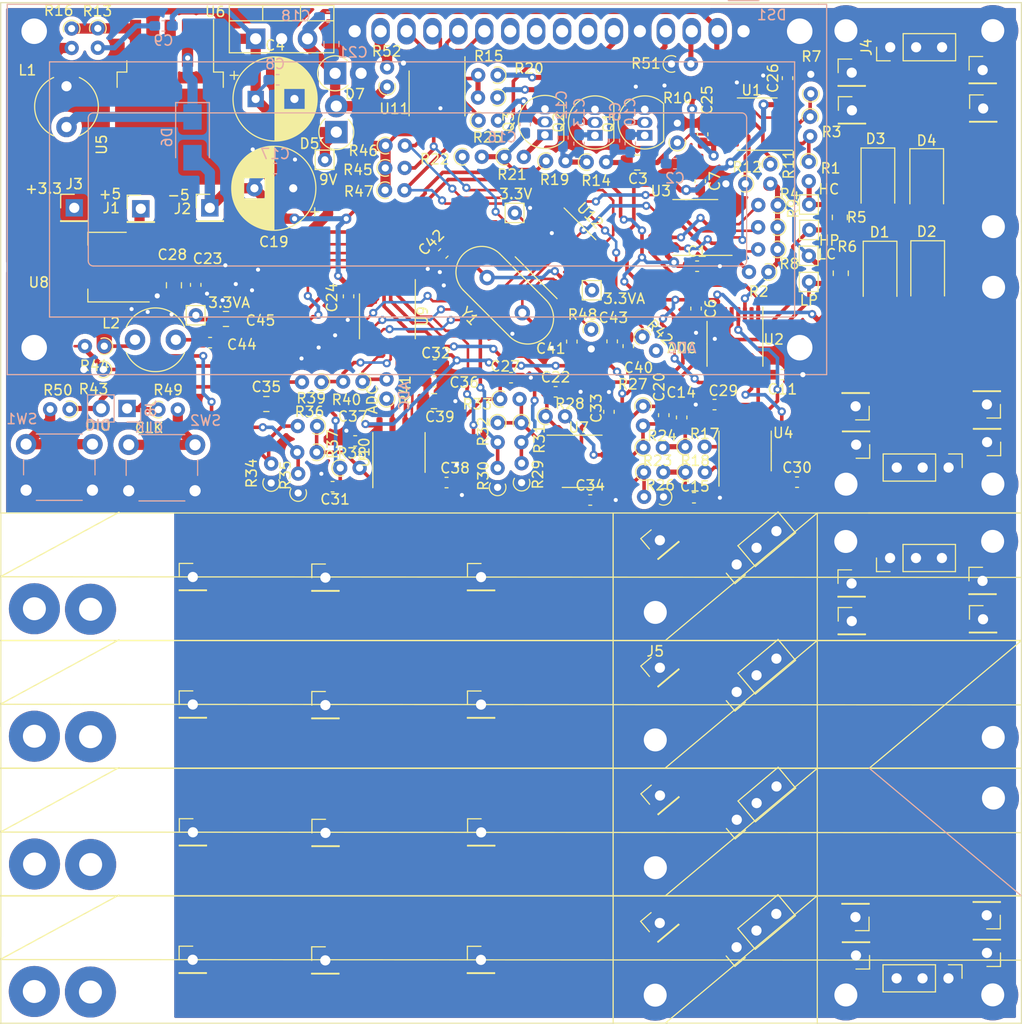
<source format=kicad_pcb>
(kicad_pcb (version 20171130) (host pcbnew 5.1.8-5.1.8)
  (layers (0 F.Cu signal) (31 B.Cu signal) (34 B.Paste user) (35 F.Paste user) (36 B.SilkS user) (37 F.SilkS user) (38 B.Mask user) (39 F.Mask user) (44 Edge.Cuts user))
  (net 0 "")
  (net 1 GND)
  (net 2 "Net-(C2-Pad1)")
  (net 3 +5V)
  (net 4 +3V3)
  (net 5 "Net-(DS1-Pad15)")
  (net 6 "Net-(DS1-Pad14)")
  (net 7 "Net-(DS1-Pad13)")
  (net 8 "Net-(DS1-Pad12)")
  (net 9 "Net-(DS1-Pad11)")
  (net 10 "Net-(DS1-Pad10)")
  (net 11 "Net-(DS1-Pad9)")
  (net 12 "Net-(DS1-Pad8)")
  (net 13 "Net-(DS1-Pad7)")
  (net 14 "Net-(DS1-Pad6)")
  (net 15 "Net-(DS1-Pad4)")
  (net 16 "Net-(DS1-Pad3)")
  (net 17 "Net-(R1-Pad1)")
  (net 18 "Net-(R2-Pad2)")
  (net 19 "Net-(R8-Pad2)")
  (net 20 /PA4_SPI1_NSS_74HC595_12_RCLK)
  (net 21 /PA5_SPI1_SCK_74HC595_11_SRCLK)
  (net 22 "Net-(R18-Pad2)")
  (net 23 /PA7_SPI1_MOSI_74HC595_14_SER)
  (net 24 /SPWM)
  (net 25 /PA9_4052_10_A)
  (net 26 /PB1_4053_9_10_S2_S3)
  (net 27 /PA6_4052_9_B)
  (net 28 /PA3_4053_9_S3_10bei)
  (net 29 /PA2_4053_10_S2_10bei)
  (net 30 /PA1_4053_11_S1_3bei)
  (net 31 /PA0_ADC)
  (net 32 +9V)
  (net 33 "Net-(R4-Pad2)")
  (net 34 -5V)
  (net 35 "Net-(C12-Pad1)")
  (net 36 "Net-(C22-Pad1)")
  (net 37 "Net-(C10-Pad1)")
  (net 38 "Net-(C9-Pad1)")
  (net 39 "Net-(C10-Pad2)")
  (net 40 "Net-(C13-Pad2)")
  (net 41 "Net-(C14-Pad1)")
  (net 42 "Net-(C15-Pad1)")
  (net 43 "Net-(C16-Pad1)")
  (net 44 "Net-(C20-Pad2)")
  (net 45 "Net-(C20-Pad1)")
  (net 46 "Net-(C31-Pad1)")
  (net 47 "Net-(C35-Pad1)")
  (net 48 "Net-(C36-Pad1)")
  (net 49 "Net-(C41-Pad2)")
  (net 50 "Net-(C42-Pad1)")
  (net 51 "Net-(C43-Pad1)")
  (net 52 "Net-(D6-Pad1)")
  (net 53 /DIO)
  (net 54 /CLK)
  (net 55 "Net-(Q1-Pad2)")
  (net 56 "Net-(Q2-Pad2)")
  (net 57 "Net-(Q3-Pad1)")
  (net 58 "Net-(Q3-Pad2)")
  (net 59 "Net-(R3-Pad1)")
  (net 60 "Net-(R9-Pad2)")
  (net 61 "Net-(R11-Pad1)")
  (net 62 "Net-(R12-Pad1)")
  (net 63 "Net-(R13-Pad1)")
  (net 64 /hc595_shuai_jian1)
  (net 65 "Net-(R17-Pad2)")
  (net 66 "Net-(R23-Pad1)")
  (net 67 /hc595_shuai_jian)
  (net 68 "Net-(R29-Pad2)")
  (net 69 "Net-(R30-Pad2)")
  (net 70 "Net-(R34-Pad2)")
  (net 71 "Net-(R35-Pad2)")
  (net 72 "Net-(R36-Pad1)")
  (net 73 "Net-(R39-Pad1)")
  (net 74 "Net-(R40-Pad1)")
  (net 75 "Net-(R48-Pad1)")
  (net 76 "Net-(R49-Pad2)")
  (net 77 "Net-(R50-Pad2)")
  (net 78 "Net-(U2-Pad15)")
  (net 79 "Net-(U2-Pad14)")
  (net 80 "Net-(U2-Pad13)")
  (net 81 "Net-(U2-Pad12)")
  (net 82 "Net-(U2-Pad11)")
  (net 83 "Net-(U2-Pad4)")
  (net 84 "Net-(U2-Pad1)")
  (net 85 "Net-(U7-Pad2)")
  (net 86 "Net-(U10-Pad2)")
  (net 87 "Net-(U10-Pad6)")
  (net 88 "Net-(U11-Pad9)")
  (net 89 /HC)
  (net 90 /LC)
  (net 91 /HP)
  (net 92 /LP)
  (net 93 "Net-(C27-Pad2)")
  (net 94 "Net-(R31-Pad1)")
  (net 95 /ADC)
  (net 96 +3.3VA)
  (module Connector_Pin:Pin_D0.7mm_L6.5mm_W1.8mm_FlatFork (layer F.Cu) (at 103.47 64.12)
    (fp_text reference 3.3VA (at 3.26 -1.24) (layer F.SilkS))
    (fp_text value Pin_D0.7mm_L6.5mm_W1.8mm_FlatFork hide)
    (pad 1 thru_hole circle (at 0 0) (size 1.4 1.4) (drill 0.7) (layers *.Cu *.Mask) (net 96 +3.3VA))
  )
  (module Connector_Pin:Pin_D0.7mm_L6.5mm_W1.8mm_FlatFork (layer F.Cu) (at 116.11 48.89)
    (fp_text reference 9V (at 0.32 1.94) (layer F.SilkS))
    (fp_text value Pin_D0.7mm_L6.5mm_W1.8mm_FlatFork hide)
    (pad 1 thru_hole circle (at 0 0) (size 1.4 1.4) (drill 0.7) (layers *.Cu *.Mask) (net 32 +9V))
  )
  (module Inductor_THT:L_Radial_D6.0mm_P4.00mm (layer F.Cu) (at 97.51 66.52)
    (fp_text reference L2 (at -2.35 -1.63) (layer F.SilkS))
    (fp_text value 47uH hide)
    (pad 2 thru_hole circle (at 4 0) (size 2 2) (drill 1) (layers *.Cu *.Mask) (net 96 +3.3VA))
    (pad 1 thru_hole circle (at 0 0) (size 2 2) (drill 1) (layers *.Cu *.Mask) (net 4 +3V3))
  )
  (module Capacitor_SMD:C_0805_2012Metric_Pad1.18x1.45mm_HandSolder (layer F.Cu) (at 106.42 64.48)
    (fp_text reference C45 (at 3.38 0.15) (layer F.SilkS))
    (fp_text value 106 hide)
    (pad 2 smd roundrect (at 1.0375 0) (size 1.175 1.45) (layers F.Cu F.Paste F.Mask) (roundrect_rratio 0.2127659574468085) (net 1 GND))
    (pad 1 smd roundrect (at -1.0375 0) (size 1.175 1.45) (layers F.Cu F.Paste F.Mask) (roundrect_rratio 0.2127659574468085) (net 96 +3.3VA))
  )
  (module Capacitor_SMD:C_0603_1608Metric_Pad1.08x0.95mm_HandSolder (layer F.Cu) (at 104.8625 66.8)
    (fp_text reference C44 (at 3.1075 0.19) (layer F.SilkS))
    (fp_text value 104 hide)
    (pad 2 smd roundrect (at 0.8625 0) (size 1.075 0.95) (layers F.Cu F.Paste F.Mask) (net 1 GND))
    (pad 1 smd roundrect (at -0.8625 0) (size 1.075 0.95) (layers F.Cu F.Paste F.Mask) (net 96 +3.3VA))
  )
  (module Resistor_SMD:R_0805_2012Metric_Pad1.20x1.40mm_HandSolder (layer F.Cu) (at 166.653 60.001 90)
    (fp_text reference R6 (at 2.601 0.627 180) (layer F.SilkS))
    (fp_text value 100 hide)
    (pad 2 smd roundrect (at 1 0 90) (size 1.2 1.4) (layers F.Cu F.Paste F.Mask) (roundrect_rratio 0.2083325) (net 90 /LC))
    (pad 1 smd roundrect (at -1 0 90) (size 1.2 1.4) (layers F.Cu F.Paste F.Mask) (roundrect_rratio 0.2083325) (net 92 /LP))
  )
  (module Resistor_SMD:R_0805_2012Metric_Pad1.20x1.40mm_HandSolder (layer F.Cu) (at 166.561 54.526 270)
    (fp_text reference R5 (at 0 -1.65 180) (layer F.SilkS))
    (fp_text value 100 hide)
    (pad 2 smd roundrect (at 1 0 270) (size 1.2 1.4) (layers F.Cu F.Paste F.Mask) (roundrect_rratio 0.2083325) (net 91 /HP))
    (pad 1 smd roundrect (at -1 0 270) (size 1.2 1.4) (layers F.Cu F.Paste F.Mask) (roundrect_rratio 0.2083325) (net 89 /HC))
  )
  (module Diode_SMD:D_SMA (layer F.Cu) (at 175.073 51.2 270)
    (fp_text reference D4 (at -4.19 0.013 180) (layer F.SilkS))
    (fp_text value 1N4148 hide)
    (pad 2 smd rect (at 2 0 270) (size 2.5 1.8) (layers F.Cu F.Paste F.Mask) (net 92 /LP))
    (pad 1 smd rect (at -2 0 270) (size 2.5 1.8) (layers F.Cu F.Paste F.Mask) (net 3 +5V))
  )
  (module Diode_SMD:D_SMA (layer F.Cu) (at 170.29 51.132 270)
    (fp_text reference D3 (at -4.302 0.23 180) (layer F.SilkS))
    (fp_text value 1N4148 hide)
    (pad 2 smd rect (at 2 0 270) (size 2.5 1.8) (layers F.Cu F.Paste F.Mask) (net 91 /HP))
    (pad 1 smd rect (at -2 0 270) (size 2.5 1.8) (layers F.Cu F.Paste F.Mask) (net 3 +5V))
  )
  (module Diode_SMD:D_SMA (layer F.Cu) (at 175.165 60.221 270)
    (fp_text reference D2 (at -4.301 0.095 180) (layer F.SilkS))
    (fp_text value 1N4148 hide)
    (pad 2 smd rect (at 2 0 270) (size 2.5 1.8) (layers F.Cu F.Paste F.Mask) (net 34 -5V))
    (pad 1 smd rect (at -2 0 270) (size 2.5 1.8) (layers F.Cu F.Paste F.Mask) (net 92 /LP))
  )
  (module Diode_SMD:D_SMA (layer F.Cu) (at 170.502 60.267 270)
    (fp_text reference D1 (at -4.287 0.052 180) (layer F.SilkS))
    (fp_text value 1N4148 hide)
    (pad 2 smd rect (at 2 0 270) (size 2.5 1.8) (layers F.Cu F.Paste F.Mask) (net 34 -5V))
    (pad 1 smd rect (at -2 0 270) (size 2.5 1.8) (layers F.Cu F.Paste F.Mask) (net 91 /HP))
  )
  (module Connector_Pin:Pin_D0.7mm_L6.5mm_W1.8mm_FlatFork (layer F.Cu) (at 142.277 61.666)
    (fp_text reference 3.3VA (at 3.153 0.824) (layer F.SilkS))
    (fp_text value Pin_D0.7mm_L6.5mm_W1.8mm_FlatFork hide)
    (pad 1 thru_hole circle (at 0 0) (size 1.4 1.4) (drill 0.7) (layers *.Cu *.Mask) (net 96 +3.3VA))
  )
  (module Connector_Pin:Pin_D0.7mm_L6.5mm_W1.8mm_FlatFork (layer F.Cu) (at 134.718 54.09)
    (fp_text reference 3.3V (at 0.092 -1.86) (layer F.SilkS))
    (fp_text value Pin_D0.7mm_L6.5mm_W1.8mm_FlatFork hide)
    (pad 1 thru_hole circle (at 0 0) (size 1.4 1.4) (drill 0.7) (layers *.Cu *.Mask) (net 4 +3V3))
  )
  (module Connector_Pin:Pin_D0.7mm_L6.5mm_W1.8mm_FlatFork (layer F.Cu) (at 163.535 60.853)
    (fp_text reference LP (at 0 1.8) (layer F.SilkS))
    (fp_text value Pin_D0.7mm_L6.5mm_W1.8mm_FlatFork hide)
    (pad 1 thru_hole circle (at 0 0) (size 1.4 1.4) (drill 0.7) (layers *.Cu *.Mask) (net 92 /LP))
  )
  (module Connector_Pin:Pin_D0.7mm_L6.5mm_W1.8mm_FlatFork (layer F.Cu) (at 163.525 58.29)
    (fp_text reference LC (at 1.775 -0.16) (layer F.SilkS))
    (fp_text value Pin_D0.7mm_L6.5mm_W1.8mm_FlatFork hide)
    (pad 1 thru_hole circle (at 0 0) (size 1.4 1.4) (drill 0.7) (layers *.Cu *.Mask) (net 90 /LC))
  )
  (module Connector_Pin:Pin_D0.7mm_L6.5mm_W1.8mm_FlatFork (layer F.Cu) (at 163.571 55.757)
    (fp_text reference HP (at 1.949 1.033) (layer F.SilkS))
    (fp_text value Pin_D0.7mm_L6.5mm_W1.8mm_FlatFork hide)
    (pad 1 thru_hole circle (at 0 0) (size 1.4 1.4) (drill 0.7) (layers *.Cu *.Mask) (net 91 /HP))
  )
  (module Connector_Pin:Pin_D0.7mm_L6.5mm_W1.8mm_FlatFork (layer F.Cu) (at 163.554 53.268)
    (fp_text reference HC (at 1.926 -1.498) (layer F.SilkS))
    (fp_text value Pin_D0.7mm_L6.5mm_W1.8mm_FlatFork hide)
    (pad 1 thru_hole circle (at 0 0) (size 1.4 1.4) (drill 0.7) (layers *.Cu *.Mask) (net 89 /HC))
  )
  (module Inductor_THT:L_Radial_D6.0mm_P4.00mm (layer F.Cu) (at 90.795 41.677 270)
    (fp_text reference L1 (at -1.567 3.835 180) (layer F.SilkS))
    (fp_text value 47uH hide)
    (pad 2 thru_hole circle (at 4 0 270) (size 2 2) (drill 1) (layers *.Cu *.Mask) (net 52 "Net-(D6-Pad1)"))
    (pad 1 thru_hole circle (at 0 0 270) (size 2 2) (drill 1) (layers *.Cu *.Mask) (net 1 GND))
  )
  (module Crystal:Crystal_HC49-4H_Vertical (layer F.Cu) (at 132.002 60.423 315)
    (fp_text reference Y1 (at 1.446033 3.909593 135) (layer F.SilkS))
    (fp_text value 8M hide)
    (pad 2 thru_hole circle (at 4.88 0 315) (size 1.5 1.5) (drill 0.8) (layers *.Cu *.Mask) (net 49 "Net-(C41-Pad2)"))
    (pad 1 thru_hole circle (at 0 0 315) (size 1.5 1.5) (drill 0.8) (layers *.Cu *.Mask) (net 50 "Net-(C42-Pad1)"))
  )
  (module Package_SO:TSSOP-20_4.4x6.5mm_P0.65mm (layer F.Cu) (at 138.708 57.555 135)
    (fp_text reference U12 (at -0.118087 4.664783 135) (layer F.SilkS))
    (fp_text value STM32F030F4P6 hide)
    (pad 20 smd roundrect (at 2.8625 -2.925 135) (size 1.475 0.4) (layers F.Cu F.Paste F.Mask) (net 54 /CLK))
    (pad 19 smd roundrect (at 2.8625 -2.275 135) (size 1.475 0.4) (layers F.Cu F.Paste F.Mask) (net 53 /DIO))
    (pad 18 smd roundrect (at 2.8625 -1.625 135) (size 1.475 0.4) (layers F.Cu F.Paste F.Mask) (net 24 /SPWM))
    (pad 17 smd roundrect (at 2.8625 -0.975 135) (size 1.475 0.4) (layers F.Cu F.Paste F.Mask) (net 25 /PA9_4052_10_A))
    (pad 16 smd roundrect (at 2.8625 -0.325 135) (size 1.475 0.4) (layers F.Cu F.Paste F.Mask) (net 4 +3V3))
    (pad 15 smd roundrect (at 2.8625 0.325 135) (size 1.475 0.4) (layers F.Cu F.Paste F.Mask) (net 1 GND))
    (pad 14 smd roundrect (at 2.8625 0.975 135) (size 1.475 0.4) (layers F.Cu F.Paste F.Mask) (net 26 /PB1_4053_9_10_S2_S3))
    (pad 13 smd roundrect (at 2.8625 1.625 135) (size 1.475 0.4) (layers F.Cu F.Paste F.Mask) (net 23 /PA7_SPI1_MOSI_74HC595_14_SER))
    (pad 12 smd roundrect (at 2.8625 2.275 135) (size 1.475 0.4) (layers F.Cu F.Paste F.Mask) (net 27 /PA6_4052_9_B))
    (pad 11 smd roundrect (at 2.8625 2.925 135) (size 1.475 0.4) (layers F.Cu F.Paste F.Mask) (net 21 /PA5_SPI1_SCK_74HC595_11_SRCLK))
    (pad 10 smd roundrect (at -2.8625 2.925 135) (size 1.475 0.4) (layers F.Cu F.Paste F.Mask) (net 20 /PA4_SPI1_NSS_74HC595_12_RCLK))
    (pad 9 smd roundrect (at -2.8625 2.275 135) (size 1.475 0.4) (layers F.Cu F.Paste F.Mask) (net 28 /PA3_4053_9_S3_10bei))
    (pad 8 smd roundrect (at -2.8625 1.625 135) (size 1.475 0.4) (layers F.Cu F.Paste F.Mask) (net 29 /PA2_4053_10_S2_10bei))
    (pad 7 smd roundrect (at -2.8625 0.975 135) (size 1.475 0.4) (layers F.Cu F.Paste F.Mask) (net 30 /PA1_4053_11_S1_3bei))
    (pad 6 smd roundrect (at -2.8625 0.325 135) (size 1.475 0.4) (layers F.Cu F.Paste F.Mask) (net 31 /PA0_ADC))
    (pad 5 smd roundrect (at -2.8625 -0.325 135) (size 1.475 0.4) (layers F.Cu F.Paste F.Mask) (net 96 +3.3VA))
    (pad 4 smd roundrect (at -2.8625 -0.975 135) (size 1.475 0.4) (layers F.Cu F.Paste F.Mask) (net 51 "Net-(C43-Pad1)"))
    (pad 3 smd roundrect (at -2.8625 -1.625 135) (size 1.475 0.4) (layers F.Cu F.Paste F.Mask) (net 50 "Net-(C42-Pad1)"))
    (pad 2 smd roundrect (at -2.8625 -2.275 135) (size 1.475 0.4) (layers F.Cu F.Paste F.Mask) (net 49 "Net-(C41-Pad2)"))
    (pad 1 smd roundrect (at -2.8625 -2.925 135) (size 1.475 0.4) (layers F.Cu F.Paste F.Mask) (net 75 "Net-(R48-Pad1)"))
  )
  (module Package_SO:TSSOP-16_4.4x5mm_P0.65mm (layer F.Cu) (at 127.097 42.383 270)
    (fp_text reference U11 (at 1.497 4.177 180) (layer F.SilkS))
    (fp_text value 74HC595 hide)
    (pad 16 smd roundrect (at 2.8625 -2.275 270) (size 1.475 0.4) (layers F.Cu F.Paste F.Mask) (net 3 +5V))
    (pad 15 smd roundrect (at 2.8625 -1.625 270) (size 1.475 0.4) (layers F.Cu F.Paste F.Mask) (net 15 "Net-(DS1-Pad4)"))
    (pad 14 smd roundrect (at 2.8625 -0.975 270) (size 1.475 0.4) (layers F.Cu F.Paste F.Mask) (net 23 /PA7_SPI1_MOSI_74HC595_14_SER))
    (pad 13 smd roundrect (at 2.8625 -0.325 270) (size 1.475 0.4) (layers F.Cu F.Paste F.Mask) (net 1 GND))
    (pad 12 smd roundrect (at 2.8625 0.325 270) (size 1.475 0.4) (layers F.Cu F.Paste F.Mask) (net 20 /PA4_SPI1_NSS_74HC595_12_RCLK))
    (pad 11 smd roundrect (at 2.8625 0.975 270) (size 1.475 0.4) (layers F.Cu F.Paste F.Mask) (net 21 /PA5_SPI1_SCK_74HC595_11_SRCLK))
    (pad 10 smd roundrect (at 2.8625 1.625 270) (size 1.475 0.4) (layers F.Cu F.Paste F.Mask) (net 3 +5V))
    (pad 9 smd roundrect (at 2.8625 2.275 270) (size 1.475 0.4) (layers F.Cu F.Paste F.Mask) (net 88 "Net-(U11-Pad9)"))
    (pad 8 smd roundrect (at -2.8625 2.275 270) (size 1.475 0.4) (layers F.Cu F.Paste F.Mask) (net 1 GND))
    (pad 7 smd roundrect (at -2.8625 1.625 270) (size 1.475 0.4) (layers F.Cu F.Paste F.Mask) (net 67 /hc595_shuai_jian))
    (pad 6 smd roundrect (at -2.8625 0.975 270) (size 1.475 0.4) (layers F.Cu F.Paste F.Mask) (net 64 /hc595_shuai_jian1))
    (pad 5 smd roundrect (at -2.8625 0.325 270) (size 1.475 0.4) (layers F.Cu F.Paste F.Mask) (net 6 "Net-(DS1-Pad14)"))
    (pad 4 smd roundrect (at -2.8625 -0.325 270) (size 1.475 0.4) (layers F.Cu F.Paste F.Mask) (net 7 "Net-(DS1-Pad13)"))
    (pad 3 smd roundrect (at -2.8625 -0.975 270) (size 1.475 0.4) (layers F.Cu F.Paste F.Mask) (net 8 "Net-(DS1-Pad12)"))
    (pad 2 smd roundrect (at -2.8625 -1.625 270) (size 1.475 0.4) (layers F.Cu F.Paste F.Mask) (net 9 "Net-(DS1-Pad11)"))
    (pad 1 smd roundrect (at -2.8625 -2.275 270) (size 1.475 0.4) (layers F.Cu F.Paste F.Mask) (net 14 "Net-(DS1-Pad6)"))
  )
  (module Package_SO:SOP-8_3.9x4.9mm_P1.27mm (layer F.Cu) (at 123.367 77.56 90)
    (fp_text reference U10 (at 0 -3.4 90) (layer F.SilkS))
    (fp_text value RC4580)
    (pad 8 smd roundrect (at 2.625 -1.905 90) (size 1.65 0.6) (layers F.Cu F.Paste F.Mask) (net 3 +5V))
    (pad 7 smd roundrect (at 2.625 -0.635 90) (size 1.65 0.6) (layers F.Cu F.Paste F.Mask) (net 95 /ADC))
    (pad 6 smd roundrect (at 2.625 0.635 90) (size 1.65 0.6) (layers F.Cu F.Paste F.Mask) (net 87 "Net-(U10-Pad6)"))
    (pad 5 smd roundrect (at 2.625 1.905 90) (size 1.65 0.6) (layers F.Cu F.Paste F.Mask) (net 48 "Net-(C36-Pad1)"))
    (pad 4 smd roundrect (at -2.625 1.905 90) (size 1.65 0.6) (layers F.Cu F.Paste F.Mask) (net 34 -5V))
    (pad 3 smd roundrect (at -2.625 0.635 90) (size 1.65 0.6) (layers F.Cu F.Paste F.Mask) (net 93 "Net-(C27-Pad2)"))
    (pad 2 smd roundrect (at -2.625 -0.635 90) (size 1.65 0.6) (layers F.Cu F.Paste F.Mask) (net 86 "Net-(U10-Pad2)"))
    (pad 1 smd roundrect (at -2.625 -1.905 90) (size 1.65 0.6) (layers F.Cu F.Paste F.Mask) (net 72 "Net-(R36-Pad1)"))
  )
  (module Package_SO:TSSOP-16_4.4x5mm_P0.65mm (layer F.Cu) (at 122.231 64.222 270)
    (fp_text reference U9 (at 0 -3.45 90) (layer F.SilkS))
    (fp_text value 74HC4053PW,112)
    (pad 16 smd roundrect (at 2.8625 -2.275 270) (size 1.475 0.4) (layers F.Cu F.Paste F.Mask) (net 3 +5V))
    (pad 15 smd roundrect (at 2.8625 -1.625 270) (size 1.475 0.4) (layers F.Cu F.Paste F.Mask) (net 86 "Net-(U10-Pad2)"))
    (pad 14 smd roundrect (at 2.8625 -0.975 270) (size 1.475 0.4) (layers F.Cu F.Paste F.Mask) (net 87 "Net-(U10-Pad6)"))
    (pad 13 smd roundrect (at 2.8625 -0.325 270) (size 1.475 0.4) (layers F.Cu F.Paste F.Mask) (net 73 "Net-(R39-Pad1)"))
    (pad 12 smd roundrect (at 2.8625 0.325 270) (size 1.475 0.4) (layers F.Cu F.Paste F.Mask) (net 74 "Net-(R40-Pad1)"))
    (pad 11 smd roundrect (at 2.8625 0.975 270) (size 1.475 0.4) (layers F.Cu F.Paste F.Mask) (net 30 /PA1_4053_11_S1_3bei))
    (pad 10 smd roundrect (at 2.8625 1.625 270) (size 1.475 0.4) (layers F.Cu F.Paste F.Mask) (net 29 /PA2_4053_10_S2_10bei))
    (pad 9 smd roundrect (at 2.8625 2.275 270) (size 1.475 0.4) (layers F.Cu F.Paste F.Mask) (net 28 /PA3_4053_9_S3_10bei))
    (pad 8 smd roundrect (at -2.8625 2.275 270) (size 1.475 0.4) (layers F.Cu F.Paste F.Mask) (net 1 GND))
    (pad 7 smd roundrect (at -2.8625 1.625 270) (size 1.475 0.4) (layers F.Cu F.Paste F.Mask) (net 34 -5V))
    (pad 6 smd roundrect (at -2.8625 0.975 270) (size 1.475 0.4) (layers F.Cu F.Paste F.Mask) (net 1 GND))
    (pad 5 smd roundrect (at -2.8625 0.325 270) (size 1.475 0.4) (layers F.Cu F.Paste F.Mask) (net 68 "Net-(R29-Pad2)"))
    (pad 4 smd roundrect (at -2.8625 -0.325 270) (size 1.475 0.4) (layers F.Cu F.Paste F.Mask) (net 85 "Net-(U7-Pad2)"))
    (pad 3 smd roundrect (at -2.8625 -0.975 270) (size 1.475 0.4) (layers F.Cu F.Paste F.Mask) (net 69 "Net-(R30-Pad2)"))
    (pad 2 smd roundrect (at -2.8625 -1.625 270) (size 1.475 0.4) (layers F.Cu F.Paste F.Mask) (net 70 "Net-(R34-Pad2)"))
    (pad 1 smd roundrect (at -2.8625 -2.275 270) (size 1.475 0.4) (layers F.Cu F.Paste F.Mask) (net 71 "Net-(R35-Pad2)"))
  )
  (module Package_TO_SOT_SMD:SOT-223-3_TabPin2 (layer F.Cu) (at 94.799 59.402 180)
    (fp_text reference U8 (at 6.719 -1.498) (layer F.SilkS))
    (fp_text value LM1117-3.3 hide)
    (pad 1 smd rect (at -3.15 -2.3 180) (size 2 1.5) (layers F.Cu F.Paste F.Mask) (net 1 GND))
    (pad 3 smd rect (at -3.15 2.3 180) (size 2 1.5) (layers F.Cu F.Paste F.Mask) (net 3 +5V))
    (pad 2 smd rect (at -3.15 0 180) (size 2 1.5) (layers F.Cu F.Paste F.Mask) (net 4 +3V3))
    (pad 2 smd rect (at 3.15 0 180) (size 2 3.8) (layers F.Cu F.Paste F.Mask) (net 4 +3V3))
  )
  (module Package_SO:SOP-8_3.9x4.9mm_P1.27mm (layer F.Cu) (at 141.315 78.425)
    (fp_text reference U7 (at -0.345 -3.305) (layer F.SilkS))
    (fp_text value RC4580 hide)
    (pad 8 smd roundrect (at 2.625 -1.905) (size 1.65 0.6) (layers F.Cu F.Paste F.Mask) (net 3 +5V))
    (pad 7 smd roundrect (at 2.625 -0.635) (size 1.65 0.6) (layers F.Cu F.Paste F.Mask) (net 45 "Net-(C20-Pad1)"))
    (pad 6 smd roundrect (at 2.625 0.635) (size 1.65 0.6) (layers F.Cu F.Paste F.Mask) (net 44 "Net-(C20-Pad2)"))
    (pad 5 smd roundrect (at 2.625 1.905) (size 1.65 0.6) (layers F.Cu F.Paste F.Mask) (net 66 "Net-(R23-Pad1)"))
    (pad 4 smd roundrect (at -2.625 1.905) (size 1.65 0.6) (layers F.Cu F.Paste F.Mask) (net 34 -5V))
    (pad 3 smd roundrect (at -2.625 0.635) (size 1.65 0.6) (layers F.Cu F.Paste F.Mask) (net 36 "Net-(C22-Pad1)"))
    (pad 2 smd roundrect (at -2.625 -0.635) (size 1.65 0.6) (layers F.Cu F.Paste F.Mask) (net 85 "Net-(U7-Pad2)"))
    (pad 1 smd roundrect (at -2.625 -1.905) (size 1.65 0.6) (layers F.Cu F.Paste F.Mask) (net 94 "Net-(R31-Pad1)"))
  )
  (module Package_TO_SOT_THT:TO-220-3_Vertical (layer F.Cu) (at 109.328 37.03)
    (fp_text reference U6 (at -3.968 -2.65) (layer F.SilkS))
    (fp_text value LM7805_TO220 hide)
    (pad 3 thru_hole oval (at 5.08 0) (size 1.905 2) (drill 1.1) (layers *.Cu *.Mask) (net 3 +5V))
    (pad 2 thru_hole oval (at 2.54 0) (size 1.905 2) (drill 1.1) (layers *.Cu *.Mask) (net 1 GND))
    (pad 1 thru_hole rect (at 0 0) (size 1.905 2) (drill 1.1) (layers *.Cu *.Mask) (net 32 +9V))
  )
  (module Package_TO_SOT_SMD:TO-263-5_TabPin3 (layer F.Cu) (at 100.955 43.241 270)
    (fp_text reference U5 (at 4.159 6.715 90) (layer F.SilkS))
    (fp_text value LM2596S-5 hide)
    (pad 3 smd rect (at 3.375 0 270) (size 9.4 10.8) (layers F.Cu F.Mask) (net 34 -5V))
    (pad 5 smd rect (at -5.775 3.4 270) (size 4.6 1.1) (layers F.Cu F.Paste F.Mask) (net 63 "Net-(R13-Pad1)"))
    (pad 4 smd rect (at -5.775 1.7 270) (size 4.6 1.1) (layers F.Cu F.Paste F.Mask) (net 1 GND))
    (pad 3 smd rect (at -5.775 0 270) (size 4.6 1.1) (layers F.Cu F.Paste F.Mask) (net 34 -5V))
    (pad 2 smd rect (at -5.775 -1.7 270) (size 4.6 1.1) (layers F.Cu F.Paste F.Mask) (net 52 "Net-(D6-Pad1)"))
    (pad 1 smd rect (at -5.775 -3.4 270) (size 4.6 1.1) (layers F.Cu F.Paste F.Mask) (net 32 +9V))
  )
  (module Package_SO:SOP-8_3.9x4.9mm_P1.27mm (layer F.Cu) (at 157.28 77.41 90)
    (fp_text reference U4 (at 1.77 3.73 180) (layer F.SilkS))
    (fp_text value RC4580 hide)
    (pad 8 smd roundrect (at 2.625 -1.905 90) (size 1.65 0.6) (layers F.Cu F.Paste F.Mask) (net 3 +5V))
    (pad 7 smd roundrect (at 2.625 -0.635 90) (size 1.65 0.6) (layers F.Cu F.Paste F.Mask) (net 65 "Net-(R17-Pad2)"))
    (pad 6 smd roundrect (at 2.625 0.635 90) (size 1.65 0.6) (layers F.Cu F.Paste F.Mask) (net 65 "Net-(R17-Pad2)"))
    (pad 5 smd roundrect (at 2.625 1.905 90) (size 1.65 0.6) (layers F.Cu F.Paste F.Mask) (net 83 "Net-(U2-Pad4)"))
    (pad 4 smd roundrect (at -2.625 1.905 90) (size 1.65 0.6) (layers F.Cu F.Paste F.Mask) (net 34 -5V))
    (pad 3 smd roundrect (at -2.625 0.635 90) (size 1.65 0.6) (layers F.Cu F.Paste F.Mask) (net 78 "Net-(U2-Pad15)"))
    (pad 2 smd roundrect (at -2.625 -0.635 90) (size 1.65 0.6) (layers F.Cu F.Paste F.Mask) (net 22 "Net-(R18-Pad2)"))
    (pad 1 smd roundrect (at -2.625 -1.905 90) (size 1.65 0.6) (layers F.Cu F.Paste F.Mask) (net 22 "Net-(R18-Pad2)"))
  )
  (module Package_SO:TSSOP-16_4.4x5mm_P0.65mm (layer F.Cu) (at 152.399 55.516 180)
    (fp_text reference U3 (at 3.379 3.576) (layer F.SilkS))
    (fp_text value 74HC4052PW,118 hide)
    (pad 16 smd roundrect (at 2.8625 -2.275 180) (size 1.475 0.4) (layers F.Cu F.Paste F.Mask) (net 3 +5V))
    (pad 15 smd roundrect (at 2.8625 -1.625 180) (size 1.475 0.4) (layers F.Cu F.Paste F.Mask) (net 19 "Net-(R8-Pad2)"))
    (pad 14 smd roundrect (at 2.8625 -0.975 180) (size 1.475 0.4) (layers F.Cu F.Paste F.Mask) (net 33 "Net-(R4-Pad2)"))
    (pad 13 smd roundrect (at 2.8625 -0.325 180) (size 1.475 0.4) (layers F.Cu F.Paste F.Mask) (net 84 "Net-(U2-Pad1)"))
    (pad 12 smd roundrect (at 2.8625 0.325 180) (size 1.475 0.4) (layers F.Cu F.Paste F.Mask) (net 18 "Net-(R2-Pad2)"))
    (pad 11 smd roundrect (at 2.8625 0.975 180) (size 1.475 0.4) (layers F.Cu F.Paste F.Mask) (net 60 "Net-(R9-Pad2)"))
    (pad 10 smd roundrect (at 2.8625 1.625 180) (size 1.475 0.4) (layers F.Cu F.Paste F.Mask) (net 25 /PA9_4052_10_A))
    (pad 9 smd roundrect (at 2.8625 2.275 180) (size 1.475 0.4) (layers F.Cu F.Paste F.Mask) (net 27 /PA6_4052_9_B))
    (pad 8 smd roundrect (at -2.8625 2.275 180) (size 1.475 0.4) (layers F.Cu F.Paste F.Mask) (net 1 GND))
    (pad 7 smd roundrect (at -2.8625 1.625 180) (size 1.475 0.4) (layers F.Cu F.Paste F.Mask) (net 34 -5V))
    (pad 6 smd roundrect (at -2.8625 0.975 180) (size 1.475 0.4) (layers F.Cu F.Paste F.Mask) (net 1 GND))
    (pad 5 smd roundrect (at -2.8625 0.325 180) (size 1.475 0.4) (layers F.Cu F.Paste F.Mask) (net 33 "Net-(R4-Pad2)"))
    (pad 4 smd roundrect (at -2.8625 -0.325 180) (size 1.475 0.4) (layers F.Cu F.Paste F.Mask) (net 60 "Net-(R9-Pad2)"))
    (pad 3 smd roundrect (at -2.8625 -0.975 180) (size 1.475 0.4) (layers F.Cu F.Paste F.Mask) (net 62 "Net-(R12-Pad1)"))
    (pad 2 smd roundrect (at -2.8625 -1.625 180) (size 1.475 0.4) (layers F.Cu F.Paste F.Mask) (net 19 "Net-(R8-Pad2)"))
    (pad 1 smd roundrect (at -2.8625 -2.275 180) (size 1.475 0.4) (layers F.Cu F.Paste F.Mask) (net 18 "Net-(R2-Pad2)"))
  )
  (module Package_SO:TSSOP-16_4.4x5mm_P0.65mm (layer F.Cu) (at 156.285 66.915 270)
    (fp_text reference U2 (at -0.435 -3.795 180) (layer F.SilkS))
    (fp_text value 74HC4053PW,112 hide)
    (pad 16 smd roundrect (at 2.8625 -2.275 270) (size 1.475 0.4) (layers F.Cu F.Paste F.Mask) (net 3 +5V))
    (pad 15 smd roundrect (at 2.8625 -1.625 270) (size 1.475 0.4) (layers F.Cu F.Paste F.Mask) (net 78 "Net-(U2-Pad15)"))
    (pad 14 smd roundrect (at 2.8625 -0.975 270) (size 1.475 0.4) (layers F.Cu F.Paste F.Mask) (net 79 "Net-(U2-Pad14)"))
    (pad 13 smd roundrect (at 2.8625 -0.325 270) (size 1.475 0.4) (layers F.Cu F.Paste F.Mask) (net 80 "Net-(U2-Pad13)"))
    (pad 12 smd roundrect (at 2.8625 0.325 270) (size 1.475 0.4) (layers F.Cu F.Paste F.Mask) (net 81 "Net-(U2-Pad12)"))
    (pad 11 smd roundrect (at 2.8625 0.975 270) (size 1.475 0.4) (layers F.Cu F.Paste F.Mask) (net 82 "Net-(U2-Pad11)"))
    (pad 10 smd roundrect (at 2.8625 1.625 270) (size 1.475 0.4) (layers F.Cu F.Paste F.Mask) (net 26 /PB1_4053_9_10_S2_S3))
    (pad 9 smd roundrect (at 2.8625 2.275 270) (size 1.475 0.4) (layers F.Cu F.Paste F.Mask) (net 26 /PB1_4053_9_10_S2_S3))
    (pad 8 smd roundrect (at -2.8625 2.275 270) (size 1.475 0.4) (layers F.Cu F.Paste F.Mask) (net 1 GND))
    (pad 7 smd roundrect (at -2.8625 1.625 270) (size 1.475 0.4) (layers F.Cu F.Paste F.Mask) (net 34 -5V))
    (pad 6 smd roundrect (at -2.8625 0.975 270) (size 1.475 0.4) (layers F.Cu F.Paste F.Mask) (net 1 GND))
    (pad 5 smd roundrect (at -2.8625 0.325 270) (size 1.475 0.4) (layers F.Cu F.Paste F.Mask) (net 92 /LP))
    (pad 4 smd roundrect (at -2.8625 -0.325 270) (size 1.475 0.4) (layers F.Cu F.Paste F.Mask) (net 83 "Net-(U2-Pad4)"))
    (pad 3 smd roundrect (at -2.8625 -0.975 270) (size 1.475 0.4) (layers F.Cu F.Paste F.Mask) (net 90 /LC))
    (pad 2 smd roundrect (at -2.8625 -1.625 270) (size 1.475 0.4) (layers F.Cu F.Paste F.Mask) (net 91 /HP))
    (pad 1 smd roundrect (at -2.8625 -2.275 270) (size 1.475 0.4) (layers F.Cu F.Paste F.Mask) (net 84 "Net-(U2-Pad1)"))
  )
  (module Package_SO:SOP-8_3.9x4.9mm_P1.27mm (layer F.Cu) (at 158.469 45.388 180)
    (fp_text reference U1 (at 0.549 3.318) (layer F.SilkS))
    (fp_text value RC4580 hide)
    (pad 8 smd roundrect (at 2.625 -1.905 180) (size 1.65 0.6) (layers F.Cu F.Paste F.Mask) (net 3 +5V))
    (pad 7 smd roundrect (at 2.625 -0.635 180) (size 1.65 0.6) (layers F.Cu F.Paste F.Mask) (net 62 "Net-(R12-Pad1)"))
    (pad 6 smd roundrect (at 2.625 0.635 180) (size 1.65 0.6) (layers F.Cu F.Paste F.Mask) (net 61 "Net-(R11-Pad1)"))
    (pad 5 smd roundrect (at 2.625 1.905 180) (size 1.65 0.6) (layers F.Cu F.Paste F.Mask) (net 1 GND))
    (pad 4 smd roundrect (at -2.625 1.905 180) (size 1.65 0.6) (layers F.Cu F.Paste F.Mask) (net 34 -5V))
    (pad 3 smd roundrect (at -2.625 0.635 180) (size 1.65 0.6) (layers F.Cu F.Paste F.Mask) (net 2 "Net-(C2-Pad1)"))
    (pad 2 smd roundrect (at -2.625 -0.635 180) (size 1.65 0.6) (layers F.Cu F.Paste F.Mask) (net 59 "Net-(R3-Pad1)"))
    (pad 1 smd roundrect (at -2.625 -1.905 180) (size 1.65 0.6) (layers F.Cu F.Paste F.Mask) (net 17 "Net-(R1-Pad1)"))
  )
  (module Button_Switch_THT:SW_PUSH_6mm_H4.3mm (layer B.Cu) (at 103.391 76.809 180)
    (fp_text reference SW2 (at -1.029 2.379) (layer B.SilkS) (effects (justify mirror)))
    (fp_text value 2 hide)
    (pad 1 thru_hole circle (at 6.5 0 90) (size 2 2) (drill 1.1) (layers *.Cu *.Mask) (net 76 "Net-(R49-Pad2)"))
    (pad 2 thru_hole circle (at 6.5 -4.5 90) (size 2 2) (drill 1.1) (layers *.Cu *.Mask) (net 1 GND))
    (pad 1 thru_hole circle (at 0 0 90) (size 2 2) (drill 1.1) (layers *.Cu *.Mask) (net 76 "Net-(R49-Pad2)"))
    (pad 2 thru_hole circle (at 0 -4.5 90) (size 2 2) (drill 1.1) (layers *.Cu *.Mask) (net 1 GND))
  )
  (module Button_Switch_THT:SW_PUSH_6mm_H4.3mm (layer B.Cu) (at 93.338 76.752 180)
    (fp_text reference SW1 (at 6.918 2.472) (layer B.SilkS) (effects (justify mirror)))
    (fp_text value 1 hide)
    (pad 1 thru_hole circle (at 6.5 0 90) (size 2 2) (drill 1.1) (layers *.Cu *.Mask) (net 77 "Net-(R50-Pad2)"))
    (pad 2 thru_hole circle (at 6.5 -4.5 90) (size 2 2) (drill 1.1) (layers *.Cu *.Mask) (net 1 GND))
    (pad 1 thru_hole circle (at 0 0 90) (size 2 2) (drill 1.1) (layers *.Cu *.Mask) (net 77 "Net-(R50-Pad2)"))
    (pad 2 thru_hole circle (at 0 -4.5 90) (size 2 2) (drill 1.1) (layers *.Cu *.Mask) (net 1 GND))
  )
  (module Resistor_THT:R_Axial_DIN0204_L3.6mm_D1.6mm_P1.90mm_Vertical (layer F.Cu) (at 122.204 41.729 90)
    (fp_text reference R52 (at 3.469 -0.044 180) (layer F.SilkS))
    (fp_text value 1K hide)
    (pad 2 thru_hole oval (at 1.9 0 90) (size 1.4 1.4) (drill 0.7) (layers *.Cu *.Mask) (net 5 "Net-(DS1-Pad15)"))
    (pad 1 thru_hole circle (at 0 0 90) (size 1.4 1.4) (drill 0.7) (layers *.Cu *.Mask) (net 3 +5V))
  )
  (module Resistor_THT:R_Axial_DIN0204_L3.6mm_D1.6mm_P1.90mm_Vertical (layer F.Cu) (at 150.066 39.495)
    (fp_text reference R51 (at -2.506 -0.045) (layer F.SilkS))
    (fp_text value 1.5K hide)
    (pad 2 thru_hole oval (at 1.9 0) (size 1.4 1.4) (drill 0.7) (layers *.Cu *.Mask) (net 16 "Net-(DS1-Pad3)"))
    (pad 1 thru_hole circle (at 0 0) (size 1.4 1.4) (drill 0.7) (layers *.Cu *.Mask) (net 1 GND))
  )
  (module Resistor_THT:R_Axial_DIN0204_L3.6mm_D1.6mm_P1.90mm_Vertical (layer F.Cu) (at 91.094 73.326 180)
    (fp_text reference R50 (at 1.144 1.866) (layer F.SilkS))
    (fp_text value 10K hide)
    (pad 2 thru_hole oval (at 1.9 0 180) (size 1.4 1.4) (drill 0.7) (layers *.Cu *.Mask) (net 77 "Net-(R50-Pad2)"))
    (pad 1 thru_hole circle (at 0 0 180) (size 1.4 1.4) (drill 0.7) (layers *.Cu *.Mask) (net 53 /DIO))
  )
  (module Resistor_THT:R_Axial_DIN0204_L3.6mm_D1.6mm_P1.90mm_Vertical (layer F.Cu) (at 99.798 73.36)
    (fp_text reference R49 (at 0.95 -1.92) (layer F.SilkS))
    (fp_text value 10K hide)
    (pad 2 thru_hole oval (at 1.9 0) (size 1.4 1.4) (drill 0.7) (layers *.Cu *.Mask) (net 76 "Net-(R49-Pad2)"))
    (pad 1 thru_hole circle (at 0 0) (size 1.4 1.4) (drill 0.7) (layers *.Cu *.Mask) (net 54 /CLK))
  )
  (module Resistor_THT:R_Axial_DIN0204_L3.6mm_D1.6mm_P1.90mm_Vertical (layer F.Cu) (at 142.206 65.515 270)
    (fp_text reference R48 (at -1.465 0.856 180) (layer F.SilkS))
    (fp_text value 10K hide)
    (pad 2 thru_hole oval (at 1.9 0 270) (size 1.4 1.4) (drill 0.7) (layers *.Cu *.Mask) (net 1 GND))
    (pad 1 thru_hole circle (at 0 0 270) (size 1.4 1.4) (drill 0.7) (layers *.Cu *.Mask) (net 75 "Net-(R48-Pad1)"))
  )
  (module Resistor_THT:R_Axial_DIN0204_L3.6mm_D1.6mm_P1.90mm_Vertical (layer F.Cu) (at 122.007 51.867)
    (fp_text reference R47 (at -2.587 0.123) (layer F.SilkS))
    (fp_text value 10K hide)
    (pad 2 thru_hole oval (at 1.9 0) (size 1.4 1.4) (drill 0.7) (layers *.Cu *.Mask) (net 23 /PA7_SPI1_MOSI_74HC595_14_SER))
    (pad 1 thru_hole circle (at 0 0) (size 1.4 1.4) (drill 0.7) (layers *.Cu *.Mask) (net 3 +5V))
  )
  (module Resistor_THT:R_Axial_DIN0204_L3.6mm_D1.6mm_P1.90mm_Vertical (layer F.Cu) (at 122.05 47.492)
    (fp_text reference R46 (at -2.18 0.508) (layer F.SilkS))
    (fp_text value 10K hide)
    (pad 2 thru_hole oval (at 1.9 0) (size 1.4 1.4) (drill 0.7) (layers *.Cu *.Mask) (net 21 /PA5_SPI1_SCK_74HC595_11_SRCLK))
    (pad 1 thru_hole circle (at 0 0) (size 1.4 1.4) (drill 0.7) (layers *.Cu *.Mask) (net 3 +5V))
  )
  (module Resistor_THT:R_Axial_DIN0204_L3.6mm_D1.6mm_P1.90mm_Vertical (layer F.Cu) (at 122.026 49.684)
    (fp_text reference R45 (at -2.686 0.186) (layer F.SilkS))
    (fp_text value 10K hide)
    (pad 2 thru_hole oval (at 1.9 0) (size 1.4 1.4) (drill 0.7) (layers *.Cu *.Mask) (net 20 /PA4_SPI1_NSS_74HC595_12_RCLK))
    (pad 1 thru_hole circle (at 0 0) (size 1.4 1.4) (drill 0.7) (layers *.Cu *.Mask) (net 3 +5V))
  )
  (module Resistor_THT:R_Axial_DIN0204_L3.6mm_D1.6mm_P1.90mm_Vertical (layer F.Cu) (at 94.496 67.148 180)
    (fp_text reference R44 (at 0.95 -1.92) (layer F.SilkS))
    (fp_text value 1K)
    (pad 2 thru_hole oval (at 1.9 0 180) (size 1.4 1.4) (drill 0.7) (layers *.Cu *.Mask) (net 48 "Net-(C36-Pad1)"))
    (pad 1 thru_hole circle (at 0 0 180) (size 1.4 1.4) (drill 0.7) (layers *.Cu *.Mask) (net 4 +3V3))
  )
  (module Resistor_THT:R_Axial_DIN0204_L3.6mm_D1.6mm_P1.90mm_Vertical (layer F.Cu) (at 94.391 69.429 180)
    (fp_text reference R43 (at 0.95 -1.92) (layer F.SilkS))
    (fp_text value 1K)
    (pad 2 thru_hole oval (at 1.9 0 180) (size 1.4 1.4) (drill 0.7) (layers *.Cu *.Mask) (net 1 GND))
    (pad 1 thru_hole circle (at 0 0 180) (size 1.4 1.4) (drill 0.7) (layers *.Cu *.Mask) (net 48 "Net-(C36-Pad1)"))
  )
  (module Resistor_THT:R_Axial_DIN0204_L3.6mm_D1.6mm_P1.90mm_Vertical (layer F.Cu) (at 147.213 66.247 315)
    (fp_text reference R42 (at 0.890955 -1.53725 135) (layer F.SilkS))
    (fp_text value 100 hide)
    (pad 2 thru_hole oval (at 1.9 0 315) (size 1.4 1.4) (drill 0.7) (layers *.Cu *.Mask) (net 95 /ADC))
    (pad 1 thru_hole circle (at 0 0 315) (size 1.4 1.4) (drill 0.7) (layers *.Cu *.Mask) (net 31 /PA0_ADC))
  )
  (module Resistor_THT:R_Axial_DIN0204_L3.6mm_D1.6mm_P1.90mm_Vertical (layer F.Cu) (at 122.147 72.29 90)
    (fp_text reference R41 (at 0.85 1.843 90) (layer F.SilkS))
    (fp_text value 2K hide)
    (pad 2 thru_hole oval (at 1.9 0 90) (size 1.4 1.4) (drill 0.7) (layers *.Cu *.Mask) (net 74 "Net-(R40-Pad1)"))
    (pad 1 thru_hole circle (at 0 0 90) (size 1.4 1.4) (drill 0.7) (layers *.Cu *.Mask) (net 95 /ADC))
  )
  (module Resistor_THT:R_Axial_DIN0204_L3.6mm_D1.6mm_P1.90mm_Vertical (layer F.Cu) (at 119.795 70.612 180)
    (fp_text reference R40 (at 1.575 -1.788) (layer F.SilkS))
    (fp_text value 1K hide)
    (pad 2 thru_hole oval (at 1.9 0 180) (size 1.4 1.4) (drill 0.7) (layers *.Cu *.Mask) (net 73 "Net-(R39-Pad1)"))
    (pad 1 thru_hole circle (at 0 0 180) (size 1.4 1.4) (drill 0.7) (layers *.Cu *.Mask) (net 74 "Net-(R40-Pad1)"))
  )
  (module Resistor_THT:R_Axial_DIN0204_L3.6mm_D1.6mm_P1.90mm_Vertical (layer F.Cu) (at 115.765 70.663 180)
    (fp_text reference R39 (at 0.995 -1.587) (layer F.SilkS))
    (fp_text value 1K hide)
    (pad 2 thru_hole oval (at 1.9 0 180) (size 1.4 1.4) (drill 0.7) (layers *.Cu *.Mask) (net 47 "Net-(C35-Pad1)"))
    (pad 1 thru_hole circle (at 0 0 180) (size 1.4 1.4) (drill 0.7) (layers *.Cu *.Mask) (net 73 "Net-(R39-Pad1)"))
  )
  (module Resistor_THT:R_Axial_DIN0204_L3.6mm_D1.6mm_P1.90mm_Vertical (layer F.Cu) (at 117.614 79.074)
    (fp_text reference R38 (at 1.166 -1.434) (layer F.SilkS))
    (fp_text value 1K hide)
    (pad 2 thru_hole oval (at 1.9 0) (size 1.4 1.4) (drill 0.7) (layers *.Cu *.Mask) (net 72 "Net-(R36-Pad1)"))
    (pad 1 thru_hole circle (at 0 0) (size 1.4 1.4) (drill 0.7) (layers *.Cu *.Mask) (net 46 "Net-(C31-Pad1)"))
  )
  (module Resistor_THT:R_Axial_DIN0204_L3.6mm_D1.6mm_P1.90mm_Vertical (layer F.Cu) (at 115.302 77.541 180)
    (fp_text reference R37 (at -1.568 0.791 90) (layer F.SilkS))
    (fp_text value 900 hide)
    (pad 2 thru_hole oval (at 1.9 0 180) (size 1.4 1.4) (drill 0.7) (layers *.Cu *.Mask) (net 71 "Net-(R35-Pad2)"))
    (pad 1 thru_hole circle (at 0 0 180) (size 1.4 1.4) (drill 0.7) (layers *.Cu *.Mask) (net 72 "Net-(R36-Pad1)"))
  )
  (module Resistor_THT:R_Axial_DIN0204_L3.6mm_D1.6mm_P1.90mm_Vertical (layer F.Cu) (at 115.346 74.977 180)
    (fp_text reference R36 (at 0.746 1.397) (layer F.SilkS))
    (fp_text value 1K hide)
    (pad 2 thru_hole oval (at 1.9 0 180) (size 1.4 1.4) (drill 0.7) (layers *.Cu *.Mask) (net 70 "Net-(R34-Pad2)"))
    (pad 1 thru_hole circle (at 0 0 180) (size 1.4 1.4) (drill 0.7) (layers *.Cu *.Mask) (net 72 "Net-(R36-Pad1)"))
  )
  (module Resistor_THT:R_Axial_DIN0204_L3.6mm_D1.6mm_P1.90mm_Vertical (layer F.Cu) (at 113.492 81.532 90)
    (fp_text reference R35 (at 1.742 -1.242 90) (layer F.SilkS))
    (fp_text value 100 hide)
    (pad 2 thru_hole oval (at 1.9 0 90) (size 1.4 1.4) (drill 0.7) (layers *.Cu *.Mask) (net 71 "Net-(R35-Pad2)"))
    (pad 1 thru_hole circle (at 0 0 90) (size 1.4 1.4) (drill 0.7) (layers *.Cu *.Mask) (net 1 GND))
  )
  (module Resistor_THT:R_Axial_DIN0204_L3.6mm_D1.6mm_P1.90mm_Vertical (layer F.Cu) (at 110.85 80.551 90)
    (fp_text reference R34 (at 0.95 -1.92 90) (layer F.SilkS))
    (fp_text value 1K hide)
    (pad 2 thru_hole oval (at 1.9 0 90) (size 1.4 1.4) (drill 0.7) (layers *.Cu *.Mask) (net 70 "Net-(R34-Pad2)"))
    (pad 1 thru_hole circle (at 0 0 90) (size 1.4 1.4) (drill 0.7) (layers *.Cu *.Mask) (net 1 GND))
  )
  (module Resistor_THT:R_Axial_DIN0204_L3.6mm_D1.6mm_P1.90mm_Vertical (layer F.Cu) (at 133.285 72.329)
    (fp_text reference R33 (at -2.245 0.501) (layer F.SilkS))
    (fp_text value 1K hide)
    (pad 2 thru_hole oval (at 1.9 0) (size 1.4 1.4) (drill 0.7) (layers *.Cu *.Mask) (net 94 "Net-(R31-Pad1)"))
    (pad 1 thru_hole circle (at 0 0) (size 1.4 1.4) (drill 0.7) (layers *.Cu *.Mask) (net 93 "Net-(C27-Pad2)"))
  )
  (module Resistor_THT:R_Axial_DIN0204_L3.6mm_D1.6mm_P1.90mm_Vertical (layer F.Cu) (at 133.037 74.655 270)
    (fp_text reference R32 (at 0.865 1.427 90) (layer F.SilkS))
    (fp_text value 900 hide)
    (pad 2 thru_hole oval (at 1.9 0 270) (size 1.4 1.4) (drill 0.7) (layers *.Cu *.Mask) (net 69 "Net-(R30-Pad2)"))
    (pad 1 thru_hole circle (at 0 0 270) (size 1.4 1.4) (drill 0.7) (layers *.Cu *.Mask) (net 94 "Net-(R31-Pad1)"))
  )
  (module Resistor_THT:R_Axial_DIN0204_L3.6mm_D1.6mm_P1.90mm_Vertical (layer F.Cu) (at 135.36 74.655 270)
    (fp_text reference R31 (at 1.575 -1.77 90) (layer F.SilkS))
    (fp_text value 1K hide)
    (pad 2 thru_hole oval (at 1.9 0 270) (size 1.4 1.4) (drill 0.7) (layers *.Cu *.Mask) (net 68 "Net-(R29-Pad2)"))
    (pad 1 thru_hole circle (at 0 0 270) (size 1.4 1.4) (drill 0.7) (layers *.Cu *.Mask) (net 94 "Net-(R31-Pad1)"))
  )
  (module Resistor_THT:R_Axial_DIN0204_L3.6mm_D1.6mm_P1.90mm_Vertical (layer F.Cu) (at 133.032 80.979 90)
    (fp_text reference R30 (at 1.129 -1.402 90) (layer F.SilkS))
    (fp_text value 100 hide)
    (pad 2 thru_hole oval (at 1.9 0 90) (size 1.4 1.4) (drill 0.7) (layers *.Cu *.Mask) (net 69 "Net-(R30-Pad2)"))
    (pad 1 thru_hole circle (at 0 0 90) (size 1.4 1.4) (drill 0.7) (layers *.Cu *.Mask) (net 1 GND))
  )
  (module Resistor_THT:R_Axial_DIN0204_L3.6mm_D1.6mm_P1.90mm_Vertical (layer F.Cu) (at 135.382 80.516 90)
    (fp_text reference R29 (at 0.796 1.598 90) (layer F.SilkS))
    (fp_text value 1K hide)
    (pad 2 thru_hole oval (at 1.9 0 90) (size 1.4 1.4) (drill 0.7) (layers *.Cu *.Mask) (net 68 "Net-(R29-Pad2)"))
    (pad 1 thru_hole circle (at 0 0 90) (size 1.4 1.4) (drill 0.7) (layers *.Cu *.Mask) (net 1 GND))
  )
  (module Resistor_THT:R_Axial_DIN0204_L3.6mm_D1.6mm_P1.90mm_Vertical (layer F.Cu) (at 137.736 74.022)
    (fp_text reference R28 (at 2.374 -1.232) (layer F.SilkS))
    (fp_text value 1K hide)
    (pad 2 thru_hole oval (at 1.9 0) (size 1.4 1.4) (drill 0.7) (layers *.Cu *.Mask) (net 45 "Net-(C20-Pad1)"))
    (pad 1 thru_hole circle (at 0 0) (size 1.4 1.4) (drill 0.7) (layers *.Cu *.Mask) (net 36 "Net-(C22-Pad1)"))
  )
  (module Resistor_THT:R_Axial_DIN0204_L3.6mm_D1.6mm_P1.90mm_Vertical (layer F.Cu) (at 147.276 73.031 270)
    (fp_text reference R27 (at -2.151 1.006 180) (layer F.SilkS))
    (fp_text value 20K hide)
    (pad 2 thru_hole oval (at 1.9 0 270) (size 1.4 1.4) (drill 0.7) (layers *.Cu *.Mask) (net 44 "Net-(C20-Pad2)"))
    (pad 1 thru_hole circle (at 0 0 270) (size 1.4 1.4) (drill 0.7) (layers *.Cu *.Mask) (net 45 "Net-(C20-Pad1)"))
  )
  (module Resistor_THT:R_Axial_DIN0204_L3.6mm_D1.6mm_P1.90mm_Vertical (layer F.Cu) (at 149.285 81.907 180)
    (fp_text reference R26 (at 0.325 1.137) (layer F.SilkS))
    (fp_text value 20K hide)
    (pad 2 thru_hole oval (at 1.9 0 180) (size 1.4 1.4) (drill 0.7) (layers *.Cu *.Mask) (net 66 "Net-(R23-Pad1)"))
    (pad 1 thru_hole circle (at 0 0 180) (size 1.4 1.4) (drill 0.7) (layers *.Cu *.Mask) (net 1 GND))
  )
  (module Resistor_THT:R_Axial_DIN0204_L3.6mm_D1.6mm_P1.90mm_Vertical (layer F.Cu) (at 131.169 45.038)
    (fp_text reference R25 (at 0.871 1.652) (layer F.SilkS))
    (fp_text value 1K hide)
    (pad 2 thru_hole oval (at 1.9 0) (size 1.4 1.4) (drill 0.7) (layers *.Cu *.Mask) (net 58 "Net-(Q3-Pad2)"))
    (pad 1 thru_hole circle (at 0 0) (size 1.4 1.4) (drill 0.7) (layers *.Cu *.Mask) (net 67 /hc595_shuai_jian))
  )
  (module Resistor_THT:R_Axial_DIN0204_L3.6mm_D1.6mm_P1.90mm_Vertical (layer F.Cu) (at 147.316 77.07)
    (fp_text reference R24 (at 1.824 -1.14) (layer F.SilkS))
    (fp_text value 20K hide)
    (pad 2 thru_hole oval (at 1.9 0) (size 1.4 1.4) (drill 0.7) (layers *.Cu *.Mask) (net 41 "Net-(C14-Pad1)"))
    (pad 1 thru_hole circle (at 0 0) (size 1.4 1.4) (drill 0.7) (layers *.Cu *.Mask) (net 44 "Net-(C20-Pad2)"))
  )
  (module Resistor_THT:R_Axial_DIN0204_L3.6mm_D1.6mm_P1.90mm_Vertical (layer F.Cu) (at 147.364 79.484)
    (fp_text reference R23 (at 1.336 -1.114) (layer F.SilkS))
    (fp_text value 20K hide)
    (pad 2 thru_hole oval (at 1.9 0) (size 1.4 1.4) (drill 0.7) (layers *.Cu *.Mask) (net 42 "Net-(C15-Pad1)"))
    (pad 1 thru_hole circle (at 0 0) (size 1.4 1.4) (drill 0.7) (layers *.Cu *.Mask) (net 66 "Net-(R23-Pad1)"))
  )
  (module Resistor_THT:R_Axial_DIN0204_L3.6mm_D1.6mm_P1.90mm_Vertical (layer F.Cu) (at 129.583 48.588)
    (fp_text reference R22 (at -2.713 0.242) (layer F.SilkS))
    (fp_text value 1K hide)
    (pad 2 thru_hole oval (at 1.9 0) (size 1.4 1.4) (drill 0.7) (layers *.Cu *.Mask) (net 43 "Net-(C16-Pad1)"))
    (pad 1 thru_hole circle (at 0 0) (size 1.4 1.4) (drill 0.7) (layers *.Cu *.Mask) (net 24 /SPWM))
  )
  (module Resistor_THT:R_Axial_DIN0204_L3.6mm_D1.6mm_P1.90mm_Vertical (layer F.Cu) (at 133.701 48.607)
    (fp_text reference R21 (at 0.739 1.723) (layer F.SilkS))
    (fp_text value 200 hide)
    (pad 2 thru_hole oval (at 1.9 0) (size 1.4 1.4) (drill 0.7) (layers *.Cu *.Mask) (net 57 "Net-(Q3-Pad1)"))
    (pad 1 thru_hole circle (at 0 0) (size 1.4 1.4) (drill 0.7) (layers *.Cu *.Mask) (net 43 "Net-(C16-Pad1)"))
  )
  (module Resistor_THT:R_Axial_DIN0204_L3.6mm_D1.6mm_P1.90mm_Vertical (layer F.Cu) (at 133.012 42.787 180)
    (fp_text reference R20 (at -3.088 2.847) (layer F.SilkS))
    (fp_text value 1K hide)
    (pad 2 thru_hole oval (at 1.9 0 180) (size 1.4 1.4) (drill 0.7) (layers *.Cu *.Mask) (net 64 /hc595_shuai_jian1))
    (pad 1 thru_hole circle (at 0 0 180) (size 1.4 1.4) (drill 0.7) (layers *.Cu *.Mask) (net 56 "Net-(Q2-Pad2)"))
  )
  (module Resistor_THT:R_Axial_DIN0204_L3.6mm_D1.6mm_P1.90mm_Vertical (layer F.Cu) (at 137.783 49.011)
    (fp_text reference R19 (at 0.827 1.829) (layer F.SilkS))
    (fp_text value 1K hide)
    (pad 2 thru_hole oval (at 1.9 0) (size 1.4 1.4) (drill 0.7) (layers *.Cu *.Mask) (net 35 "Net-(C12-Pad1)"))
    (pad 1 thru_hole circle (at 0 0) (size 1.4 1.4) (drill 0.7) (layers *.Cu *.Mask) (net 43 "Net-(C16-Pad1)"))
  )
  (module Resistor_THT:R_Axial_DIN0204_L3.6mm_D1.6mm_P1.90mm_Vertical (layer F.Cu) (at 151.439 79.48)
    (fp_text reference R18 (at 0.951 -1.11) (layer F.SilkS))
    (fp_text value 1K hide)
    (pad 2 thru_hole oval (at 1.9 0) (size 1.4 1.4) (drill 0.7) (layers *.Cu *.Mask) (net 22 "Net-(R18-Pad2)"))
    (pad 1 thru_hole circle (at 0 0) (size 1.4 1.4) (drill 0.7) (layers *.Cu *.Mask) (net 42 "Net-(C15-Pad1)"))
  )
  (module Resistor_THT:R_Axial_DIN0204_L3.6mm_D1.6mm_P1.90mm_Vertical (layer F.Cu) (at 151.412 76.997)
    (fp_text reference R17 (at 1.898 -1.257) (layer F.SilkS))
    (fp_text value 1K hide)
    (pad 2 thru_hole oval (at 1.9 0) (size 1.4 1.4) (drill 0.7) (layers *.Cu *.Mask) (net 65 "Net-(R17-Pad2)"))
    (pad 1 thru_hole circle (at 0 0) (size 1.4 1.4) (drill 0.7) (layers *.Cu *.Mask) (net 41 "Net-(C14-Pad1)"))
  )
  (module Resistor_THT:R_Axial_DIN0204_L3.6mm_D1.6mm_P1.90mm_Vertical (layer F.Cu) (at 91.297 36.03 270)
    (fp_text reference R16 (at -1.76 1.267 180) (layer F.SilkS))
    (fp_text value 100K hide)
    (pad 2 thru_hole oval (at 1.9 0 270) (size 1.4 1.4) (drill 0.7) (layers *.Cu *.Mask) (net 34 -5V))
    (pad 1 thru_hole circle (at 0 0 270) (size 1.4 1.4) (drill 0.7) (layers *.Cu *.Mask) (net 63 "Net-(R13-Pad1)"))
  )
  (module Resistor_THT:R_Axial_DIN0204_L3.6mm_D1.6mm_P1.90mm_Vertical (layer F.Cu) (at 133.028 40.591 180)
    (fp_text reference R15 (at 0.868 1.861) (layer F.SilkS))
    (fp_text value 1K hide)
    (pad 2 thru_hole oval (at 1.9 0 180) (size 1.4 1.4) (drill 0.7) (layers *.Cu *.Mask) (net 64 /hc595_shuai_jian1))
    (pad 1 thru_hole circle (at 0 0 180) (size 1.4 1.4) (drill 0.7) (layers *.Cu *.Mask) (net 55 "Net-(Q1-Pad2)"))
  )
  (module Resistor_THT:R_Axial_DIN0204_L3.6mm_D1.6mm_P1.90mm_Vertical (layer F.Cu) (at 141.764 49.111)
    (fp_text reference R14 (at 0.916 1.819) (layer F.SilkS))
    (fp_text value 1K hide)
    (pad 2 thru_hole oval (at 1.9 0) (size 1.4 1.4) (drill 0.7) (layers *.Cu *.Mask) (net 37 "Net-(C10-Pad1)"))
    (pad 1 thru_hole circle (at 0 0) (size 1.4 1.4) (drill 0.7) (layers *.Cu *.Mask) (net 35 "Net-(C12-Pad1)"))
  )
  (module Resistor_THT:R_Axial_DIN0204_L3.6mm_D1.6mm_P1.90mm_Vertical (layer F.Cu) (at 93.865 36.01 270)
    (fp_text reference R13 (at -1.69 0.045 180) (layer F.SilkS))
    (fp_text value 100K hide)
    (pad 2 thru_hole oval (at 1.9 0 270) (size 1.4 1.4) (drill 0.7) (layers *.Cu *.Mask) (net 38 "Net-(C9-Pad1)"))
    (pad 1 thru_hole circle (at 0 0 270) (size 1.4 1.4) (drill 0.7) (layers *.Cu *.Mask) (net 63 "Net-(R13-Pad1)"))
  )
  (module Resistor_THT:R_Axial_DIN0204_L3.6mm_D1.6mm_P1.90mm_Vertical (layer F.Cu) (at 157.298 51.238 180)
    (fp_text reference R12 (at -0.172 1.628) (layer F.SilkS))
    (fp_text value 100 hide)
    (pad 2 thru_hole oval (at 1.9 0 180) (size 1.4 1.4) (drill 0.7) (layers *.Cu *.Mask) (net 1 GND))
    (pad 1 thru_hole circle (at 0 0 180) (size 1.4 1.4) (drill 0.7) (layers *.Cu *.Mask) (net 62 "Net-(R12-Pad1)"))
  )
  (module Resistor_THT:R_Axial_DIN0204_L3.6mm_D1.6mm_P1.90mm_Vertical (layer F.Cu) (at 159.756 49.327 270)
    (fp_text reference R11 (at 0.023 -1.794 90) (layer F.SilkS))
    (fp_text value 100 hide)
    (pad 2 thru_hole oval (at 1.9 0 270) (size 1.4 1.4) (drill 0.7) (layers *.Cu *.Mask) (net 90 /LC))
    (pad 1 thru_hole circle (at 0 0 270) (size 1.4 1.4) (drill 0.7) (layers *.Cu *.Mask) (net 61 "Net-(R11-Pad1)"))
  )
  (module Resistor_THT:R_Axial_DIN0204_L3.6mm_D1.6mm_P1.90mm_Vertical (layer F.Cu) (at 150.64 47.201 90)
    (fp_text reference R10 (at 4.371 0.03 180) (layer F.SilkS))
    (fp_text value 100K hide)
    (pad 2 thru_hole oval (at 1.9 0 90) (size 1.4 1.4) (drill 0.7) (layers *.Cu *.Mask) (net 1 GND))
    (pad 1 thru_hole circle (at 0 0 90) (size 1.4 1.4) (drill 0.7) (layers *.Cu *.Mask) (net 2 "Net-(C2-Pad1)"))
  )
  (module Resistor_THT:R_Axial_DIN0204_L3.6mm_D1.6mm_P1.90mm_Vertical (layer F.Cu) (at 160.455 55.49 180)
    (fp_text reference R9 (at -1.535 1.83 90) (layer F.SilkS))
    (fp_text value 100K hide)
    (pad 2 thru_hole oval (at 1.9 0 180) (size 1.4 1.4) (drill 0.7) (layers *.Cu *.Mask) (net 60 "Net-(R9-Pad2)"))
    (pad 1 thru_hole circle (at 0 0 180) (size 1.4 1.4) (drill 0.7) (layers *.Cu *.Mask) (net 90 /LC))
  )
  (module Resistor_THT:R_Axial_DIN0204_L3.6mm_D1.6mm_P1.90mm_Vertical (layer F.Cu) (at 160.456 57.665 180)
    (fp_text reference R8 (at -1.154 -1.415) (layer F.SilkS))
    (fp_text value 10K hide)
    (pad 2 thru_hole oval (at 1.9 0 180) (size 1.4 1.4) (drill 0.7) (layers *.Cu *.Mask) (net 19 "Net-(R8-Pad2)"))
    (pad 1 thru_hole circle (at 0 0 180) (size 1.4 1.4) (drill 0.7) (layers *.Cu *.Mask) (net 90 /LC))
  )
  (module Resistor_THT:R_Axial_DIN0204_L3.6mm_D1.6mm_P1.90mm_Vertical (layer F.Cu) (at 163.716 42.411 90)
    (fp_text reference R7 (at 3.641 0.054 180) (layer F.SilkS))
    (fp_text value 1K hide)
    (pad 2 thru_hole oval (at 1.9 0 90) (size 1.4 1.4) (drill 0.7) (layers *.Cu *.Mask) (net 1 GND))
    (pad 1 thru_hole circle (at 0 0 90) (size 1.4 1.4) (drill 0.7) (layers *.Cu *.Mask) (net 59 "Net-(R3-Pad1)"))
  )
  (module Resistor_THT:R_Axial_DIN0204_L3.6mm_D1.6mm_P1.90mm_Vertical (layer F.Cu) (at 160.472 53.318 180)
    (fp_text reference R4 (at -1.158 1.068) (layer F.SilkS))
    (fp_text value 1K hide)
    (pad 2 thru_hole oval (at 1.9 0 180) (size 1.4 1.4) (drill 0.7) (layers *.Cu *.Mask) (net 33 "Net-(R4-Pad2)"))
    (pad 1 thru_hole circle (at 0 0 180) (size 1.4 1.4) (drill 0.7) (layers *.Cu *.Mask) (net 90 /LC))
  )
  (module Resistor_THT:R_Axial_DIN0204_L3.6mm_D1.6mm_P1.90mm_Vertical (layer F.Cu) (at 163.652 44.681 270)
    (fp_text reference R3 (at 1.479 -2.098 180) (layer F.SilkS))
    (fp_text value 1K hide)
    (pad 2 thru_hole oval (at 1.9 0 270) (size 1.4 1.4) (drill 0.7) (layers *.Cu *.Mask) (net 17 "Net-(R1-Pad1)"))
    (pad 1 thru_hole circle (at 0 0 270) (size 1.4 1.4) (drill 0.7) (layers *.Cu *.Mask) (net 59 "Net-(R3-Pad1)"))
  )
  (module Resistor_THT:R_Axial_DIN0204_L3.6mm_D1.6mm_P1.90mm_Vertical (layer F.Cu) (at 159.56 59.873 180)
    (fp_text reference R2 (at 0.95 -1.92) (layer F.SilkS))
    (fp_text value 100 hide)
    (pad 2 thru_hole oval (at 1.9 0 180) (size 1.4 1.4) (drill 0.7) (layers *.Cu *.Mask) (net 18 "Net-(R2-Pad2)"))
    (pad 1 thru_hole circle (at 0 0 180) (size 1.4 1.4) (drill 0.7) (layers *.Cu *.Mask) (net 90 /LC))
  )
  (module Resistor_THT:R_Axial_DIN0204_L3.6mm_D1.6mm_P1.90mm_Vertical (layer F.Cu) (at 163.517 49.084 270)
    (fp_text reference R1 (at 0.636 -2.133 180) (layer F.SilkS))
    (fp_text value 100 hide)
    (pad 2 thru_hole oval (at 1.9 0 270) (size 1.4 1.4) (drill 0.7) (layers *.Cu *.Mask) (net 89 /HC))
    (pad 1 thru_hole circle (at 0 0 270) (size 1.4 1.4) (drill 0.7) (layers *.Cu *.Mask) (net 17 "Net-(R1-Pad1)"))
  )
  (module Package_TO_SOT_THT:TO-92_Inline (layer F.Cu) (at 137.669 46.447 90)
    (fp_text reference Q3 (at 1.27 -3.56 90) (layer F.SilkS))
    (fp_text value BC547)
    (pad 1 thru_hole rect (at 0 0 90) (size 1.05 1.5) (drill 0.75) (layers *.Cu *.Mask) (net 57 "Net-(Q3-Pad1)"))
    (pad 3 thru_hole oval (at 2.54 0 90) (size 1.05 1.5) (drill 0.75) (layers *.Cu *.Mask) (net 1 GND))
    (pad 2 thru_hole oval (at 1.27 0 90) (size 1.05 1.5) (drill 0.75) (layers *.Cu *.Mask) (net 58 "Net-(Q3-Pad2)"))
  )
  (module Package_TO_SOT_THT:TO-92_Inline (layer F.Cu) (at 142.569 46.495 90)
    (fp_text reference Q2 (at 1.27 -3.56 90) (layer F.SilkS))
    (fp_text value BC547)
    (pad 1 thru_hole rect (at 0 0 90) (size 1.05 1.5) (drill 0.75) (layers *.Cu *.Mask) (net 40 "Net-(C13-Pad2)"))
    (pad 3 thru_hole oval (at 2.54 0 90) (size 1.05 1.5) (drill 0.75) (layers *.Cu *.Mask) (net 1 GND))
    (pad 2 thru_hole oval (at 1.27 0 90) (size 1.05 1.5) (drill 0.75) (layers *.Cu *.Mask) (net 56 "Net-(Q2-Pad2)"))
  )
  (module Package_TO_SOT_THT:TO-92_Inline (layer F.Cu) (at 147.447 46.495 90)
    (fp_text reference Q1 (at 1.27 -3.56 90) (layer F.SilkS))
    (fp_text value BC547)
    (pad 1 thru_hole rect (at 0 0 90) (size 1.05 1.5) (drill 0.75) (layers *.Cu *.Mask) (net 39 "Net-(C10-Pad2)"))
    (pad 3 thru_hole oval (at 2.54 0 90) (size 1.05 1.5) (drill 0.75) (layers *.Cu *.Mask) (net 1 GND))
    (pad 2 thru_hole oval (at 1.27 0 90) (size 1.05 1.5) (drill 0.75) (layers *.Cu *.Mask) (net 55 "Net-(Q1-Pad2)"))
  )
  (module Connector_PinHeader_2.54mm:PinHeader_1x02_P2.54mm_Vertical (layer B.Cu) (at 96.732 73.248 90)
    (fp_text reference J8 (at 0 2.33 -90) (layer B.SilkS) (effects (justify mirror)))
    (fp_text value SWD)
    (pad 2 thru_hole oval (at 0 -2.54 90) (size 1.7 1.7) (drill 1) (layers *.Cu *.Mask) (net 53 /DIO))
    (pad 1 thru_hole rect (at 0 0 90) (size 1.7 1.7) (drill 1) (layers *.Cu *.Mask) (net 54 /CLK))
  )
  (module Connector_PinHeader_2.54mm:PinHeader_1x01_P2.54mm_Vertical (layer F.Cu) (at 91.555 53.593)
    (fp_text reference J3 (at 0 -2.33) (layer F.SilkS))
    (fp_text value Conn_01x01_Male hide)
    (pad 1 thru_hole rect (at 0 0) (size 1.7 1.7) (drill 1) (layers *.Cu *.Mask) (net 4 +3V3))
  )
  (module Connector_PinHeader_2.54mm:PinHeader_1x01_P2.54mm_Vertical (layer F.Cu) (at 104.838 53.598)
    (fp_text reference J2 (at -2.678 0.092) (layer F.SilkS))
    (fp_text value -5V hide)
    (pad 1 thru_hole rect (at 0 0) (size 1.7 1.7) (drill 1) (layers *.Cu *.Mask) (net 34 -5V))
  )
  (module Connector_PinHeader_2.54mm:PinHeader_1x01_P2.54mm_Vertical (layer F.Cu) (at 98.073 53.682)
    (fp_text reference J1 (at -2.893 -0.072) (layer F.SilkS))
    (fp_text value 5V hide)
    (pad 1 thru_hole rect (at 0 0) (size 1.7 1.7) (drill 1) (layers *.Cu *.Mask) (net 3 +5V))
  )
  (module Display:WC1602A (layer B.Cu) (at 157.129 36.291 180)
    (fp_text reference DS1 (at -2.761 1.591) (layer B.SilkS) (effects (justify mirror)))
    (fp_text value WC1602A hide)
    (pad "" thru_hole circle (at 69.5 0 180) (size 3 3) (drill 2.5) (layers *.Cu *.Mask) (net 1 GND))
    (pad "" thru_hole circle (at 69.49948 -31.0007 180) (size 3 3) (drill 2.5) (layers *.Cu *.Mask) (net 1 GND))
    (pad "" thru_hole circle (at -5.4991 -31.0007 180) (size 3 3) (drill 2.5) (layers *.Cu *.Mask) (net 1 GND))
    (pad "" thru_hole circle (at -5.4991 0 180) (size 3 3) (drill 2.5) (layers *.Cu *.Mask) (net 1 GND))
    (pad 16 thru_hole oval (at 38.1 0 180) (size 1.8 2.6) (drill 1.2) (layers *.Cu *.Mask) (net 1 GND))
    (pad 15 thru_hole oval (at 35.56 0 180) (size 1.8 2.6) (drill 1.2) (layers *.Cu *.Mask) (net 5 "Net-(DS1-Pad15)"))
    (pad 14 thru_hole oval (at 33.02 0 180) (size 1.8 2.6) (drill 1.2) (layers *.Cu *.Mask) (net 6 "Net-(DS1-Pad14)"))
    (pad 13 thru_hole oval (at 30.48 0 180) (size 1.8 2.6) (drill 1.2) (layers *.Cu *.Mask) (net 7 "Net-(DS1-Pad13)"))
    (pad 12 thru_hole oval (at 27.94 0 180) (size 1.8 2.6) (drill 1.2) (layers *.Cu *.Mask) (net 8 "Net-(DS1-Pad12)"))
    (pad 11 thru_hole oval (at 25.4 0 180) (size 1.8 2.6) (drill 1.2) (layers *.Cu *.Mask) (net 9 "Net-(DS1-Pad11)"))
    (pad 10 thru_hole oval (at 22.86 0 180) (size 1.8 2.6) (drill 1.2) (layers *.Cu *.Mask) (net 10 "Net-(DS1-Pad10)"))
    (pad 9 thru_hole oval (at 20.32 0 180) (size 1.8 2.6) (drill 1.2) (layers *.Cu *.Mask) (net 11 "Net-(DS1-Pad9)"))
    (pad 8 thru_hole oval (at 17.78 0 180) (size 1.8 2.6) (drill 1.2) (layers *.Cu *.Mask) (net 12 "Net-(DS1-Pad8)"))
    (pad 7 thru_hole oval (at 15.24 0 180) (size 1.8 2.6) (drill 1.2) (layers *.Cu *.Mask) (net 13 "Net-(DS1-Pad7)"))
    (pad 6 thru_hole oval (at 12.7 0 180) (size 1.8 2.6) (drill 1.2) (layers *.Cu *.Mask) (net 14 "Net-(DS1-Pad6)"))
    (pad 5 thru_hole oval (at 10.16 0 180) (size 1.8 2.6) (drill 1.2) (layers *.Cu *.Mask) (net 1 GND))
    (pad 4 thru_hole oval (at 7.62 0 180) (size 1.8 2.6) (drill 1.2) (layers *.Cu *.Mask) (net 15 "Net-(DS1-Pad4)"))
    (pad 3 thru_hole oval (at 5.08 0 180) (size 1.8 2.6) (drill 1.2) (layers *.Cu *.Mask) (net 16 "Net-(DS1-Pad3)"))
    (pad 2 thru_hole oval (at 2.54 0 180) (size 1.8 2.6) (drill 1.2) (layers *.Cu *.Mask) (net 3 +5V))
    (pad 1 thru_hole rect (at 0 0 180) (size 1.8 2.6) (drill 1.2) (layers *.Cu *.Mask) (net 1 GND))
  )
  (module Diode_THT:D_DO-41_SOD81_P2.54mm_Vertical_AnodeUp (layer F.Cu) (at 117.115 40.413)
    (fp_text reference D7 (at 1.935 2.037) (layer F.SilkS))
    (fp_text value 1N4007 hide)
    (pad 2 thru_hole oval (at 2.54 0) (size 2.2 2.2) (drill 1.1) (layers *.Cu *.Mask) (net 1 GND))
    (pad 1 thru_hole rect (at 0 0) (size 2.2 2.2) (drill 1.1) (layers *.Cu *.Mask) (net 3 +5V))
  )
  (module Diode_SMD:D_SMA (layer B.Cu) (at 103.14 46.681 270)
    (fp_text reference D6 (at 0 2.5 90) (layer B.SilkS) (effects (justify mirror)))
    (fp_text value 1N5819 hide)
    (pad 2 smd rect (at 2 0 270) (size 2.5 1.8) (layers B.Cu B.Paste B.Mask) (net 34 -5V))
    (pad 1 smd rect (at -2 0 270) (size 2.5 1.8) (layers B.Cu B.Paste B.Mask) (net 52 "Net-(D6-Pad1)"))
  )
  (module Diode_THT:D_DO-41_SOD81_P2.54mm_Vertical_AnodeUp (layer F.Cu) (at 117.228 46.171 90)
    (fp_text reference D5 (at -1.129 -2.628 180) (layer F.SilkS))
    (fp_text value 1N4007 hide)
    (pad 2 thru_hole oval (at 2.54 0 90) (size 2.2 2.2) (drill 1.1) (layers *.Cu *.Mask) (net 3 +5V))
    (pad 1 thru_hole rect (at 0 0 90) (size 2.2 2.2) (drill 1.1) (layers *.Cu *.Mask) (net 32 +9V))
  )
  (module Capacitor_SMD:C_0603_1608Metric_Pad1.08x0.95mm_HandSolder (layer F.Cu) (at 144.255 66.673 270)
    (fp_text reference C43 (at -2.313 -0.115 180) (layer F.SilkS))
    (fp_text value 104 hide)
    (pad 2 smd roundrect (at 0.8625 0 270) (size 1.075 0.95) (layers F.Cu F.Paste F.Mask) (net 1 GND))
    (pad 1 smd roundrect (at -0.8625 0 270) (size 1.075 0.95) (layers F.Cu F.Paste F.Mask) (net 51 "Net-(C43-Pad1)"))
  )
  (module Capacitor_SMD:C_0603_1608Metric_Pad1.08x0.95mm_HandSolder (layer F.Cu) (at 127.708 58.057 225)
    (fp_text reference C42 (at 0.08556 1.580384 45) (layer F.SilkS))
    (fp_text value 22 hide)
    (pad 2 smd roundrect (at 0.8625 0 225) (size 1.075 0.95) (layers F.Cu F.Paste F.Mask) (net 1 GND))
    (pad 1 smd roundrect (at -0.8625 0 225) (size 1.075 0.95) (layers F.Cu F.Paste F.Mask) (net 50 "Net-(C42-Pad1)"))
  )
  (module Capacitor_SMD:C_0603_1608Metric_Pad1.08x0.95mm_HandSolder (layer F.Cu) (at 140.305 66.694 90)
    (fp_text reference C41 (at -0.686 -2.065 180) (layer F.SilkS))
    (fp_text value 22 hide)
    (pad 2 smd roundrect (at 0.8625 0 90) (size 1.075 0.95) (layers F.Cu F.Paste F.Mask) (net 49 "Net-(C41-Pad2)"))
    (pad 1 smd roundrect (at -0.8625 0 90) (size 1.075 0.95) (layers F.Cu F.Paste F.Mask) (net 1 GND))
  )
  (module Capacitor_SMD:C_0603_1608Metric_Pad1.08x0.95mm_HandSolder (layer F.Cu) (at 145.833 67.14 270)
    (fp_text reference C40 (at 2.12 -0.997 180) (layer F.SilkS))
    (fp_text value 103 hide)
    (pad 2 smd roundrect (at 0.8625 0 270) (size 1.075 0.95) (layers F.Cu F.Paste F.Mask) (net 1 GND))
    (pad 1 smd roundrect (at -0.8625 0 270) (size 1.075 0.95) (layers F.Cu F.Paste F.Mask) (net 31 /PA0_ADC))
  )
  (module Capacitor_SMD:C_0805_2012Metric_Pad1.18x1.45mm_HandSolder (layer F.Cu) (at 126.795 72.533)
    (fp_text reference C39 (at 0.575 1.537) (layer F.SilkS))
    (fp_text value 106 hide)
    (pad 2 smd roundrect (at 1.0375 0) (size 1.175 1.45) (layers F.Cu F.Paste F.Mask) (roundrect_rratio 0.2127659574468085) (net 1 GND))
    (pad 1 smd roundrect (at -1.0375 0) (size 1.175 1.45) (layers F.Cu F.Paste F.Mask) (roundrect_rratio 0.2127659574468085) (net 48 "Net-(C36-Pad1)"))
  )
  (module Capacitor_SMD:C_0603_1608Metric_Pad1.08x0.95mm_HandSolder (layer F.Cu) (at 128.028 80.508)
    (fp_text reference C38 (at 0.832 -1.418) (layer F.SilkS))
    (fp_text value 104 hide)
    (pad 2 smd roundrect (at 0.8625 0) (size 1.075 0.95) (layers F.Cu F.Paste F.Mask) (net 1 GND))
    (pad 1 smd roundrect (at -0.8625 0) (size 1.075 0.95) (layers F.Cu F.Paste F.Mask) (net 34 -5V))
  )
  (module Capacitor_SMD:C_0603_1608Metric_Pad1.08x0.95mm_HandSolder (layer F.Cu) (at 119.08 76.429 180)
    (fp_text reference C37 (at 0.25 2.399) (layer F.SilkS))
    (fp_text value 104 hide)
    (pad 2 smd roundrect (at 0.8625 0 180) (size 1.075 0.95) (layers F.Cu F.Paste F.Mask) (net 1 GND))
    (pad 1 smd roundrect (at -0.8625 0 180) (size 1.075 0.95) (layers F.Cu F.Paste F.Mask) (net 3 +5V))
  )
  (module Capacitor_SMD:C_0603_1608Metric_Pad1.08x0.95mm_HandSolder (layer F.Cu) (at 126.875 70.623)
    (fp_text reference C36 (at 2.885 0.077) (layer F.SilkS))
    (fp_text value 104 hide)
    (pad 2 smd roundrect (at 0.8625 0) (size 1.075 0.95) (layers F.Cu F.Paste F.Mask) (net 1 GND))
    (pad 1 smd roundrect (at -0.8625 0) (size 1.075 0.95) (layers F.Cu F.Paste F.Mask) (net 48 "Net-(C36-Pad1)"))
  )
  (module Capacitor_SMD:C_0805_2012Metric_Pad1.18x1.45mm_HandSolder (layer F.Cu) (at 110.375 72.815)
    (fp_text reference C35 (at 0 -1.68) (layer F.SilkS))
    (fp_text value 106 hide)
    (pad 2 smd roundrect (at 1.0375 0) (size 1.175 1.45) (layers F.Cu F.Paste F.Mask) (roundrect_rratio 0.2127659574468085) (net 46 "Net-(C31-Pad1)"))
    (pad 1 smd roundrect (at -1.0375 0) (size 1.175 1.45) (layers F.Cu F.Paste F.Mask) (roundrect_rratio 0.2127659574468085) (net 47 "Net-(C35-Pad1)"))
  )
  (module Capacitor_SMD:C_0603_1608Metric_Pad1.08x0.95mm_HandSolder (layer F.Cu) (at 142.107 82.218)
    (fp_text reference C34 (at 0 -1.43) (layer F.SilkS))
    (fp_text value 104 hide)
    (pad 2 smd roundrect (at 0.8625 0) (size 1.075 0.95) (layers F.Cu F.Paste F.Mask) (net 1 GND))
    (pad 1 smd roundrect (at -0.8625 0) (size 1.075 0.95) (layers F.Cu F.Paste F.Mask) (net 34 -5V))
  )
  (module Capacitor_SMD:C_0603_1608Metric_Pad1.08x0.95mm_HandSolder (layer F.Cu) (at 143.942 73.579 90)
    (fp_text reference C33 (at 0.359 -1.242 90) (layer F.SilkS))
    (fp_text value 104 hide)
    (pad 2 smd roundrect (at 0.8625 0 90) (size 1.075 0.95) (layers F.Cu F.Paste F.Mask) (net 1 GND))
    (pad 1 smd roundrect (at -0.8625 0 90) (size 1.075 0.95) (layers F.Cu F.Paste F.Mask) (net 3 +5V))
  )
  (module Capacitor_SMD:C_0603_1608Metric_Pad1.08x0.95mm_HandSolder (layer F.Cu) (at 126.884 68.98 180)
    (fp_text reference C32 (at -0.106 1.16) (layer F.SilkS))
    (fp_text value 104 hide)
    (pad 2 smd roundrect (at 0.8625 0 180) (size 1.075 0.95) (layers F.Cu F.Paste F.Mask) (net 3 +5V))
    (pad 1 smd roundrect (at -0.8625 0 180) (size 1.075 0.95) (layers F.Cu F.Paste F.Mask) (net 1 GND))
  )
  (module Capacitor_SMD:C_0603_1608Metric_Pad1.08x0.95mm_HandSolder (layer F.Cu) (at 116.863 80.911 180)
    (fp_text reference C31 (at -0.247 -1.239) (layer F.SilkS))
    (fp_text value 100 hide)
    (pad 2 smd roundrect (at 0.8625 0 180) (size 1.075 0.95) (layers F.Cu F.Paste F.Mask) (net 1 GND))
    (pad 1 smd roundrect (at -0.8625 0 180) (size 1.075 0.95) (layers F.Cu F.Paste F.Mask) (net 46 "Net-(C31-Pad1)"))
  )
  (module Capacitor_SMD:C_0603_1608Metric_Pad1.08x0.95mm_HandSolder (layer F.Cu) (at 162.37 80.473)
    (fp_text reference C30 (at 0 -1.43) (layer F.SilkS))
    (fp_text value 104 hide)
    (pad 2 smd roundrect (at 0.8625 0) (size 1.075 0.95) (layers F.Cu F.Paste F.Mask) (net 1 GND))
    (pad 1 smd roundrect (at -0.8625 0) (size 1.075 0.95) (layers F.Cu F.Paste F.Mask) (net 34 -5V))
  )
  (module Capacitor_SMD:C_0603_1608Metric_Pad1.08x0.95mm_HandSolder (layer F.Cu) (at 154.2815 72.869 180)
    (fp_text reference C29 (at -0.8585 1.359) (layer F.SilkS))
    (fp_text value 104 hide)
    (pad 2 smd roundrect (at 0.8625 0 180) (size 1.075 0.95) (layers F.Cu F.Paste F.Mask) (net 1 GND))
    (pad 1 smd roundrect (at -0.8625 0 180) (size 1.075 0.95) (layers F.Cu F.Paste F.Mask) (net 3 +5V))
  )
  (module Capacitor_SMD:C_0805_2012Metric_Pad1.18x1.45mm_HandSolder (layer F.Cu) (at 101.321 61.179 270)
    (fp_text reference C28 (at -2.999 0.161 180) (layer F.SilkS))
    (fp_text value 106 hide)
    (pad 2 smd roundrect (at 1.0375 0 270) (size 1.175 1.45) (layers F.Cu F.Paste F.Mask) (roundrect_rratio 0.2127659574468085) (net 1 GND))
    (pad 1 smd roundrect (at -1.0375 0 270) (size 1.175 1.45) (layers F.Cu F.Paste F.Mask) (roundrect_rratio 0.2127659574468085) (net 4 +3V3))
  )
  (module Capacitor_SMD:C_0603_1608Metric_Pad1.08x0.95mm_HandSolder (layer F.Cu) (at 134.346 70.231 180)
    (fp_text reference C27 (at 0.576 1.111) (layer F.SilkS))
    (fp_text value 100 hide)
    (pad 2 smd roundrect (at 0.8625 0 180) (size 1.075 0.95) (layers F.Cu F.Paste F.Mask) (net 93 "Net-(C27-Pad2)"))
    (pad 1 smd roundrect (at -0.8625 0 180) (size 1.075 0.95) (layers F.Cu F.Paste F.Mask) (net 1 GND))
  )
  (module Capacitor_SMD:C_0603_1608Metric_Pad1.08x0.95mm_HandSolder (layer F.Cu) (at 161.435 40.886 90)
    (fp_text reference C26 (at 0 -1.43 90) (layer F.SilkS))
    (fp_text value 104 hide)
    (pad 2 smd roundrect (at 0.8625 0 90) (size 1.075 0.95) (layers F.Cu F.Paste F.Mask) (net 1 GND))
    (pad 1 smd roundrect (at -0.8625 0 90) (size 1.075 0.95) (layers F.Cu F.Paste F.Mask) (net 34 -5V))
  )
  (module Capacitor_SMD:C_0603_1608Metric_Pad1.08x0.95mm_HandSolder (layer F.Cu) (at 153.12 46.386 90)
    (fp_text reference C25 (at 3.356 0.44 90) (layer F.SilkS))
    (fp_text value 104 hide)
    (pad 2 smd roundrect (at 0.8625 0 90) (size 1.075 0.95) (layers F.Cu F.Paste F.Mask) (net 1 GND))
    (pad 1 smd roundrect (at -0.8625 0 90) (size 1.075 0.95) (layers F.Cu F.Paste F.Mask) (net 3 +5V))
  )
  (module Capacitor_SMD:C_0603_1608Metric_Pad1.08x0.95mm_HandSolder (layer F.Cu) (at 118.429 62.261 270)
    (fp_text reference C24 (at 0.129 1.619 90) (layer F.SilkS))
    (fp_text value 104 hide)
    (pad 2 smd roundrect (at 0.8625 0 270) (size 1.075 0.95) (layers F.Cu F.Paste F.Mask) (net 1 GND))
    (pad 1 smd roundrect (at -0.8625 0 270) (size 1.075 0.95) (layers F.Cu F.Paste F.Mask) (net 34 -5V))
  )
  (module Capacitor_SMD:C_0603_1608Metric_Pad1.08x0.95mm_HandSolder (layer F.Cu) (at 103.455 61.138 270)
    (fp_text reference C23 (at -2.568 -1.165 180) (layer F.SilkS))
    (fp_text value 104 hide)
    (pad 2 smd roundrect (at 0.8625 0 270) (size 1.075 0.95) (layers F.Cu F.Paste F.Mask) (net 1 GND))
    (pad 1 smd roundrect (at -0.8625 0 270) (size 1.075 0.95) (layers F.Cu F.Paste F.Mask) (net 4 +3V3))
  )
  (module Capacitor_SMD:C_0603_1608Metric_Pad1.08x0.95mm_HandSolder (layer F.Cu) (at 138.716 71.616)
    (fp_text reference C22 (at 0 -1.43) (layer F.SilkS))
    (fp_text value 100 hide)
    (pad 2 smd roundrect (at 0.8625 0) (size 1.075 0.95) (layers F.Cu F.Paste F.Mask) (net 1 GND))
    (pad 1 smd roundrect (at -0.8625 0) (size 1.075 0.95) (layers F.Cu F.Paste F.Mask) (net 36 "Net-(C22-Pad1)"))
  )
  (module Capacitor_SMD:C_0805_2012Metric_Pad1.18x1.45mm_HandSolder (layer B.Cu) (at 116.751 37.548 90)
    (fp_text reference C21 (at -0.812 2.109 180) (layer B.SilkS) (effects (justify mirror)))
    (fp_text value 106 hide)
    (pad 2 smd roundrect (at 1.0375 0 90) (size 1.175 1.45) (layers B.Cu B.Paste B.Mask) (roundrect_rratio 0.2127659574468085) (net 1 GND))
    (pad 1 smd roundrect (at -1.0375 0 90) (size 1.175 1.45) (layers B.Cu B.Paste B.Mask) (roundrect_rratio 0.2127659574468085) (net 3 +5V))
  )
  (module Capacitor_SMD:C_0603_1608Metric_Pad1.08x0.95mm_HandSolder (layer F.Cu) (at 149.313 73.906 270)
    (fp_text reference C20 (at -2.756 0.453 270) (layer F.SilkS))
    (fp_text value 102 hide)
    (pad 2 smd roundrect (at 0.8625 0 270) (size 1.075 0.95) (layers F.Cu F.Paste F.Mask) (net 44 "Net-(C20-Pad2)"))
    (pad 1 smd roundrect (at -0.8625 0 270) (size 1.075 0.95) (layers F.Cu F.Paste F.Mask) (net 45 "Net-(C20-Pad1)"))
  )
  (module Capacitor_THT:CP_Radial_D8.0mm_P3.80mm (layer F.Cu) (at 113.007 51.676 180)
    (fp_text reference C19 (at 1.9 -5.25) (layer F.SilkS))
    (fp_text value 470UF)
    (pad 2 thru_hole circle (at 3.8 0 180) (size 1.6 1.6) (drill 0.8) (layers *.Cu *.Mask) (net 34 -5V))
    (pad 1 thru_hole rect (at 0 0 180) (size 1.6 1.6) (drill 0.8) (layers *.Cu *.Mask) (net 1 GND))
  )
  (module Capacitor_SMD:C_0603_1608Metric_Pad1.08x0.95mm_HandSolder (layer B.Cu) (at 116.439 34.913)
    (fp_text reference C18 (at -3.169 -0.123) (layer B.SilkS) (effects (justify mirror)))
    (fp_text value 104 hide)
    (pad 2 smd roundrect (at 0.8625 0) (size 1.075 0.95) (layers B.Cu B.Paste B.Mask) (net 1 GND))
    (pad 1 smd roundrect (at -0.8625 0) (size 1.075 0.95) (layers B.Cu B.Paste B.Mask) (net 3 +5V))
  )
  (module Capacitor_SMD:C_0603_1608Metric_Pad1.08x0.95mm_HandSolder (layer B.Cu) (at 111.237 49.741 180)
    (fp_text reference C17 (at 0 1.43) (layer B.SilkS) (effects (justify mirror)))
    (fp_text value 104 hide)
    (pad 2 smd roundrect (at 0.8625 0 180) (size 1.075 0.95) (layers B.Cu B.Paste B.Mask) (net 34 -5V))
    (pad 1 smd roundrect (at -0.8625 0 180) (size 1.075 0.95) (layers B.Cu B.Paste B.Mask) (net 1 GND))
  )
  (module Capacitor_SMD:C_0603_1608Metric_Pad1.08x0.95mm_HandSolder (layer B.Cu) (at 135.738 45.409 90)
    (fp_text reference C16 (at -1.261 -2.268 180) (layer B.SilkS) (effects (justify mirror)))
    (fp_text value 102 hide)
    (pad 2 smd roundrect (at 0.8625 0 90) (size 1.075 0.95) (layers B.Cu B.Paste B.Mask) (net 1 GND))
    (pad 1 smd roundrect (at -0.8625 0 90) (size 1.075 0.95) (layers B.Cu B.Paste B.Mask) (net 43 "Net-(C16-Pad1)"))
  )
  (module Capacitor_SMD:C_0603_1608Metric_Pad1.08x0.95mm_HandSolder (layer F.Cu) (at 152.268 81.996)
    (fp_text reference C15 (at 0.082 -1.116) (layer F.SilkS))
    (fp_text value 102 hide)
    (pad 2 smd roundrect (at 0.8625 0) (size 1.075 0.95) (layers F.Cu F.Paste F.Mask) (net 1 GND))
    (pad 1 smd roundrect (at -0.8625 0) (size 1.075 0.95) (layers F.Cu F.Paste F.Mask) (net 42 "Net-(C15-Pad1)"))
  )
  (module Capacitor_SMD:C_0603_1608Metric_Pad1.08x0.95mm_HandSolder (layer F.Cu) (at 151.065 74.131 90)
    (fp_text reference C14 (at 2.451 -0.055) (layer F.SilkS))
    (fp_text value 102 hide)
    (pad 2 smd roundrect (at 0.8625 0 90) (size 1.075 0.95) (layers F.Cu F.Paste F.Mask) (net 1 GND))
    (pad 1 smd roundrect (at -0.8625 0 90) (size 1.075 0.95) (layers F.Cu F.Paste F.Mask) (net 41 "Net-(C14-Pad1)"))
  )
  (module Capacitor_SMD:C_0603_1608Metric_Pad1.08x0.95mm_HandSolder (layer B.Cu) (at 141.009 47.303 90)
    (fp_text reference C13 (at 3.053 0.041 90) (layer B.SilkS) (effects (justify mirror)))
    (fp_text value 104 hide)
    (pad 2 smd roundrect (at 0.8625 0 90) (size 1.075 0.95) (layers B.Cu B.Paste B.Mask) (net 40 "Net-(C13-Pad2)"))
    (pad 1 smd roundrect (at -0.8625 0 90) (size 1.075 0.95) (layers B.Cu B.Paste B.Mask) (net 35 "Net-(C12-Pad1)"))
  )
  (module Capacitor_SMD:C_0603_1608Metric_Pad1.08x0.95mm_HandSolder (layer B.Cu) (at 139.431 46.712 90)
    (fp_text reference C12 (at 3.202 -0.131 270) (layer B.SilkS) (effects (justify mirror)))
    (fp_text value 102 hide)
    (pad 2 smd roundrect (at 0.8625 0 90) (size 1.075 0.95) (layers B.Cu B.Paste B.Mask) (net 1 GND))
    (pad 1 smd roundrect (at -0.8625 0 90) (size 1.075 0.95) (layers B.Cu B.Paste B.Mask) (net 35 "Net-(C12-Pad1)"))
  )
  (module Capacitor_SMD:C_0603_1608Metric_Pad1.08x0.95mm_HandSolder (layer F.Cu) (at 160.932 69.937 180)
    (fp_text reference C11 (at 0 -1.43) (layer F.SilkS))
    (fp_text value C)
    (pad 2 smd roundrect (at 0.8625 0 180) (size 1.075 0.95) (layers F.Cu F.Paste F.Mask) (net 3 +5V))
    (pad 1 smd roundrect (at -0.8625 0 180) (size 1.075 0.95) (layers F.Cu F.Paste F.Mask) (net 1 GND))
  )
  (module Capacitor_SMD:C_0603_1608Metric_Pad1.08x0.95mm_HandSolder (layer B.Cu) (at 146.028 47.272 90)
    (fp_text reference C10 (at 3.052 -0.018 90) (layer B.SilkS) (effects (justify mirror)))
    (fp_text value 104 hide)
    (pad 2 smd roundrect (at 0.8625 0 90) (size 1.075 0.95) (layers B.Cu B.Paste B.Mask) (net 39 "Net-(C10-Pad2)"))
    (pad 1 smd roundrect (at -0.8625 0 90) (size 1.075 0.95) (layers B.Cu B.Paste B.Mask) (net 37 "Net-(C10-Pad1)"))
  )
  (module Capacitor_SMD:C_0603_1608Metric_Pad1.08x0.95mm_HandSolder (layer B.Cu) (at 100.296 35.769)
    (fp_text reference C9 (at 0 1.43) (layer B.SilkS) (effects (justify mirror)))
    (fp_text value 104 hide)
    (pad 2 smd roundrect (at 0.8625 0) (size 1.075 0.95) (layers B.Cu B.Paste B.Mask) (net 32 +9V))
    (pad 1 smd roundrect (at -0.8625 0) (size 1.075 0.95) (layers B.Cu B.Paste B.Mask) (net 38 "Net-(C9-Pad1)"))
  )
  (module Capacitor_SMD:C_0603_1608Metric_Pad1.08x0.95mm_HandSolder (layer B.Cu) (at 111.485 41.043)
    (fp_text reference C8 (at -0.245 -1.543) (layer B.SilkS) (effects (justify mirror)))
    (fp_text value 104 hide)
    (pad 2 smd roundrect (at 0.8625 0) (size 1.075 0.95) (layers B.Cu B.Paste B.Mask) (net 1 GND))
    (pad 1 smd roundrect (at -0.8625 0) (size 1.075 0.95) (layers B.Cu B.Paste B.Mask) (net 32 +9V))
  )
  (module Capacitor_SMD:C_0603_1608Metric_Pad1.08x0.95mm_HandSolder (layer F.Cu) (at 152.883 50.983 270)
    (fp_text reference C7 (at 0 -1.43 90) (layer F.SilkS))
    (fp_text value 104)
    (pad 2 smd roundrect (at 0.8625 0 270) (size 1.075 0.95) (layers F.Cu F.Paste F.Mask) (net 34 -5V))
    (pad 1 smd roundrect (at -0.8625 0 270) (size 1.075 0.95) (layers F.Cu F.Paste F.Mask) (net 1 GND))
  )
  (module Capacitor_SMD:C_0603_1608Metric_Pad1.08x0.95mm_HandSolder (layer F.Cu) (at 152.47 63.462 270)
    (fp_text reference C6 (at 0 -1.43 90) (layer F.SilkS))
    (fp_text value 104)
    (pad 2 smd roundrect (at 0.8625 0 270) (size 1.075 0.95) (layers F.Cu F.Paste F.Mask) (net 1 GND))
    (pad 1 smd roundrect (at -0.8625 0 270) (size 1.075 0.95) (layers F.Cu F.Paste F.Mask) (net 34 -5V))
  )
  (module Capacitor_SMD:C_0603_1608Metric_Pad1.08x0.95mm_HandSolder (layer B.Cu) (at 144.471 47.002 90)
    (fp_text reference C5 (at 2.822 0.089 90) (layer B.SilkS) (effects (justify mirror)))
    (fp_text value 102 hide)
    (pad 2 smd roundrect (at 0.8625 0 90) (size 1.075 0.95) (layers B.Cu B.Paste B.Mask) (net 1 GND))
    (pad 1 smd roundrect (at -0.8625 0 90) (size 1.075 0.95) (layers B.Cu B.Paste B.Mask) (net 37 "Net-(C10-Pad1)"))
  )
  (module Capacitor_THT:CP_Radial_D8.0mm_P3.80mm (layer F.Cu) (at 109.329 42.926)
    (fp_text reference C4 (at 1.9 -5.25) (layer F.SilkS))
    (fp_text value 470UF)
    (pad 2 thru_hole circle (at 3.8 0) (size 1.6 1.6) (drill 0.8) (layers *.Cu *.Mask) (net 1 GND))
    (pad 1 thru_hole rect (at 0 0) (size 1.6 1.6) (drill 0.8) (layers *.Cu *.Mask) (net 32 +9V))
  )
  (module Capacitor_SMD:C_0805_2012Metric_Pad1.18x1.45mm_HandSolder (layer F.Cu) (at 146.717 49.155)
    (fp_text reference C3 (at 0.063 1.585) (layer F.SilkS))
    (fp_text value 104 hide)
    (pad 2 smd roundrect (at 1.0375 0) (size 1.175 1.45) (layers F.Cu F.Paste F.Mask) (roundrect_rratio 0.2127659574468085) (net 2 "Net-(C2-Pad1)"))
    (pad 1 smd roundrect (at -1.0375 0) (size 1.175 1.45) (layers F.Cu F.Paste F.Mask) (roundrect_rratio 0.2127659574468085) (net 37 "Net-(C10-Pad1)"))
  )
  (module Capacitor_SMD:C_0603_1608Metric_Pad1.08x0.95mm_HandSolder (layer B.Cu) (at 150.406 49.262)
    (fp_text reference C2 (at 0 1.43 180) (layer B.SilkS) (effects (justify mirror)))
    (fp_text value C hide)
    (pad 2 smd roundrect (at 0.8625 0) (size 1.075 0.95) (layers B.Cu B.Paste B.Mask) (net 1 GND))
    (pad 1 smd roundrect (at -0.8625 0) (size 1.075 0.95) (layers B.Cu B.Paste B.Mask) (net 2 "Net-(C2-Pad1)"))
  )
  (module Capacitor_SMD:C_0603_1608Metric_Pad1.08x0.95mm_HandSolder (layer F.Cu) (at 152.58 59.311)
    (fp_text reference C1 (at 0 -1.43) (layer F.SilkS))
    (fp_text value C)
    (pad 2 smd roundrect (at 0.8625 0) (size 1.075 0.95) (layers F.Cu F.Paste F.Mask) (net 1 GND))
    (pad 1 smd roundrect (at -0.8625 0) (size 1.075 0.95) (layers F.Cu F.Paste F.Mask) (net 3 +5V))
  )
  (module Connector_PinHeader_2.54mm:PinHeader_1x03_P2.54mm_Vertical (layer F.Cu) (at 156.444247 126.032681 130)
    (fp_text reference J4 hide)
    (fp_text value Conn_01x03_Male hide)
    (pad 1 thru_hole rect (at 0 0 130) (size 1.7 1.7) (drill 1) (layers *.Cu *.Mask) (net 1 GND))
    (pad 2 thru_hole oval (at 0 2.54 130) (size 1.7 1.7) (drill 1) (layers *.Cu *.Mask) (net 1 GND))
    (pad 3 thru_hole oval (at 0 5.08 130) (size 1.7 1.7) (drill 1) (layers *.Cu *.Mask) (net 1 GND))
  )
  (module Connector_PinHeader_2.54mm:PinHeader_1x01_P2.54mm_Vertical (layer F.Cu) (at 148.92 123.66 40)
    (fp_text reference J6 hide)
    (fp_text value Conn_01x01_Male hide)
    (pad 1 thru_hole rect (at 0 0 40) (size 1.7 1.7) (drill 1) (layers *.Cu *.Mask) (net 1 GND))
  )
  (module Connector_Pin:2.25 (layer F.Cu) (at 93.14 127.88)
    (fp_text reference REF** hide)
    (fp_text value 2.25 hide)
    (pad 1 thru_hole circle (at 0 2.54) (size 5 5) (drill 2.25) (layers *.Cu *.Mask))
  )
  (module Connector_PinHeader_2.54mm:PinHeader_1x01_P2.54mm_Vertical (layer F.Cu) (at 131.4 127.27)
    (fp_text reference J6 hide)
    (fp_text value Conn_01x01_Male hide)
    (pad 1 thru_hole rect (at 0 0) (size 1.7 1.7) (drill 1) (layers *.Cu *.Mask) (net 1 GND))
  )
  (module Connector_PinHeader_2.54mm:PinHeader_1x01_P2.54mm_Vertical (layer F.Cu) (at 103.16 127.26)
    (fp_text reference J6 hide)
    (fp_text value Conn_01x01_Male hide)
    (pad 1 thru_hole rect (at 0 0) (size 1.7 1.7) (drill 1) (layers *.Cu *.Mask) (net 1 GND))
  )
  (module Connector_Pin:2.25 (layer F.Cu) (at 87.64 127.83)
    (fp_text reference REF** hide)
    (fp_text value 2.25 hide)
    (pad 1 thru_hole circle (at 0 2.54) (size 5 5) (drill 2.25) (layers *.Cu *.Mask))
  )
  (module Connector_PinHeader_2.54mm:PinHeader_1x01_P2.54mm_Vertical (layer F.Cu) (at 116.15 127.32)
    (fp_text reference J6 hide)
    (fp_text value Conn_01x01_Male hide)
    (pad 1 thru_hole rect (at 0 0) (size 1.7 1.7) (drill 1) (layers *.Cu *.Mask) (net 1 GND))
  )
  (module Connector_Pin:2.25 (layer F.Cu) (at 148.47 128.19)
    (fp_text reference J5 hide)
    (fp_text value Conn_01x01_Male hide)
    (pad 1 thru_hole circle (at 0 2.54) (size 5 5) (drill 2.25) (layers *.Cu *.Mask) (net 1 GND))
  )
  (module Connector_Pin:2.25 (layer F.Cu) (at 93.16 115.39)
    (fp_text reference REF** hide)
    (fp_text value 2.25 hide)
    (pad 1 thru_hole circle (at 0 2.54) (size 5 5) (drill 2.25) (layers *.Cu *.Mask))
  )
  (module Connector_PinHeader_2.54mm:PinHeader_1x01_P2.54mm_Vertical (layer F.Cu) (at 148.94 111.17 40)
    (fp_text reference J6 hide)
    (fp_text value Conn_01x01_Male hide)
    (pad 1 thru_hole rect (at 0 0 40) (size 1.7 1.7) (drill 1) (layers *.Cu *.Mask) (net 1 GND))
  )
  (module Connector_PinHeader_2.54mm:PinHeader_1x01_P2.54mm_Vertical (layer F.Cu) (at 116.17 114.83)
    (fp_text reference J6 hide)
    (fp_text value Conn_01x01_Male hide)
    (pad 1 thru_hole rect (at 0 0) (size 1.7 1.7) (drill 1) (layers *.Cu *.Mask) (net 1 GND))
  )
  (module Connector_PinHeader_2.54mm:PinHeader_1x01_P2.54mm_Vertical (layer F.Cu) (at 131.42 114.78)
    (fp_text reference J6 hide)
    (fp_text value Conn_01x01_Male hide)
    (pad 1 thru_hole rect (at 0 0) (size 1.7 1.7) (drill 1) (layers *.Cu *.Mask) (net 1 GND))
  )
  (module Connector_Pin:2.25 (layer F.Cu) (at 87.66 115.34)
    (fp_text reference REF** hide)
    (fp_text value 2.25 hide)
    (pad 1 thru_hole circle (at 0 2.54) (size 5 5) (drill 2.25) (layers *.Cu *.Mask))
  )
  (module Connector_PinHeader_2.54mm:PinHeader_1x01_P2.54mm_Vertical (layer F.Cu) (at 103.18 114.77)
    (fp_text reference J6 hide)
    (fp_text value Conn_01x01_Male hide)
    (pad 1 thru_hole rect (at 0 0) (size 1.7 1.7) (drill 1) (layers *.Cu *.Mask) (net 1 GND))
  )
  (module Connector_Pin:2.25 (layer F.Cu) (at 148.49 115.7)
    (fp_text reference J5 hide)
    (fp_text value Conn_01x01_Male hide)
    (pad 1 thru_hole circle (at 0 2.54) (size 5 5) (drill 2.25) (layers *.Cu *.Mask) (net 1 GND))
  )
  (module Connector_PinHeader_2.54mm:PinHeader_1x03_P2.54mm_Vertical (layer F.Cu) (at 156.464247 113.542681 130)
    (fp_text reference J4 hide)
    (fp_text value Conn_01x03_Male hide)
    (pad 3 thru_hole oval (at 0 5.08 130) (size 1.7 1.7) (drill 1) (layers *.Cu *.Mask) (net 1 GND))
    (pad 2 thru_hole oval (at 0 2.54 130) (size 1.7 1.7) (drill 1) (layers *.Cu *.Mask) (net 1 GND))
    (pad 1 thru_hole rect (at 0 0 130) (size 1.7 1.7) (drill 1) (layers *.Cu *.Mask) (net 1 GND))
  )
  (module Connector_PinHeader_2.54mm:PinHeader_1x03_P2.54mm_Vertical (layer F.Cu) (at 156.454247 101.022681 130)
    (fp_text reference J4 hide)
    (fp_text value Conn_01x03_Male hide)
    (pad 1 thru_hole rect (at 0 0 130) (size 1.7 1.7) (drill 1) (layers *.Cu *.Mask) (net 1 GND))
    (pad 2 thru_hole oval (at 0 2.54 130) (size 1.7 1.7) (drill 1) (layers *.Cu *.Mask) (net 1 GND))
    (pad 3 thru_hole oval (at 0 5.08 130) (size 1.7 1.7) (drill 1) (layers *.Cu *.Mask) (net 1 GND))
  )
  (module Connector_Pin:2.25 (layer F.Cu) (at 148.48 103.18)
    (fp_text reference J5 hide)
    (fp_text value Conn_01x01_Male hide)
    (pad 1 thru_hole circle (at 0 2.54) (size 5 5) (drill 2.25) (layers *.Cu *.Mask) (net 1 GND))
  )
  (module Connector_PinHeader_2.54mm:PinHeader_1x01_P2.54mm_Vertical (layer F.Cu) (at 103.17 102.25)
    (fp_text reference J6 hide)
    (fp_text value Conn_01x01_Male hide)
    (pad 1 thru_hole rect (at 0 0) (size 1.7 1.7) (drill 1) (layers *.Cu *.Mask) (net 1 GND))
  )
  (module Connector_Pin:2.25 (layer F.Cu) (at 87.65 102.82)
    (fp_text reference REF** hide)
    (fp_text value 2.25 hide)
    (pad 1 thru_hole circle (at 0 2.54) (size 5 5) (drill 2.25) (layers *.Cu *.Mask))
  )
  (module Connector_PinHeader_2.54mm:PinHeader_1x01_P2.54mm_Vertical (layer F.Cu) (at 131.41 102.26)
    (fp_text reference J6 hide)
    (fp_text value Conn_01x01_Male hide)
    (pad 1 thru_hole rect (at 0 0) (size 1.7 1.7) (drill 1) (layers *.Cu *.Mask) (net 1 GND))
  )
  (module Connector_PinHeader_2.54mm:PinHeader_1x01_P2.54mm_Vertical (layer F.Cu) (at 116.16 102.31)
    (fp_text reference J6 hide)
    (fp_text value Conn_01x01_Male hide)
    (pad 1 thru_hole rect (at 0 0) (size 1.7 1.7) (drill 1) (layers *.Cu *.Mask) (net 1 GND))
  )
  (module Connector_PinHeader_2.54mm:PinHeader_1x01_P2.54mm_Vertical (layer F.Cu) (at 148.93 98.65 40)
    (fp_text reference J6 hide)
    (fp_text value Conn_01x01_Male hide)
    (pad 1 thru_hole rect (at 0 0 40) (size 1.7 1.7) (drill 1) (layers *.Cu *.Mask) (net 1 GND))
  )
  (module Connector_Pin:2.25 (layer F.Cu) (at 93.15 102.87)
    (fp_text reference REF** hide)
    (fp_text value 2.25 hide)
    (pad 1 thru_hole circle (at 0 2.54) (size 5 5) (drill 2.25) (layers *.Cu *.Mask))
  )
  (module Connector_PinHeader_2.54mm:PinHeader_1x01_P2.54mm_Vertical (layer F.Cu) (at 131.41 89.77)
    (fp_text reference J6 hide)
    (fp_text value Conn_01x01_Male hide)
    (pad 1 thru_hole rect (at 0 0) (size 1.7 1.7) (drill 1) (layers *.Cu *.Mask) (net 1 GND))
  )
  (module Connector_PinHeader_2.54mm:PinHeader_1x01_P2.54mm_Vertical (layer F.Cu) (at 116.16 89.82)
    (fp_text reference J6 hide)
    (fp_text value Conn_01x01_Male hide)
    (pad 1 thru_hole rect (at 0 0) (size 1.7 1.7) (drill 1) (layers *.Cu *.Mask) (net 1 GND))
  )
  (module Connector_PinHeader_2.54mm:PinHeader_1x01_P2.54mm_Vertical (layer F.Cu) (at 103.17 89.76)
    (fp_text reference J6 hide)
    (fp_text value Conn_01x01_Male hide)
    (pad 1 thru_hole rect (at 0 0) (size 1.7 1.7) (drill 1) (layers *.Cu *.Mask) (net 1 GND))
  )
  (module Connector_PinHeader_2.54mm:PinHeader_1x01_P2.54mm_Vertical (layer F.Cu) (at 167.745 44.038)
    (fp_text reference J6 hide)
    (fp_text value Conn_01x01_Male hide)
    (pad 1 thru_hole rect (at 0 0) (size 1.7 1.7) (drill 1) (layers *.Cu *.Mask) (net 1 GND))
  )
  (module Connector_Pin:2.25 (layer F.Cu) (at 181.545 33.688)
    (fp_text reference J5 hide)
    (fp_text value Conn_01x01_Male hide)
    (pad 1 thru_hole circle (at 0 2.54) (size 5 5) (drill 2.25) (layers *.Cu *.Mask) (net 1 GND))
  )
  (module Connector_PinHeader_2.54mm:PinHeader_1x01_P2.54mm_Vertical (layer F.Cu) (at 180.605 43.858)
    (fp_text reference J6 hide)
    (fp_text value Conn_01x01_Male hide)
    (pad 1 thru_hole rect (at 0 0) (size 1.7 1.7) (drill 1) (layers *.Cu *.Mask) (net 1 GND))
  )
  (module Connector_Pin:2.25 (layer F.Cu) (at 167.166 83.207 180)
    (fp_text reference J5 hide)
    (fp_text value Conn_01x01_Male hide)
    (pad 1 thru_hole circle (at 0 2.54 180) (size 5 5) (drill 2.25) (layers *.Cu *.Mask) (net 1 GND))
  )
  (module Connector_Pin:2.25 (layer F.Cu) (at 181.556 83.197 180)
    (fp_text reference J5 hide)
    (fp_text value Conn_01x01_Male hide)
    (pad 1 thru_hole circle (at 0 2.54 180) (size 5 5) (drill 2.25) (layers *.Cu *.Mask) (net 1 GND))
  )
  (module Connector_PinHeader_2.54mm:PinHeader_1x01_P2.54mm_Vertical (layer F.Cu) (at 168.156 76.797 180)
    (fp_text reference J6 hide)
    (fp_text value Conn_01x01_Male hide)
    (pad 1 thru_hole rect (at 0 0 180) (size 1.7 1.7) (drill 1) (layers *.Cu *.Mask) (net 1 GND))
  )
  (module Connector_PinHeader_2.54mm:PinHeader_1x01_P2.54mm_Vertical (layer F.Cu) (at 180.555 40.098)
    (fp_text reference J6 hide)
    (fp_text value Conn_01x01_Male hide)
    (pad 1 thru_hole rect (at 0 0) (size 1.7 1.7) (drill 1) (layers *.Cu *.Mask) (net 1 GND))
  )
  (module Connector_Pin:2.25 (layer F.Cu) (at 181.625 58.838)
    (fp_text reference J5 hide)
    (fp_text value Conn_01x01_Male hide)
    (pad 1 thru_hole circle (at 0 2.54) (size 5 5) (drill 2.25) (layers *.Cu *.Mask) (net 1 GND))
  )
  (module Connector_PinHeader_2.54mm:PinHeader_1x01_P2.54mm_Vertical (layer F.Cu) (at 168.106 73.037 180)
    (fp_text reference J6 hide)
    (fp_text value Conn_01x01_Male hide)
    (pad 1 thru_hole rect (at 0 0 180) (size 1.7 1.7) (drill 1) (layers *.Cu *.Mask) (net 1 GND))
  )
  (module Connector_PinHeader_2.54mm:PinHeader_1x01_P2.54mm_Vertical (layer F.Cu) (at 167.725 40.348)
    (fp_text reference J6 hide)
    (fp_text value Conn_01x01_Male hide)
    (pad 1 thru_hole rect (at 0 0) (size 1.7 1.7) (drill 1) (layers *.Cu *.Mask) (net 1 GND))
  )
  (module Connector_PinHeader_2.54mm:PinHeader_1x01_P2.54mm_Vertical (layer F.Cu) (at 180.966 72.857 180)
    (fp_text reference J6 hide)
    (fp_text value Conn_01x01_Male hide)
    (pad 1 thru_hole rect (at 0 0 180) (size 1.7 1.7) (drill 1) (layers *.Cu *.Mask) (net 1 GND))
  )
  (module Connector_PinHeader_2.54mm:PinHeader_1x03_P2.54mm_Vertical (layer F.Cu) (at 171.495 37.858 90)
    (fp_text reference J4 (at 0 -2.33 90) (layer F.SilkS))
    (fp_text value Conn_01x03_Male hide)
    (pad 3 thru_hole oval (at 0 5.08 90) (size 1.7 1.7) (drill 1) (layers *.Cu *.Mask) (net 1 GND))
    (pad 2 thru_hole oval (at 0 2.54 90) (size 1.7 1.7) (drill 1) (layers *.Cu *.Mask) (net 1 GND))
    (pad 1 thru_hole rect (at 0 0 90) (size 1.7 1.7) (drill 1) (layers *.Cu *.Mask) (net 1 GND))
  )
  (module Connector_Pin:2.25 (layer F.Cu) (at 167.155 33.698)
    (fp_text reference J5 hide)
    (fp_text value Conn_01x01_Male hide)
    (pad 1 thru_hole circle (at 0 2.54) (size 5 5) (drill 2.25) (layers *.Cu *.Mask) (net 1 GND))
  )
  (module Connector_PinHeader_2.54mm:PinHeader_1x03_P2.54mm_Vertical (layer F.Cu) (at 177.216 79.037 270)
    (fp_text reference J4 hide)
    (fp_text value Conn_01x03_Male hide)
    (pad 1 thru_hole rect (at 0 0 270) (size 1.7 1.7) (drill 1) (layers *.Cu *.Mask) (net 1 GND))
    (pad 2 thru_hole oval (at 0 2.54 270) (size 1.7 1.7) (drill 1) (layers *.Cu *.Mask) (net 1 GND))
    (pad 3 thru_hole oval (at 0 5.08 270) (size 1.7 1.7) (drill 1) (layers *.Cu *.Mask) (net 1 GND))
  )
  (module Connector_PinHeader_2.54mm:PinHeader_1x01_P2.54mm_Vertical (layer F.Cu) (at 180.986 76.547 180)
    (fp_text reference J6 hide)
    (fp_text value Conn_01x01_Male hide)
    (pad 1 thru_hole rect (at 0 0 180) (size 1.7 1.7) (drill 1) (layers *.Cu *.Mask) (net 1 GND))
  )
  (module Connector_Pin:2.25 (layer F.Cu) (at 181.605 52.898)
    (fp_text reference J5 hide)
    (fp_text value Conn_01x01_Male hide)
    (pad 1 thru_hole circle (at 0 2.54) (size 5 5) (drill 2.25) (layers *.Cu *.Mask) (net 1 GND))
  )
  (module Connector_PinHeader_2.54mm:PinHeader_1x01_P2.54mm_Vertical (layer F.Cu) (at 180.951 122.899 180)
    (fp_text reference J6 hide)
    (fp_text value Conn_01x01_Male hide)
    (pad 1 thru_hole rect (at 0 0 180) (size 1.7 1.7) (drill 1) (layers *.Cu *.Mask) (net 1 GND))
  )
  (module Connector_Pin:2.25 (layer F.Cu) (at 167.151 133.249 180)
    (fp_text reference J5 hide)
    (fp_text value Conn_01x01_Male hide)
    (pad 1 thru_hole circle (at 0 2.54 180) (size 5 5) (drill 2.25) (layers *.Cu *.Mask) (net 1 GND))
  )
  (module Connector_PinHeader_2.54mm:PinHeader_1x01_P2.54mm_Vertical (layer F.Cu) (at 168.091 123.079 180)
    (fp_text reference J6 hide)
    (fp_text value Conn_01x01_Male hide)
    (pad 1 thru_hole rect (at 0 0 180) (size 1.7 1.7) (drill 1) (layers *.Cu *.Mask) (net 1 GND))
  )
  (module Connector_PinHeader_2.54mm:PinHeader_1x01_P2.54mm_Vertical (layer F.Cu) (at 168.141 126.839 180)
    (fp_text reference J6 hide)
    (fp_text value Conn_01x01_Male hide)
    (pad 1 thru_hole rect (at 0 0 180) (size 1.7 1.7) (drill 1) (layers *.Cu *.Mask) (net 1 GND))
  )
  (module Connector_PinHeader_2.54mm:PinHeader_1x01_P2.54mm_Vertical (layer F.Cu) (at 180.971 126.589 180)
    (fp_text reference J6 hide)
    (fp_text value Conn_01x01_Male hide)
    (pad 1 thru_hole rect (at 0 0 180) (size 1.7 1.7) (drill 1) (layers *.Cu *.Mask) (net 1 GND))
  )
  (module Connector_PinHeader_2.54mm:PinHeader_1x03_P2.54mm_Vertical (layer F.Cu) (at 177.201 129.079 270)
    (fp_text reference J4 hide)
    (fp_text value Conn_01x03_Male hide)
    (pad 3 thru_hole oval (at 0 5.08 270) (size 1.7 1.7) (drill 1) (layers *.Cu *.Mask) (net 1 GND))
    (pad 2 thru_hole oval (at 0 2.54 270) (size 1.7 1.7) (drill 1) (layers *.Cu *.Mask) (net 1 GND))
    (pad 1 thru_hole rect (at 0 0 270) (size 1.7 1.7) (drill 1) (layers *.Cu *.Mask) (net 1 GND))
  )
  (module Connector_Pin:2.25 (layer F.Cu) (at 181.541 133.239 180)
    (fp_text reference J5 hide)
    (fp_text value Conn_01x01_Male hide)
    (pad 1 thru_hole circle (at 0 2.54 180) (size 5 5) (drill 2.25) (layers *.Cu *.Mask) (net 1 GND))
  )
  (module Connector_Pin:2.25 (layer F.Cu) (at 181.53 83.73)
    (fp_text reference J5 hide)
    (fp_text value Conn_01x01_Male hide)
    (pad 1 thru_hole circle (at 0 2.54) (size 5 5) (drill 2.25) (layers *.Cu *.Mask) (net 1 GND))
  )
  (module Connector_Pin:2.25 (layer F.Cu) (at 167.14 83.74)
    (fp_text reference J5 hide)
    (fp_text value Conn_01x01_Male hide)
    (pad 1 thru_hole circle (at 0 2.54) (size 5 5) (drill 2.25) (layers *.Cu *.Mask) (net 1 GND))
  )
  (module Connector_PinHeader_2.54mm:PinHeader_1x01_P2.54mm_Vertical (layer F.Cu) (at 180.59 93.9)
    (fp_text reference J6 hide)
    (fp_text value Conn_01x01_Male hide)
    (pad 1 thru_hole rect (at 0 0) (size 1.7 1.7) (drill 1) (layers *.Cu *.Mask) (net 1 GND))
  )
  (module Connector_PinHeader_2.54mm:PinHeader_1x01_P2.54mm_Vertical (layer F.Cu) (at 180.54 90.14)
    (fp_text reference J6 hide)
    (fp_text value Conn_01x01_Male hide)
    (pad 1 thru_hole rect (at 0 0) (size 1.7 1.7) (drill 1) (layers *.Cu *.Mask) (net 1 GND))
  )
  (module Connector_PinHeader_2.54mm:PinHeader_1x01_P2.54mm_Vertical (layer F.Cu) (at 167.71 90.39)
    (fp_text reference J6 hide)
    (fp_text value Conn_01x01_Male hide)
    (pad 1 thru_hole rect (at 0 0) (size 1.7 1.7) (drill 1) (layers *.Cu *.Mask) (net 1 GND))
  )
  (module Connector_PinHeader_2.54mm:PinHeader_1x01_P2.54mm_Vertical (layer F.Cu) (at 167.73 94.08)
    (fp_text reference J6 hide)
    (fp_text value Conn_01x01_Male hide)
    (pad 1 thru_hole rect (at 0 0) (size 1.7 1.7) (drill 1) (layers *.Cu *.Mask) (net 1 GND))
  )
  (module Connector_PinHeader_2.54mm:PinHeader_1x03_P2.54mm_Vertical (layer F.Cu) (at 171.48 87.9 90)
    (fp_text reference J4 hide)
    (fp_text value Conn_01x03_Male hide)
    (pad 1 thru_hole rect (at 0 0 90) (size 1.7 1.7) (drill 1) (layers *.Cu *.Mask) (net 1 GND))
    (pad 2 thru_hole oval (at 0 2.54 90) (size 1.7 1.7) (drill 1) (layers *.Cu *.Mask) (net 1 GND))
    (pad 3 thru_hole oval (at 0 5.08 90) (size 1.7 1.7) (drill 1) (layers *.Cu *.Mask) (net 1 GND))
  )
  (module Connector_PinHeader_2.54mm:PinHeader_1x01_P2.54mm_Vertical (layer F.Cu) (at 148.93 86.16 40)
    (fp_text reference J6 hide)
    (fp_text value Conn_01x01_Male hide)
    (pad 1 thru_hole rect (at 0 0 40) (size 1.7 1.7) (drill 1) (layers *.Cu *.Mask) (net 1 GND))
  )
  (module Connector_PinHeader_2.54mm:PinHeader_1x03_P2.54mm_Vertical (layer F.Cu) (at 156.454247 88.532681 130)
    (fp_text reference J4 hide)
    (fp_text value Conn_01x03_Male hide)
    (pad 3 thru_hole oval (at 0 5.08 130) (size 1.7 1.7) (drill 1) (layers *.Cu *.Mask) (net 1 GND))
    (pad 2 thru_hole oval (at 0 2.54 130) (size 1.7 1.7) (drill 1) (layers *.Cu *.Mask) (net 1 GND))
    (pad 1 thru_hole rect (at 0 0 130) (size 1.7 1.7) (drill 1) (layers *.Cu *.Mask) (net 1 GND))
  )
  (module Connector_Pin:2.25 (layer F.Cu) (at 181.61 108.88)
    (fp_text reference J5 hide)
    (fp_text value Conn_01x01_Male hide)
    (pad 1 thru_hole circle (at 0 2.54) (size 5 5) (drill 2.25) (layers *.Cu *.Mask) (net 1 GND))
  )
  (module Connector_Pin:2.25 (layer F.Cu) (at 181.59 102.94)
    (fp_text reference J5 hide)
    (fp_text value Conn_01x01_Male hide)
    (pad 1 thru_hole circle (at 0 2.54) (size 5 5) (drill 2.25) (layers *.Cu *.Mask) (net 1 GND))
  )
  (module Connector_Pin:2.25 (layer F.Cu) (at 148.48 90.69)
    (fp_text reference J5 (at 0 6.35) (layer F.SilkS))
    (fp_text value Conn_01x01_Male hide)
    (pad 1 thru_hole circle (at 0 2.54) (size 5 5) (drill 2.25) (layers *.Cu *.Mask) (net 1 GND))
  )
  (module Connector_Pin:2.25 (layer F.Cu) (at 93.15 90.38)
    (fp_text reference REF** hide)
    (fp_text value 2.25 hide)
    (pad 1 thru_hole circle (at 0 2.54) (size 5 5) (drill 2.25) (layers *.Cu *.Mask))
  )
  (module Connector_Pin:2.25 (layer F.Cu) (at 87.65 90.33)
    (fp_text reference REF** hide)
    (fp_text value 2.25 hide)
    (pad 1 thru_hole circle (at 0 2.54) (size 5 5) (drill 2.25) (layers *.Cu *.Mask))
  )
  (gr_text CLK (at 98.88 75.12) (layer B.SilkS) (effects (font (size 1 1)) (justify mirror)))
  (gr_text DIO (at 93.86 74.88) (layer B.SilkS) (effects (font (size 1 1)) (justify mirror)))
  (gr_text DIO (at 93.88 74.91) (layer F.SilkS) (effects (font (size 1 1))))
  (gr_text CLK (at 98.9 75.15) (layer F.SilkS) (effects (font (size 1 1))))
  (gr_text +3.3 (at 88.55 51.71) (layer F.SilkS) (effects (font (size 1 1))))
  (gr_text -5 (at 101.77 52.34) (layer F.SilkS) (effects (font (size 1 1))))
  (gr_text +5 (at 95.06 52.23) (layer F.SilkS) (effects (font (size 1 1))))
  (gr_text ADC (at 151.08 67.33) (layer B.SilkS) (effects (font (size 1 1)) (justify mirror)))
  (gr_text ADC (at 123.87 72.02 90) (layer B.SilkS) (effects (font (size 1 1)) (justify mirror)))
  (gr_text ADC (at 120.75 72.37 90) (layer F.SilkS) (effects (font (size 1 1))))
  (gr_text ADC (at 151.07 67.33) (layer F.SilkS) (effects (font (size 1 1))))
  (gr_line (start 184.35 95.99) (end 169.45 108.49) (layer F.SilkS) (width 0.12))
  (gr_line (start 184.35 121) (end 169.45 108.5) (layer B.SilkS) (width 0.12))
  (gr_line (start 84.34 133.49) (end 184.34 133.49) (layer F.SilkS) (width 0.12))
  (gr_line (start 84.34 120.99) (end 84.34 124.99) (layer F.SilkS) (width 0.12))
  (gr_line (start 84.34 127.24) (end 184.34 127.3) (layer F.SilkS) (width 0.12))
  (gr_line (start 84.34 120.99) (end 84.34 133.49) (layer F.SilkS) (width 0.12))
  (gr_line (start 84.35 127.21) (end 95.93 120.92) (layer F.SilkS) (width 0.12))
  (gr_line (start 84.34 133.49) (end 84.34 129.49) (layer F.SilkS) (width 0.12))
  (gr_line (start 164.34 120.99) (end 149.44 133.49) (layer F.SilkS) (width 0.12))
  (gr_line (start 84.34 120.99) (end 84.34 127.24) (layer F.SilkS) (width 0.12))
  (gr_line (start 84.34 120.99) (end 184.34 120.99) (layer F.SilkS) (width 0.12))
  (gr_line (start 84.34 133.49) (end 84.34 129.99) (layer F.SilkS) (width 0.12))
  (gr_line (start 164.36 108.5) (end 149.46 121) (layer F.SilkS) (width 0.12))
  (gr_line (start 84.36 121) (end 84.36 117.5) (layer F.SilkS) (width 0.12))
  (gr_line (start 84.36 121) (end 84.36 117) (layer F.SilkS) (width 0.12))
  (gr_line (start 84.36 108.5) (end 84.36 121) (layer F.SilkS) (width 0.12))
  (gr_line (start 84.36 108.5) (end 84.36 114.75) (layer F.SilkS) (width 0.12))
  (gr_line (start 84.36 121) (end 184.36 121) (layer F.SilkS) (width 0.12))
  (gr_line (start 84.37 114.72) (end 95.95 108.43) (layer F.SilkS) (width 0.12))
  (gr_line (start 84.36 108.5) (end 84.36 112.5) (layer F.SilkS) (width 0.12))
  (gr_line (start 84.36 108.5) (end 184.36 108.5) (layer F.SilkS) (width 0.12))
  (gr_line (start 84.36 114.75) (end 184.36 114.81) (layer F.SilkS) (width 0.12))
  (gr_line (start 84.35 102.23) (end 184.35 102.29) (layer F.SilkS) (width 0.12))
  (gr_line (start 84.35 95.98) (end 184.35 95.98) (layer F.SilkS) (width 0.12))
  (gr_line (start 84.35 95.98) (end 84.35 99.98) (layer F.SilkS) (width 0.12))
  (gr_line (start 84.36 102.2) (end 95.94 95.91) (layer F.SilkS) (width 0.12))
  (gr_line (start 84.35 108.48) (end 184.35 108.48) (layer F.SilkS) (width 0.12))
  (gr_line (start 84.35 95.98) (end 84.35 102.23) (layer F.SilkS) (width 0.12))
  (gr_line (start 84.35 95.98) (end 84.35 108.48) (layer F.SilkS) (width 0.12))
  (gr_line (start 84.35 108.48) (end 84.35 104.48) (layer F.SilkS) (width 0.12))
  (gr_line (start 84.35 108.48) (end 84.35 104.98) (layer F.SilkS) (width 0.12))
  (gr_line (start 164.35 95.98) (end 149.45 108.48) (layer F.SilkS) (width 0.12))
  (gr_line (start 184.35 33.49) (end 84.35 33.49) (layer F.SilkS) (width 0.12))
  (gr_line (start 184.35 83.49) (end 184.35 33.49) (layer F.SilkS) (width 0.12))
  (gr_line (start 184.35 95.99) (end 184.35 83.49) (layer F.SilkS) (width 0.12))
  (gr_line (start 84.35 133.49) (end 84.35 83.49) (layer F.SilkS) (width 0.12))
  (gr_line (start 184.35 133.49) (end 84.35 133.49) (layer F.SilkS) (width 0.12))
  (gr_line (start 184.35 108.49) (end 184.35 133.49) (layer F.SilkS) (width 0.12))
  (gr_line (start 164.35 83.49) (end 149.45 95.99) (layer F.SilkS) (width 0.12))
  (gr_line (start 144.35 133.49) (end 144.35 83.49) (layer F.SilkS) (width 0.12))
  (gr_line (start 164.35 133.49) (end 144.35 133.49) (layer F.SilkS) (width 0.12))
  (gr_line (start 164.35 83.49) (end 164.35 133.49) (layer F.SilkS) (width 0.12))
  (gr_line (start 184.35 83.49) (end 164.35 83.49) (layer F.SilkS) (width 0.12))
  (gr_line (start 84.36 89.71) (end 95.94 83.42) (layer F.SilkS) (width 0.12))
  (gr_line (start 184.35 83.49) (end 169.35 83.49) (layer F.SilkS) (width 0.12))
  (gr_line (start 84.35 89.74) (end 184.35 89.8) (layer F.SilkS) (width 0.12))
  (gr_line (start 84.35 83.49) (end 84.35 89.74) (layer F.SilkS) (width 0.12))
  (gr_line (start 84.35 95.99) (end 84.35 91.99) (layer F.SilkS) (width 0.12))
  (gr_line (start 84.35 95.99) (end 84.35 92.49) (layer F.SilkS) (width 0.12))
  (gr_line (start 84.35 83.49) (end 84.35 87.49) (layer F.SilkS) (width 0.12))
  (gr_line (start 84.35 120.99) (end 184.35 120.99) (layer F.SilkS) (width 0.12))
  (gr_line (start 84.35 108.49) (end 84.35 120.99) (layer F.SilkS) (width 0.12))
  (gr_line (start 184.35 108.49) (end 84.35 108.49) (layer F.SilkS) (width 0.12))
  (gr_line (start 184.35 95.99) (end 184.35 108.49) (layer F.SilkS) (width 0.12))
  (gr_line (start 84.35 95.99) (end 184.35 95.99) (layer F.SilkS) (width 0.12))
  (gr_line (start 84.35 83.49) (end 84.35 95.99) (layer F.SilkS) (width 0.12))
  (gr_line (start 84.35 83.49) (end 184.35 83.49) (layer F.SilkS) (width 0.12))
  (gr_line (start 84.35 33.49) (end 84.35 83.49) (layer F.SilkS) (width 0.12))
  (gr_line (start 84.35 133.49) (end 84.35 33.49) (layer Edge.Cuts) (width 0.05))
  (gr_line (start 184.35 133.49) (end 84.35 133.49) (layer Edge.Cuts) (width 0.05))
  (gr_line (start 184.35 33.49) (end 184.35 133.49) (layer Edge.Cuts) (width 0.05))
  (gr_line (start 84.35 33.49) (end 184.35 33.49) (layer Edge.Cuts) (width 0.05))
  (via (at 127.429 43.838) (size 0.8) (drill 0.4) (layers F.Cu B.Cu) (net 1))
  (via (at 123.807 39.411) (size 1) (drill 0.5) (layers F.Cu B.Cu) (net 1))
  (segment (start 90.795 41.677) (end 91.8 40.672) (width 0.5) (layer F.Cu) (net 1))
  (segment (start 91.8 40.672) (end 98.78 40.672) (width 0.5) (layer F.Cu) (net 1))
  (segment (start 99.255 40.197) (end 99.255 37.466) (width 0.5) (layer F.Cu) (net 1))
  (segment (start 98.78 40.672) (end 99.255 40.197) (width 0.5) (layer F.Cu) (net 1))
  (segment (start 98.4635 62.2165) (end 97.949 61.702) (width 1) (layer F.Cu) (net 1))
  (segment (start 101.321 62.2165) (end 99.6855 62.2165) (width 1) (layer F.Cu) (net 1))
  (segment (start 103.455 62.0005) (end 103.4205 62.0005) (width 1) (layer F.Cu) (net 1))
  (segment (start 103.2045 62.2165) (end 101.321 62.2165) (width 1) (layer F.Cu) (net 1))
  (segment (start 103.4205 62.0005) (end 103.2045 62.2165) (width 1) (layer F.Cu) (net 1))
  (segment (start 99.6855 62.2165) (end 98.4635 62.2165) (width 1) (layer F.Cu) (net 1))
  (via (at 99.6855 62.2165) (size 1) (drill 0.5) (layers F.Cu B.Cu) (net 1))
  (segment (start 123.807 39.411) (end 124.485 39.411) (width 1) (layer F.Cu) (net 1))
  (segment (start 127.422 43.845) (end 127.429 43.838) (width 0.35) (layer F.Cu) (net 1))
  (segment (start 127.422 45.2455) (end 127.422 43.845) (width 0.35) (layer F.Cu) (net 1))
  (segment (start 136.3775 43.907) (end 137.669 43.907) (width 0.5) (layer B.Cu) (net 1))
  (segment (start 135.738 44.5465) (end 136.3775 43.907) (width 0.5) (layer B.Cu) (net 1))
  (segment (start 139.431 45.8495) (end 139.431 45.498) (width 0.5) (layer B.Cu) (net 1))
  (segment (start 140.974 43.955) (end 142.569 43.955) (width 0.5) (layer B.Cu) (net 1))
  (segment (start 139.431 45.498) (end 140.974 43.955) (width 0.5) (layer B.Cu) (net 1))
  (segment (start 144.471 46.1395) (end 144.471 45.403) (width 0.5) (layer B.Cu) (net 1))
  (segment (start 145.919 43.955) (end 147.447 43.955) (width 0.5) (layer B.Cu) (net 1))
  (segment (start 144.471 45.403) (end 145.919 43.955) (width 0.5) (layer B.Cu) (net 1))
  (segment (start 149.294 43.955) (end 147.447 43.955) (width 0.5) (layer B.Cu) (net 1))
  (segment (start 150.64 45.301) (end 149.294 43.955) (width 0.5) (layer B.Cu) (net 1))
  (segment (start 152.8975 45.301) (end 153.12 45.5235) (width 0.5) (layer F.Cu) (net 1))
  (segment (start 150.64 45.301) (end 152.8975 45.301) (width 0.5) (layer F.Cu) (net 1))
  (segment (start 155.844 43.483) (end 154.496 43.483) (width 0.5) (layer F.Cu) (net 1))
  (segment (start 153.12 44.859) (end 153.12 45.5235) (width 0.5) (layer F.Cu) (net 1))
  (segment (start 154.496 43.483) (end 153.12 44.859) (width 0.5) (layer F.Cu) (net 1))
  (segment (start 163.2285 40.0235) (end 163.716 40.511) (width 0.5) (layer F.Cu) (net 1))
  (segment (start 161.435 40.0235) (end 163.2285 40.0235) (width 0.5) (layer F.Cu) (net 1))
  (segment (start 155.2615 54.541) (end 156.162 54.541) (width 0.35) (layer F.Cu) (net 1))
  (segment (start 156.162 54.541) (end 156.481 54.222) (width 0.35) (layer F.Cu) (net 1))
  (segment (start 156.481 54.222) (end 156.481 53.352) (width 0.35) (layer F.Cu) (net 1))
  (segment (start 156.37 53.241) (end 155.2615 53.241) (width 0.35) (layer F.Cu) (net 1))
  (segment (start 156.481 53.352) (end 156.37 53.241) (width 0.35) (layer F.Cu) (net 1))
  (segment (start 154.2805 50.1205) (end 155.398 51.238) (width 0.5) (layer F.Cu) (net 1))
  (segment (start 152.883 50.1205) (end 154.2805 50.1205) (width 0.5) (layer F.Cu) (net 1))
  (segment (start 155.398 51.238) (end 155.398 53.034) (width 0.5) (layer F.Cu) (net 1))
  (segment (start 152.47 64.3245) (end 152.47 65.835) (width 0.35) (layer F.Cu) (net 1))
  (segment (start 152.47 65.835) (end 152.47 65.835) (width 0.35) (layer F.Cu) (net 1))
  (via (at 152.47 65.835) (size 0.8) (drill 0.4) (layers F.Cu B.Cu) (net 1))
  (segment (start 152.47 65.835) (end 153.429 65.835) (width 0.35) (layer F.Cu) (net 1))
  (segment (start 154.01 65.254) (end 154.01 64.0525) (width 0.35) (layer F.Cu) (net 1))
  (segment (start 153.429 65.835) (end 154.01 65.254) (width 0.35) (layer F.Cu) (net 1))
  (segment (start 155.23501 64.64499) (end 155.23501 64.98399) (width 0.35) (layer F.Cu) (net 1))
  (segment (start 155.31 64.57) (end 155.23501 64.64499) (width 0.35) (layer F.Cu) (net 1))
  (segment (start 155.31 64.0525) (end 155.31 64.57) (width 0.35) (layer F.Cu) (net 1))
  (segment (start 154.965 65.254) (end 154.01 65.254) (width 0.35) (layer F.Cu) (net 1))
  (segment (start 155.23501 64.98399) (end 154.965 65.254) (width 0.35) (layer F.Cu) (net 1))
  (segment (start 153.4425 59.311) (end 154.807 59.311) (width 0.35) (layer F.Cu) (net 1))
  (segment (start 154.807 59.311) (end 154.807 59.311) (width 0.35) (layer F.Cu) (net 1))
  (via (at 154.807 59.311) (size 0.8) (drill 0.4) (layers F.Cu B.Cu) (net 1))
  (segment (start 153.419 72.869) (end 152.444 72.869) (width 0.35) (layer F.Cu) (net 1))
  (segment (start 152.444 72.869) (end 152.444 72.869) (width 0.35) (layer F.Cu) (net 1))
  (via (at 152.444 72.869) (size 0.8) (drill 0.4) (layers F.Cu B.Cu) (net 1))
  (segment (start 166.972 80.473) (end 167.166 80.667) (width 0.5) (layer F.Cu) (net 1))
  (segment (start 163.2325 80.473) (end 166.972 80.473) (width 0.5) (layer F.Cu) (net 1))
  (segment (start 153.1305 81.996) (end 154.811 81.996) (width 0.35) (layer F.Cu) (net 1))
  (segment (start 154.811 81.996) (end 154.811 81.996) (width 0.35) (layer F.Cu) (net 1))
  (via (at 154.811 81.996) (size 0.8) (drill 0.4) (layers F.Cu B.Cu) (net 1))
  (segment (start 152.0445 73.2685) (end 152.444 72.869) (width 0.35) (layer F.Cu) (net 1))
  (segment (start 151.065 73.2685) (end 152.0445 73.2685) (width 0.35) (layer F.Cu) (net 1))
  (segment (start 143.942 72.7165) (end 143.942 71.638) (width 0.35) (layer F.Cu) (net 1))
  (segment (start 143.942 71.638) (end 143.942 71.638) (width 0.35) (layer F.Cu) (net 1))
  (via (at 143.942 71.638) (size 0.8) (drill 0.4) (layers F.Cu B.Cu) (net 1))
  (segment (start 142.9695 82.218) (end 144.603 82.218) (width 0.35) (layer F.Cu) (net 1))
  (segment (start 144.603 82.218) (end 144.603 82.218) (width 0.35) (layer F.Cu) (net 1))
  (via (at 144.603 82.218) (size 0.8) (drill 0.4) (layers F.Cu B.Cu) (net 1))
  (segment (start 139.5785 71.616) (end 141.162 71.616) (width 0.35) (layer F.Cu) (net 1))
  (segment (start 141.162 71.616) (end 141.162 71.616) (width 0.35) (layer F.Cu) (net 1))
  (via (at 141.162 71.616) (size 0.8) (drill 0.4) (layers F.Cu B.Cu) (net 1))
  (segment (start 132.88 80.827) (end 133.032 80.979) (width 0.35) (layer F.Cu) (net 1))
  (segment (start 116.0005 80.911) (end 116.0005 79.8825) (width 0.35) (layer F.Cu) (net 1))
  (segment (start 116.0005 79.8825) (end 115.764 79.646) (width 0.35) (layer F.Cu) (net 1))
  (segment (start 115.764 79.646) (end 115.764 79.646) (width 0.35) (layer F.Cu) (net 1))
  (via (at 115.764 79.646) (size 0.8) (drill 0.4) (layers F.Cu B.Cu) (net 1))
  (segment (start 128.8905 80.508) (end 128.8905 81.0855) (width 0.35) (layer F.Cu) (net 1))
  (segment (start 128.8905 81.0855) (end 129.533 81.728) (width 0.35) (layer F.Cu) (net 1))
  (segment (start 129.533 81.728) (end 129.57 81.765) (width 0.35) (layer F.Cu) (net 1))
  (via (at 129.533 81.728) (size 0.8) (drill 0.4) (layers F.Cu B.Cu) (net 1))
  (segment (start 135.2085 70.231) (end 136.289 70.231) (width 0.35) (layer F.Cu) (net 1))
  (segment (start 136.289 70.231) (end 136.289 70.231) (width 0.35) (layer F.Cu) (net 1))
  (via (at 136.289 70.231) (size 0.8) (drill 0.4) (layers F.Cu B.Cu) (net 1))
  (segment (start 118.2175 76.429) (end 118.2175 75.4275) (width 0.5) (layer F.Cu) (net 1))
  (segment (start 118.2175 75.4275) (end 118.2175 75.4275) (width 0.5) (layer F.Cu) (net 1))
  (via (at 118.2175 75.4275) (size 0.8) (drill 0.4) (layers F.Cu B.Cu) (net 1))
  (segment (start 127.7375 72.438) (end 127.8325 72.533) (width 0.5) (layer F.Cu) (net 1))
  (segment (start 127.7375 70.623) (end 127.7375 72.438) (width 0.5) (layer F.Cu) (net 1))
  (segment (start 127.8325 72.533) (end 128.892 72.533) (width 0.5) (layer F.Cu) (net 1))
  (segment (start 128.892 72.533) (end 128.892 72.533) (width 0.5) (layer F.Cu) (net 1))
  (via (at 128.892 72.533) (size 0.8) (drill 0.4) (layers F.Cu B.Cu) (net 1))
  (segment (start 121.256 62.509) (end 121.256 61.3595) (width 0.35) (layer F.Cu) (net 1))
  (segment (start 120.6415 63.1235) (end 121.256 62.509) (width 0.35) (layer F.Cu) (net 1))
  (segment (start 119.956 63.01) (end 120.0695 63.1235) (width 0.35) (layer F.Cu) (net 1))
  (segment (start 119.956 61.3595) (end 119.956 63.01) (width 0.35) (layer F.Cu) (net 1))
  (segment (start 120.0695 63.1235) (end 120.6415 63.1235) (width 0.35) (layer F.Cu) (net 1))
  (segment (start 118.429 63.1235) (end 120.0695 63.1235) (width 0.35) (layer F.Cu) (net 1))
  (segment (start 127.09812 58.66688) (end 126.188 59.577) (width 0.35) (layer F.Cu) (net 1))
  (segment (start 126.188 59.577) (end 126.188 59.577) (width 0.35) (layer F.Cu) (net 1))
  (via (at 126.188 59.577) (size 0.8) (drill 0.4) (layers F.Cu B.Cu) (net 1))
  (segment (start 142.0645 67.5565) (end 142.206 67.415) (width 0.35) (layer F.Cu) (net 1))
  (segment (start 140.305 67.5565) (end 142.0645 67.5565) (width 0.35) (layer F.Cu) (net 1))
  (segment (start 161.7945 68.1253) (end 162.6281 67.2917) (width 0.35) (layer F.Cu) (net 1))
  (segment (start 161.7945 69.937) (end 161.7945 68.1253) (width 0.35) (layer F.Cu) (net 1))
  (segment (start 127.7375 68.989) (end 127.7465 68.98) (width 0.5) (layer F.Cu) (net 1))
  (segment (start 127.7375 70.623) (end 127.7375 68.989) (width 0.5) (layer F.Cu) (net 1))
  (segment (start 144.722 68.0025) (end 144.255 67.5355) (width 0.5) (layer F.Cu) (net 1))
  (segment (start 145.833 68.0025) (end 144.722 68.0025) (width 0.5) (layer F.Cu) (net 1))
  (segment (start 142.3265 67.5355) (end 142.206 67.415) (width 0.5) (layer F.Cu) (net 1))
  (segment (start 144.255 67.5355) (end 142.3265 67.5355) (width 0.5) (layer F.Cu) (net 1))
  (via (at 118.35 64.57) (size 0.8) (drill 0.4) (layers F.Cu B.Cu) (net 1))
  (segment (start 118.429 64.491) (end 118.35 64.57) (width 0.5) (layer F.Cu) (net 1))
  (segment (start 118.429 63.1235) (end 118.429 64.491) (width 0.5) (layer F.Cu) (net 1))
  (segment (start 118.8095 36.5105) (end 119.029 36.291) (width 0.35) (layer B.Cu) (net 1))
  (segment (start 116.751 36.5105) (end 118.8095 36.5105) (width 0.35) (layer B.Cu) (net 1))
  (segment (start 117.651 34.913) (end 119.029 36.291) (width 0.35) (layer B.Cu) (net 1))
  (segment (start 117.3015 34.913) (end 117.651 34.913) (width 0.35) (layer B.Cu) (net 1))
  (segment (start 103.455 62.0005) (end 104.5595 62.0005) (width 0.5) (layer F.Cu) (net 1))
  (segment (start 106.0875 62.6475) (end 106.0875 62.6475) (width 0.5) (layer F.Cu) (net 1))
  (segment (start 105.4405 62.0005) (end 106.0875 62.6475) (width 0.5) (layer F.Cu) (net 1))
  (segment (start 104.5595 62.0005) (end 105.4405 62.0005) (width 0.5) (layer F.Cu) (net 1))
  (via (at 104.5595 62.0005) (size 0.8) (drill 0.4) (layers F.Cu B.Cu) (net 1))
  (via (at 106.0875 62.6475) (size 0.8) (drill 0.4) (layers F.Cu B.Cu) (net 1))
  (segment (start 161.7945 69.937) (end 162.937 69.937) (width 1) (layer F.Cu) (net 1))
  (segment (start 162.937 69.937) (end 162.937 69.937) (width 1) (layer F.Cu) (net 1))
  (via (at 162.937 69.937) (size 1) (drill 0.5) (layers F.Cu B.Cu) (net 1))
  (via (at 117.11 66.08) (size 0.8) (drill 0.4) (layers F.Cu B.Cu) (net 1))
  (via (at 115.5 67.28) (size 0.8) (drill 0.4) (layers F.Cu B.Cu) (net 1))
  (via (at 113.82 68.35) (size 0.8) (drill 0.4) (layers F.Cu B.Cu) (net 1))
  (via (at 106.36 59.22) (size 0.8) (drill 0.4) (layers F.Cu B.Cu) (net 1))
  (via (at 109.56 59.65) (size 0.8) (drill 0.4) (layers F.Cu B.Cu) (net 1))
  (via (at 108.97 61.67) (size 0.8) (drill 0.4) (layers F.Cu B.Cu) (net 1))
  (via (at 107.38 61.06) (size 0.8) (drill 0.4) (layers F.Cu B.Cu) (net 1))
  (via (at 98.75 63.79) (size 0.8) (drill 0.4) (layers F.Cu B.Cu) (net 1))
  (via (at 97.17 63.51) (size 0.8) (drill 0.4) (layers F.Cu B.Cu) (net 1))
  (via (at 101.09 64.03) (size 0.8) (drill 0.4) (layers F.Cu B.Cu) (net 1))
  (via (at 149.38 41.61) (size 0.8) (drill 0.4) (layers F.Cu B.Cu) (net 1))
  (via (at 146.57 41.72) (size 0.8) (drill 0.4) (layers F.Cu B.Cu) (net 1))
  (via (at 156.47 41.31) (size 0.8) (drill 0.4) (layers F.Cu B.Cu) (net 1))
  (via (at 159.05 40.63) (size 0.8) (drill 0.4) (layers F.Cu B.Cu) (net 1))
  (via (at 109.04 47.87) (size 0.8) (drill 0.4) (layers F.Cu B.Cu) (net 1))
  (via (at 113.18 48.86) (size 0.8) (drill 0.4) (layers F.Cu B.Cu) (net 1))
  (via (at 127.37 59.89) (size 0.8) (drill 0.4) (layers F.Cu B.Cu) (net 1))
  (via (at 127.76 61.19) (size 0.8) (drill 0.4) (layers F.Cu B.Cu) (net 1))
  (via (at 134.48 65.93) (size 0.8) (drill 0.4) (layers F.Cu B.Cu) (net 1))
  (via (at 138.3 67.31) (size 0.8) (drill 0.4) (layers F.Cu B.Cu) (net 1))
  (via (at 129.04 78.74) (size 0.8) (drill 0.4) (layers F.Cu B.Cu) (net 1))
  (via (at 154.31 66.43) (size 0.8) (drill 0.4) (layers F.Cu B.Cu) (net 1))
  (via (at 136.21 53.6) (size 0.8) (drill 0.4) (layers F.Cu B.Cu) (net 1))
  (segment (start 136.34 54.72738) (end 136.913717 55.301097) (width 0.25) (layer F.Cu) (net 1))
  (via (at 138.34 56.07) (size 0.8) (drill 0.4) (layers F.Cu B.Cu) (net 1))
  (segment (start 137.68262 56.07) (end 138.34 56.07) (width 0.25) (layer F.Cu) (net 1))
  (segment (start 136.913717 55.301097) (end 137.68262 56.07) (width 0.25) (layer F.Cu) (net 1))
  (segment (start 136.21 54.59738) (end 136.913717 55.301097) (width 0.25) (layer F.Cu) (net 1))
  (segment (start 136.21 53.6) (end 136.21 54.59738) (width 0.25) (layer F.Cu) (net 1))
  (segment (start 105.725 66.8) (end 106.03 66.8) (width 0.5) (layer F.Cu) (net 1))
  (segment (start 107.4575 65.3725) (end 107.4575 64.48) (width 0.5) (layer F.Cu) (net 1))
  (segment (start 106.03 66.8) (end 107.4575 65.3725) (width 0.5) (layer F.Cu) (net 1))
  (segment (start 106.0875 62.6475) (end 106.7375 62.6475) (width 0.5) (layer F.Cu) (net 1))
  (segment (start 107.4575 63.3675) (end 107.4575 64.48) (width 0.5) (layer F.Cu) (net 1))
  (segment (start 106.7375 62.6475) (end 107.4575 63.3675) (width 0.5) (layer F.Cu) (net 1))
  (segment (start 148.686 49.155) (end 150.64 47.201) (width 0.5) (layer F.Cu) (net 2))
  (segment (start 147.7545 49.155) (end 148.686 49.155) (width 0.5) (layer F.Cu) (net 2))
  (segment (start 149.5435 48.2975) (end 150.64 47.201) (width 0.5) (layer B.Cu) (net 2))
  (segment (start 149.5435 49.262) (end 149.5435 48.2975) (width 0.5) (layer B.Cu) (net 2))
  (segment (start 150.64 47.201) (end 151.089 47.201) (width 0.25) (layer F.Cu) (net 2))
  (segment (start 153.59051 46.386) (end 154.33 45.64651) (width 0.25) (layer F.Cu) (net 2))
  (segment (start 151.904 46.386) (end 153.59051 46.386) (width 0.25) (layer F.Cu) (net 2))
  (segment (start 151.089 47.201) (end 151.904 46.386) (width 0.25) (layer F.Cu) (net 2))
  (segment (start 154.33 45.64651) (end 154.33 44.86) (width 0.25) (layer F.Cu) (net 2))
  (segment (start 154.972242 44.12799) (end 158.18799 44.12799) (width 0.25) (layer F.Cu) (net 2))
  (segment (start 154.69399 44.49601) (end 154.69399 44.406242) (width 0.25) (layer F.Cu) (net 2))
  (segment (start 154.69399 44.406242) (end 154.972242 44.12799) (width 0.25) (layer F.Cu) (net 2))
  (segment (start 154.33 44.86) (end 154.69399 44.49601) (width 0.25) (layer F.Cu) (net 2))
  (segment (start 158.813 44.753) (end 161.094 44.753) (width 0.25) (layer F.Cu) (net 2))
  (segment (start 158.18799 44.12799) (end 158.813 44.753) (width 0.25) (layer F.Cu) (net 2))
  (via (at 154.197 48.477) (size 1) (drill 0.5) (layers F.Cu B.Cu) (net 3))
  (segment (start 114.408 37.706) (end 117.115 40.413) (width 1) (layer F.Cu) (net 3))
  (segment (start 114.408 37.03) (end 114.408 37.706) (width 1) (layer F.Cu) (net 3))
  (segment (start 117.115 43.518) (end 117.228 43.631) (width 1) (layer F.Cu) (net 3))
  (segment (start 117.115 40.413) (end 117.115 43.518) (width 1) (layer F.Cu) (net 3))
  (segment (start 116.751 40.049) (end 117.115 40.413) (width 1) (layer B.Cu) (net 3))
  (segment (start 116.751 38.5855) (end 116.751 40.049) (width 1) (layer B.Cu) (net 3))
  (segment (start 114.408 36.0815) (end 114.408 37.03) (width 1) (layer B.Cu) (net 3))
  (segment (start 115.5765 34.913) (end 114.408 36.0815) (width 1) (layer B.Cu) (net 3))
  (segment (start 117.228 43.631) (end 118.992 43.631) (width 1) (layer F.Cu) (net 3))
  (segment (start 118.992 43.631) (end 119.988 44.627) (width 1) (layer F.Cu) (net 3))
  (segment (start 119.988 44.627) (end 119.988 47.521) (width 1) (layer F.Cu) (net 3))
  (segment (start 119.988 47.521) (end 116.421 51.088) (width 1) (layer F.Cu) (net 3))
  (segment (start 116.421 51.088) (end 116.421 54.198) (width 1) (layer F.Cu) (net 3))
  (segment (start 113.517 57.102) (end 97.949 57.102) (width 1) (layer F.Cu) (net 3))
  (segment (start 97.949 53.806) (end 98.073 53.682) (width 1) (layer F.Cu) (net 3))
  (segment (start 97.949 57.102) (end 97.949 53.806) (width 1) (layer F.Cu) (net 3))
  (segment (start 125.466 45.521) (end 125.466 46.165) (width 0.35) (layer F.Cu) (net 3))
  (segment (start 125.472 45.515) (end 125.466 45.521) (width 0.35) (layer F.Cu) (net 3))
  (segment (start 125.472 45.2455) (end 125.472 45.515) (width 0.35) (layer F.Cu) (net 3))
  (segment (start 125.466 46.165) (end 125.221 46.41) (width 0.35) (layer F.Cu) (net 3))
  (segment (start 123.132 46.41) (end 122.05 47.492) (width 0.35) (layer F.Cu) (net 3))
  (segment (start 125.221 46.41) (end 123.132 46.41) (width 0.35) (layer F.Cu) (net 3))
  (segment (start 119.988 43.945) (end 119.988 44.627) (width 1) (layer F.Cu) (net 3))
  (segment (start 122.204 41.729) (end 119.988 43.945) (width 1) (layer F.Cu) (net 3))
  (segment (start 129.372 45.2455) (end 129.372 43.831) (width 0.35) (layer F.Cu) (net 3))
  (segment (start 129.372 43.831) (end 128.471 42.93) (width 0.35) (layer F.Cu) (net 3))
  (segment (start 128.471 42.93) (end 126.066 42.93) (width 0.35) (layer F.Cu) (net 3))
  (segment (start 125.472 43.524) (end 125.472 45.2455) (width 0.35) (layer F.Cu) (net 3))
  (segment (start 126.066 42.93) (end 125.472 43.524) (width 0.35) (layer F.Cu) (net 3))
  (segment (start 154.507 36.603) (end 154.507 35.962) (width 0.5) (layer F.Cu) (net 3))
  (segment (start 154.507 35.962) (end 152.906 34.361) (width 0.5) (layer F.Cu) (net 3))
  (segment (start 152.906 34.361) (end 115.988 34.361) (width 0.5) (layer F.Cu) (net 3))
  (segment (start 114.408 35.941) (end 114.408 37.03) (width 0.5) (layer F.Cu) (net 3))
  (segment (start 115.988 34.361) (end 114.408 35.941) (width 0.5) (layer F.Cu) (net 3))
  (segment (start 153.1645 47.293) (end 153.12 47.2485) (width 0.5) (layer F.Cu) (net 3))
  (segment (start 154.507 40.619) (end 152.083 43.043) (width 0.5) (layer F.Cu) (net 3))
  (segment (start 154.197 47.335) (end 154.239 47.293) (width 0.5) (layer F.Cu) (net 3))
  (segment (start 154.197 48.477) (end 154.197 47.335) (width 0.5) (layer F.Cu) (net 3))
  (segment (start 154.239 47.293) (end 153.1645 47.293) (width 0.5) (layer F.Cu) (net 3))
  (segment (start 155.844 47.293) (end 154.239 47.293) (width 0.5) (layer F.Cu) (net 3))
  (segment (start 154.197 48.477) (end 152.089 46.369) (width 0.5) (layer B.Cu) (net 3))
  (segment (start 152.089 46.369) (end 152.089 44.646) (width 0.5) (layer B.Cu) (net 3))
  (segment (start 152.089 44.646) (end 152.089 43.915) (width 0.5) (layer B.Cu) (net 3))
  (segment (start 152.089 43.915) (end 152.089 43.915) (width 0.5) (layer B.Cu) (net 3))
  (via (at 152.089 43.915) (size 1) (drill 0.5) (layers F.Cu B.Cu) (net 3))
  (segment (start 152.083 43.909) (end 152.089 43.915) (width 0.5) (layer F.Cu) (net 3))
  (segment (start 152.083 43.043) (end 152.083 43.909) (width 0.5) (layer F.Cu) (net 3))
  (via (at 150.311 58.935) (size 1) (drill 0.5) (layers F.Cu B.Cu) (net 3))
  (segment (start 150.311 58.935) (end 149.674 58.298) (width 0.5) (layer F.Cu) (net 3))
  (segment (start 149.674 58.298) (end 149.674 58.005) (width 0.5) (layer F.Cu) (net 3))
  (segment (start 150.2795 58.9665) (end 150.311 58.935) (width 0.35) (layer B.Cu) (net 3))
  (segment (start 150.311 58.935) (end 147.656 58.935) (width 0.35) (layer B.Cu) (net 3))
  (segment (start 147.656 58.935) (end 147.177 58.456) (width 0.35) (layer B.Cu) (net 3))
  (segment (start 147.177 58.456) (end 147.121 58.4) (width 0.35) (layer B.Cu) (net 3))
  (via (at 147.177 58.456) (size 0.8) (drill 0.4) (layers F.Cu B.Cu) (net 3))
  (segment (start 122.021 47.521) (end 122.05 47.492) (width 1) (layer F.Cu) (net 3))
  (segment (start 119.988 47.521) (end 122.021 47.521) (width 1) (layer F.Cu) (net 3))
  (segment (start 122.05 51.824) (end 122.007 51.867) (width 1) (layer F.Cu) (net 3))
  (segment (start 122.05 47.492) (end 122.05 51.824) (width 1) (layer F.Cu) (net 3))
  (segment (start 116.421 54.198) (end 115.015 55.604) (width 1) (layer F.Cu) (net 3))
  (segment (start 147.177 58.456) (end 147.177 55.806) (width 0.35) (layer F.Cu) (net 3))
  (segment (start 145.080492 53.709492) (end 145.080492 52.283492) (width 0.35) (layer F.Cu) (net 3))
  (segment (start 158.56 69.7775) (end 158.56 68.651) (width 0.35) (layer F.Cu) (net 3))
  (segment (start 158.56 68.651) (end 157.908 67.999) (width 0.35) (layer F.Cu) (net 3))
  (segment (start 157.908 67.999) (end 153.486998 67.999) (width 0.35) (layer F.Cu) (net 3))
  (segment (start 152.487998 67) (end 152.128 67) (width 0.35) (layer F.Cu) (net 3))
  (segment (start 152.128 67) (end 150.287 65.159) (width 0.35) (layer F.Cu) (net 3))
  (segment (start 150.287 65.159) (end 150.287 64.131) (width 0.35) (layer F.Cu) (net 3))
  (segment (start 150.287 64.131) (end 149.515 63.359) (width 0.35) (layer F.Cu) (net 3))
  (segment (start 149.515 63.359) (end 147.992 63.359) (width 0.35) (layer F.Cu) (net 3))
  (segment (start 147.992 63.359) (end 145.4485 60.8155) (width 0.35) (layer F.Cu) (net 3))
  (segment (start 145.4485 60.8155) (end 145.379 60.746) (width 0.35) (layer F.Cu) (net 3))
  (via (at 145.4485 60.8155) (size 0.8) (drill 0.4) (layers F.Cu B.Cu) (net 3))
  (segment (start 145.4485 60.1845) (end 147.177 58.456) (width 0.35) (layer B.Cu) (net 3))
  (segment (start 145.4485 60.8155) (end 145.4485 60.1845) (width 0.35) (layer B.Cu) (net 3))
  (segment (start 150.687 59.311) (end 150.311 58.935) (width 0.35) (layer F.Cu) (net 3))
  (segment (start 151.7175 59.311) (end 150.687 59.311) (width 0.35) (layer F.Cu) (net 3))
  (segment (start 158.7195 69.937) (end 158.56 69.7775) (width 0.35) (layer F.Cu) (net 3))
  (segment (start 160.0695 69.937) (end 158.7195 69.937) (width 0.35) (layer F.Cu) (net 3))
  (segment (start 155.375 73.1) (end 155.144 72.869) (width 0.35) (layer F.Cu) (net 3))
  (segment (start 155.375 74.785) (end 155.375 73.1) (width 0.35) (layer F.Cu) (net 3))
  (segment (start 155.144 72.869) (end 158.336 72.869) (width 0.35) (layer F.Cu) (net 3))
  (segment (start 158.56 72.645) (end 158.56 69.7775) (width 0.35) (layer F.Cu) (net 3))
  (segment (start 158.336 72.869) (end 158.56 72.645) (width 0.35) (layer F.Cu) (net 3))
  (segment (start 143.94 74.4435) (end 143.942 74.4415) (width 0.35) (layer F.Cu) (net 3))
  (segment (start 143.94 76.52) (end 143.94 74.4435) (width 0.35) (layer F.Cu) (net 3))
  (segment (start 143.942 74.4415) (end 144.4455 74.4415) (width 0.35) (layer F.Cu) (net 3))
  (segment (start 150.819 70.329) (end 153.317999 67.830001) (width 0.35) (layer F.Cu) (net 3))
  (segment (start 147.773 70.329) (end 150.819 70.329) (width 0.35) (layer F.Cu) (net 3))
  (segment (start 153.317999 67.830001) (end 152.487998 67) (width 0.35) (layer F.Cu) (net 3))
  (segment (start 153.486998 67.999) (end 153.317999 67.830001) (width 0.35) (layer F.Cu) (net 3))
  (segment (start 119.968 76.429) (end 121.462 74.935) (width 0.5) (layer F.Cu) (net 3))
  (segment (start 119.9425 76.429) (end 119.968 76.429) (width 0.5) (layer F.Cu) (net 3))
  (segment (start 124.506 67.4645) (end 126.0215 68.98) (width 0.35) (layer F.Cu) (net 3))
  (segment (start 124.506 67.0845) (end 124.506 67.4645) (width 0.35) (layer F.Cu) (net 3))
  (segment (start 126.0215 68.98) (end 126.0215 68.9545) (width 0.35) (layer F.Cu) (net 3))
  (segment (start 126.0215 68.9545) (end 126.968 68.008) (width 0.35) (layer F.Cu) (net 3))
  (segment (start 126.968 68.008) (end 128.506 68.008) (width 0.35) (layer F.Cu) (net 3))
  (segment (start 128.506 68.008) (end 129.037 68.539) (width 0.35) (layer F.Cu) (net 3))
  (segment (start 129.037 68.539) (end 129.037 68.539) (width 0.35) (layer F.Cu) (net 3))
  (via (at 129.037 68.539) (size 0.8) (drill 0.4) (layers F.Cu B.Cu) (net 3))
  (segment (start 129.037 68.539) (end 131.981 68.539) (width 0.35) (layer B.Cu) (net 3))
  (segment (start 131.981 68.539) (end 131.981 68.545) (width 0.35) (layer B.Cu) (net 3))
  (segment (start 131.981 68.545) (end 132.18 68.744) (width 0.35) (layer B.Cu) (net 3))
  (segment (start 132.18 68.744) (end 132.18 68.744) (width 0.35) (layer B.Cu) (net 3))
  (via (at 132.18 68.744) (size 0.8) (drill 0.4) (layers F.Cu B.Cu) (net 3))
  (segment (start 132.18 68.744) (end 132.679 68.744) (width 0.35) (layer F.Cu) (net 3))
  (segment (start 132.679 68.744) (end 132.997 69.062) (width 0.35) (layer F.Cu) (net 3))
  (segment (start 132.997 69.062) (end 135.339 69.062) (width 0.35) (layer F.Cu) (net 3))
  (segment (start 135.339 69.062) (end 135.339 69.062) (width 0.35) (layer F.Cu) (net 3))
  (via (at 135.339 69.062) (size 0.8) (drill 0.4) (layers F.Cu B.Cu) (net 3))
  (segment (start 135.339 69.062) (end 138.716 69.062) (width 0.35) (layer B.Cu) (net 3))
  (segment (start 138.716 69.062) (end 138.716 69.062) (width 0.35) (layer B.Cu) (net 3))
  (via (at 138.716 69.062) (size 0.8) (drill 0.4) (layers F.Cu B.Cu) (net 3))
  (segment (start 138.716 69.062) (end 144.154 69.062) (width 0.35) (layer F.Cu) (net 3))
  (segment (start 144.154 69.062) (end 144.734 69.642) (width 0.35) (layer F.Cu) (net 3))
  (segment (start 144.734 69.642) (end 144.903 69.811) (width 0.35) (layer F.Cu) (net 3))
  (via (at 144.734 69.642) (size 0.8) (drill 0.4) (layers F.Cu B.Cu) (net 3))
  (segment (start 143.942 74.4415) (end 144.4615 74.4415) (width 0.35) (layer F.Cu) (net 3))
  (segment (start 144.4615 74.4415) (end 145.241 73.662) (width 0.35) (layer F.Cu) (net 3))
  (segment (start 145.241 73.662) (end 145.241 71.78) (width 0.35) (layer F.Cu) (net 3))
  (segment (start 145.241 71.78) (end 145.241 71.78) (width 0.35) (layer F.Cu) (net 3))
  (via (at 145.241 71.78) (size 0.8) (drill 0.4) (layers F.Cu B.Cu) (net 3))
  (segment (start 145.241 70.149) (end 144.734 69.642) (width 0.35) (layer B.Cu) (net 3))
  (segment (start 145.241 71.78) (end 145.241 70.149) (width 0.35) (layer B.Cu) (net 3))
  (segment (start 145.241 71.78) (end 145.695 71.78) (width 0.35) (layer F.Cu) (net 3))
  (segment (start 145.695 71.78) (end 146.015 71.46) (width 0.35) (layer F.Cu) (net 3))
  (segment (start 146.642 71.46) (end 147.773 70.329) (width 0.35) (layer F.Cu) (net 3))
  (segment (start 146.015 71.46) (end 146.642 71.46) (width 0.35) (layer F.Cu) (net 3))
  (segment (start 114.658 55.961) (end 118.656 55.961) (width 0.35) (layer F.Cu) (net 3))
  (segment (start 115.015 55.604) (end 114.658 55.961) (width 1) (layer F.Cu) (net 3))
  (segment (start 114.658 55.961) (end 113.517 57.102) (width 1) (layer F.Cu) (net 3))
  (segment (start 118.656 55.961) (end 120.524 54.093) (width 0.35) (layer F.Cu) (net 3))
  (segment (start 120.524 54.093) (end 124.917 54.093) (width 0.35) (layer F.Cu) (net 3))
  (segment (start 126.058 52.952) (end 126.069 52.952) (width 0.35) (layer F.Cu) (net 3))
  (segment (start 124.917 54.093) (end 126.058 52.952) (width 0.35) (layer F.Cu) (net 3))
  (segment (start 126.069 52.952) (end 128.201 50.82) (width 0.35) (layer F.Cu) (net 3))
  (segment (start 132.478 50.82) (end 132.489 50.809) (width 0.35) (layer F.Cu) (net 3))
  (segment (start 128.201 50.82) (end 132.478 50.82) (width 0.35) (layer F.Cu) (net 3))
  (segment (start 132.489 50.809) (end 133.359 50.809) (width 0.35) (layer F.Cu) (net 3))
  (segment (start 133.359 50.809) (end 133.775 51.225) (width 0.35) (layer F.Cu) (net 3))
  (segment (start 133.775 51.225) (end 143.874 51.225) (width 0.35) (layer F.Cu) (net 3))
  (segment (start 143.874 51.225) (end 143.904 51.255) (width 0.35) (layer F.Cu) (net 3))
  (segment (start 144.052 51.255) (end 145.080492 52.283492) (width 0.35) (layer F.Cu) (net 3))
  (segment (start 143.904 51.255) (end 144.052 51.255) (width 0.35) (layer F.Cu) (net 3))
  (segment (start 145.080492 53.709492) (end 145.080492 54.431492) (width 0.35) (layer F.Cu) (net 3))
  (segment (start 145.080492 54.431492) (end 145.398 54.749) (width 0.35) (layer F.Cu) (net 3))
  (segment (start 145.398 54.749) (end 145.398 54.749) (width 0.35) (layer F.Cu) (net 3))
  (via (at 145.398 54.749) (size 0.8) (drill 0.4) (layers F.Cu B.Cu) (net 3))
  (segment (start 147.177 55.806) (end 147.177 55.806) (width 0.35) (layer F.Cu) (net 3))
  (via (at 147.177 55.806) (size 0.8) (drill 0.4) (layers F.Cu B.Cu) (net 3))
  (segment (start 146.12 54.749) (end 147.177 55.806) (width 0.35) (layer B.Cu) (net 3))
  (segment (start 145.398 54.749) (end 146.12 54.749) (width 0.35) (layer B.Cu) (net 3))
  (segment (start 175.005 49.132) (end 175.073 49.2) (width 1) (layer F.Cu) (net 3))
  (segment (start 170.29 49.132) (end 175.005 49.132) (width 1) (layer F.Cu) (net 3))
  (segment (start 154.507 38.86) (end 159.327 38.86) (width 0.35) (layer F.Cu) (net 3))
  (segment (start 154.507 36.603) (end 154.507 38.86) (width 0.5) (layer F.Cu) (net 3))
  (segment (start 154.507 38.86) (end 154.507 40.619) (width 0.5) (layer F.Cu) (net 3))
  (segment (start 159.327 38.86) (end 159.632 38.555) (width 0.35) (layer F.Cu) (net 3))
  (segment (start 159.632 38.555) (end 164.634 38.555) (width 0.35) (layer F.Cu) (net 3))
  (segment (start 164.634 38.555) (end 165.574 39.495) (width 0.35) (layer F.Cu) (net 3))
  (segment (start 165.574 39.495) (end 165.574 46.577) (width 0.35) (layer F.Cu) (net 3))
  (segment (start 168.129 49.132) (end 170.29 49.132) (width 0.35) (layer F.Cu) (net 3))
  (segment (start 165.574 46.577) (end 168.129 49.132) (width 0.35) (layer F.Cu) (net 3))
  (segment (start 149.674 57.9285) (end 149.5365 57.791) (width 0.35) (layer F.Cu) (net 3))
  (segment (start 149.674 58.005) (end 149.674 57.9285) (width 0.35) (layer F.Cu) (net 3))
  (segment (start 121.462 74.935) (end 120.245 74.935) (width 0.35) (layer F.Cu) (net 3))
  (segment (start 120.245 74.935) (end 120.085 74.775) (width 0.35) (layer F.Cu) (net 3))
  (segment (start 120.085 74.775) (end 120.06 74.75) (width 0.35) (layer F.Cu) (net 3))
  (via (at 120.085 74.775) (size 0.8) (drill 0.4) (layers F.Cu B.Cu) (net 3))
  (segment (start 122.801 74.775) (end 129.037 68.539) (width 0.35) (layer B.Cu) (net 3))
  (segment (start 120.085 74.775) (end 122.801 74.775) (width 0.35) (layer B.Cu) (net 3))
  (segment (start 101.321 60.1415) (end 101.1745 60.1415) (width 1) (layer F.Cu) (net 4))
  (segment (start 100.435 59.402) (end 97.949 59.402) (width 1) (layer F.Cu) (net 4))
  (segment (start 101.1745 60.1415) (end 100.435 59.402) (width 1) (layer F.Cu) (net 4))
  (segment (start 103.321 60.1415) (end 103.455 60.2755) (width 1) (layer F.Cu) (net 4))
  (segment (start 101.321 60.1415) (end 103.321 60.1415) (width 1) (layer F.Cu) (net 4))
  (segment (start 91.649 59.402) (end 88.61 59.402) (width 6) (layer F.Cu) (net 4))
  (segment (start 88.61 59.402) (end 90.614 57.398) (width 6) (layer F.Cu) (net 4))
  (segment (start 90.614 57.398) (end 90.614 54.393) (width 6) (layer F.Cu) (net 4))
  (segment (start 90.614 57.398) (end 90.614 62.467) (width 6) (layer F.Cu) (net 4))
  (segment (start 94.496 66.349) (end 90.614 62.467) (width 1) (layer F.Cu) (net 4))
  (segment (start 94.496 67.148) (end 94.496 66.349) (width 1) (layer F.Cu) (net 4))
  (segment (start 94.496 59.645) (end 94.253 59.402) (width 1.5) (layer F.Cu) (net 4))
  (segment (start 94.496 67.148) (end 94.496 59.645) (width 1.5) (layer F.Cu) (net 4))
  (segment (start 94.253 59.402) (end 91.649 59.402) (width 1.5) (layer F.Cu) (net 4))
  (segment (start 97.949 59.402) (end 94.253 59.402) (width 1.5) (layer F.Cu) (net 4))
  (segment (start 136.454097 55.760717) (end 136.454097 55.740097) (width 0.25) (layer F.Cu) (net 4))
  (segment (start 136.454097 55.760717) (end 136.454097 55.748097) (width 0.25) (layer F.Cu) (net 4))
  (segment (start 134.796 54.09) (end 134.718 54.09) (width 0.25) (layer F.Cu) (net 4))
  (segment (start 136.454097 55.748097) (end 134.796 54.09) (width 0.25) (layer F.Cu) (net 4))
  (segment (start 96.882 67.148) (end 97.51 66.52) (width 0.35) (layer F.Cu) (net 4))
  (segment (start 94.496 67.148) (end 96.882 67.148) (width 0.35) (layer F.Cu) (net 4))
  (segment (start 122.204 39.829) (end 122.204 38.721) (width 1) (layer F.Cu) (net 5))
  (segment (start 121.487 38.004) (end 121.487 36.603) (width 1) (layer F.Cu) (net 5))
  (segment (start 122.204 38.721) (end 121.487 38.004) (width 1) (layer F.Cu) (net 5))
  (segment (start 126.772 39.5205) (end 126.772 38.665) (width 0.35) (layer F.Cu) (net 6))
  (segment (start 126.772 38.665) (end 126.354 38.247) (width 0.35) (layer F.Cu) (net 6))
  (segment (start 126.065 38.247) (end 124.109 36.291) (width 0.35) (layer F.Cu) (net 6))
  (segment (start 126.354 38.247) (end 126.065 38.247) (width 0.35) (layer F.Cu) (net 6))
  (segment (start 127.422 37.064) (end 126.649 36.291) (width 0.35) (layer F.Cu) (net 7))
  (segment (start 127.422 39.5205) (end 127.422 37.064) (width 0.35) (layer F.Cu) (net 7))
  (segment (start 128.072 39.036) (end 128.067 39.031) (width 0.35) (layer F.Cu) (net 8))
  (segment (start 128.072 39.5205) (end 128.072 39.036) (width 0.35) (layer F.Cu) (net 8))
  (segment (start 128.067 37.413) (end 129.189 36.291) (width 0.35) (layer F.Cu) (net 8))
  (segment (start 128.067 39.031) (end 128.067 37.413) (width 0.35) (layer F.Cu) (net 8))
  (segment (start 128.722 39.5205) (end 128.722 38.433) (width 0.35) (layer F.Cu) (net 9))
  (segment (start 128.722 38.433) (end 128.969 38.186) (width 0.35) (layer F.Cu) (net 9))
  (segment (start 129.834 38.186) (end 131.729 36.291) (width 0.35) (layer F.Cu) (net 9))
  (segment (start 128.969 38.186) (end 129.834 38.186) (width 0.35) (layer F.Cu) (net 9))
  (segment (start 144.347 36.603) (end 144.347 37.5) (width 0.5) (layer F.Cu) (net 14))
  (segment (start 144.347 37.5) (end 143.001 38.846) (width 0.5) (layer F.Cu) (net 14))
  (segment (start 143.001 38.846) (end 130.225 38.846) (width 0.5) (layer F.Cu) (net 14))
  (segment (start 130.225 38.846) (end 129.585 39.486) (width 0.5) (layer F.Cu) (net 14))
  (segment (start 149.427 36.603) (end 149.427 37.82) (width 0.5) (layer F.Cu) (net 15))
  (segment (start 149.427 37.82) (end 147.517 39.73) (width 0.5) (layer F.Cu) (net 15))
  (segment (start 128.722 46.943) (end 128.958 47.179) (width 0.35) (layer F.Cu) (net 15))
  (segment (start 128.722 45.2455) (end 128.722 46.943) (width 0.35) (layer F.Cu) (net 15))
  (segment (start 147.517 39.73) (end 136.297 39.73) (width 0.35) (layer F.Cu) (net 15))
  (segment (start 136.297 39.73) (end 136.274 39.707) (width 0.35) (layer F.Cu) (net 15))
  (segment (start 136.297 39.73) (end 136.038 39.73) (width 0.35) (layer F.Cu) (net 15))
  (segment (start 136.038 39.73) (end 134.575 41.193) (width 0.35) (layer F.Cu) (net 15))
  (segment (start 134.575 41.193) (end 134.575 46.145) (width 0.35) (layer F.Cu) (net 15))
  (segment (start 133.541 47.179) (end 128.958 47.179) (width 0.35) (layer F.Cu) (net 15))
  (segment (start 134.575 46.145) (end 133.541 47.179) (width 0.35) (layer F.Cu) (net 15))
  (segment (start 151.966 36.604) (end 151.967 36.603) (width 0.5) (layer F.Cu) (net 16))
  (segment (start 151.966 39.495) (end 151.966 36.604) (width 0.5) (layer F.Cu) (net 16))
  (segment (start 162.94 47.293) (end 161.094 47.293) (width 0.35) (layer F.Cu) (net 17))
  (segment (start 163.652 46.581) (end 162.94 47.293) (width 0.35) (layer F.Cu) (net 17))
  (segment (start 163.517 46.716) (end 163.652 46.581) (width 0.35) (layer F.Cu) (net 17))
  (segment (start 163.517 49.084) (end 163.517 46.716) (width 0.35) (layer F.Cu) (net 17))
  (segment (start 155.578 57.791) (end 157.66 59.873) (width 0.35) (layer F.Cu) (net 18))
  (segment (start 155.2615 57.791) (end 155.578 57.791) (width 0.35) (layer F.Cu) (net 18))
  (segment (start 155.0615 57.991) (end 153.769 57.991) (width 0.35) (layer F.Cu) (net 18))
  (segment (start 155.2615 57.791) (end 155.0615 57.991) (width 0.35) (layer F.Cu) (net 18))
  (segment (start 150.969 55.191) (end 149.5365 55.191) (width 0.35) (layer F.Cu) (net 18))
  (segment (start 153.769 57.991) (end 150.969 55.191) (width 0.35) (layer F.Cu) (net 18))
  (segment (start 150.503998 57.141) (end 150.936998 57.574) (width 0.35) (layer F.Cu) (net 19))
  (segment (start 149.5365 57.141) (end 150.503998 57.141) (width 0.35) (layer F.Cu) (net 19))
  (segment (start 150.936998 57.574) (end 151.686 57.574) (width 0.35) (layer F.Cu) (net 19))
  (segment (start 154.745 57.141) (end 154.67001 57.06601) (width 0.35) (layer F.Cu) (net 19))
  (segment (start 154.67001 57.06601) (end 154.01301 57.06601) (width 0.35) (layer F.Cu) (net 19))
  (segment (start 155.2615 57.141) (end 154.745 57.141) (width 0.35) (layer F.Cu) (net 19))
  (segment (start 154.01301 57.06601) (end 153.618 56.671) (width 0.35) (layer F.Cu) (net 19))
  (segment (start 153.618 56.671) (end 153.618 56.671) (width 0.35) (layer F.Cu) (net 19))
  (via (at 153.618 56.671) (size 0.8) (drill 0.4) (layers F.Cu B.Cu) (net 19))
  (segment (start 151.686 57.574) (end 151.686 57.574) (width 0.35) (layer F.Cu) (net 19))
  (via (at 151.686 57.574) (size 0.8) (drill 0.4) (layers F.Cu B.Cu) (net 19))
  (segment (start 152.715 57.574) (end 153.618 56.671) (width 0.35) (layer B.Cu) (net 19))
  (segment (start 151.686 57.574) (end 152.715 57.574) (width 0.35) (layer B.Cu) (net 19))
  (segment (start 158.556 57.665) (end 158.138 57.665) (width 0.25) (layer F.Cu) (net 19))
  (segment (start 158.138 57.665) (end 157.943 57.86) (width 0.25) (layer F.Cu) (net 19))
  (segment (start 157.943 57.86) (end 156.739 57.86) (width 0.25) (layer F.Cu) (net 19))
  (segment (start 156.02 57.141) (end 155.2615 57.141) (width 0.25) (layer F.Cu) (net 19))
  (segment (start 156.739 57.86) (end 156.02 57.141) (width 0.25) (layer F.Cu) (net 19))
  (segment (start 123.926 49.684) (end 124.922 49.684) (width 0.35) (layer F.Cu) (net 20))
  (segment (start 126.772 47.834) (end 126.772 47.582) (width 0.35) (layer F.Cu) (net 20))
  (segment (start 124.922 49.684) (end 126.772 47.834) (width 0.35) (layer F.Cu) (net 20))
  (segment (start 129.9695 51.6295) (end 129.864 51.524) (width 0.25) (layer F.Cu) (net 20))
  (via (at 129.9695 51.6295) (size 0.8) (drill 0.4) (layers F.Cu B.Cu) (net 20))
  (segment (start 126.772 47.582) (end 126.772 45.2455) (width 0.35) (layer F.Cu) (net 20))
  (via (at 126.772 47.582) (size 0.8) (drill 0.4) (layers F.Cu B.Cu) (net 20))
  (segment (start 127.932 49.592) (end 127.932 48.742) (width 0.25) (layer B.Cu) (net 20))
  (segment (start 127.932 48.742) (end 126.772 47.582) (width 0.25) (layer B.Cu) (net 20))
  (segment (start 129.9695 51.6295) (end 127.932 49.592) (width 0.25) (layer B.Cu) (net 20))
  (segment (start 143.099194 57.510806) (end 142.80038 57.510806) (width 0.25) (layer F.Cu) (net 20))
  (segment (start 144.358 56.252) (end 143.099194 57.510806) (width 0.25) (layer F.Cu) (net 20))
  (segment (start 144.358 52.887) (end 144.358 56.252) (width 0.25) (layer F.Cu) (net 20))
  (segment (start 143.328 51.857) (end 144.358 52.887) (width 0.25) (layer F.Cu) (net 20))
  (segment (start 130.197 51.857) (end 143.328 51.857) (width 0.25) (layer F.Cu) (net 20))
  (segment (start 129.9695 51.6295) (end 130.197 51.857) (width 0.25) (layer F.Cu) (net 20))
  (segment (start 126.122 46.004768) (end 126.114 46.012768) (width 0.35) (layer F.Cu) (net 21))
  (segment (start 126.122 45.2455) (end 126.122 46.004768) (width 0.35) (layer F.Cu) (net 21))
  (segment (start 126.114 46.012768) (end 126.114 46.33) (width 0.35) (layer F.Cu) (net 21))
  (segment (start 124.952 47.492) (end 123.95 47.492) (width 0.35) (layer F.Cu) (net 21))
  (segment (start 126.114 46.33) (end 124.952 47.492) (width 0.35) (layer F.Cu) (net 21))
  (segment (start 138.752194 53.46262) (end 138.752194 53.447194) (width 0.25) (layer F.Cu) (net 21))
  (segment (start 138.752194 53.46262) (end 138.752194 53.445194) (width 0.25) (layer F.Cu) (net 21))
  (segment (start 138.752194 53.46262) (end 138.752194 53.444194) (width 0.25) (layer F.Cu) (net 21))
  (segment (start 138.752194 53.444194) (end 137.663 52.355) (width 0.25) (layer F.Cu) (net 21))
  (segment (start 129.23 52.355) (end 128.591 51.716) (width 0.25) (layer F.Cu) (net 21))
  (segment (start 128.591 51.716) (end 128.507 51.632) (width 0.25) (layer F.Cu) (net 21))
  (via (at 128.591 51.716) (size 0.8) (drill 0.4) (layers F.Cu B.Cu) (net 21))
  (segment (start 124.367 47.492) (end 123.95 47.492) (width 0.25) (layer B.Cu) (net 21))
  (segment (start 128.591 51.716) (end 124.367 47.492) (width 0.25) (layer B.Cu) (net 21))
  (segment (start 129.23 52.355) (end 129.237 52.355) (width 0.25) (layer F.Cu) (net 21))
  (segment (start 129.237 52.355) (end 129.491 52.609) (width 0.25) (layer F.Cu) (net 21))
  (segment (start 133.559 52.355) (end 137.663 52.355) (width 0.25) (layer F.Cu) (net 21))
  (segment (start 133.305 52.609) (end 133.559 52.355) (width 0.25) (layer F.Cu) (net 21))
  (segment (start 129.491 52.609) (end 133.305 52.609) (width 0.25) (layer F.Cu) (net 21))
  (segment (start 156.645 80.035) (end 156.645 79.237) (width 0.5) (layer F.Cu) (net 22))
  (segment (start 156.645 79.237) (end 156.421 79.013) (width 0.5) (layer F.Cu) (net 22))
  (segment (start 156.421 79.013) (end 155.515 79.013) (width 0.5) (layer F.Cu) (net 22))
  (segment (start 155.375 79.153) (end 155.375 80.035) (width 0.5) (layer F.Cu) (net 22))
  (segment (start 155.515 79.013) (end 155.375 79.153) (width 0.5) (layer F.Cu) (net 22))
  (segment (start 153.339 79.48) (end 153.808 79.48) (width 0.35) (layer F.Cu) (net 22))
  (segment (start 154.275 79.013) (end 155.515 79.013) (width 0.35) (layer F.Cu) (net 22))
  (segment (start 153.808 79.48) (end 154.275 79.013) (width 0.35) (layer F.Cu) (net 22))
  (segment (start 128.072 47.702) (end 128.072 45.2455) (width 0.35) (layer F.Cu) (net 23))
  (segment (start 123.907 51.867) (end 128.072 47.702) (width 0.35) (layer F.Cu) (net 23))
  (segment (start 133.896 52.895) (end 133.616 53.175) (width 0.25) (layer F.Cu) (net 23))
  (segment (start 133.616 53.175) (end 127.899 53.175) (width 0.25) (layer F.Cu) (net 23))
  (segment (start 127.899 53.175) (end 127.59 52.866) (width 0.25) (layer F.Cu) (net 23))
  (segment (start 127.59 52.866) (end 127.59 52.866) (width 0.25) (layer F.Cu) (net 23))
  (via (at 127.59 52.866) (size 0.8) (drill 0.4) (layers F.Cu B.Cu) (net 23))
  (segment (start 126.591 51.867) (end 127.59 52.866) (width 0.25) (layer B.Cu) (net 23))
  (segment (start 123.907 51.867) (end 126.591 51.867) (width 0.25) (layer B.Cu) (net 23))
  (segment (start 133.925 52.895) (end 134.01499 52.80501) (width 0.25) (layer F.Cu) (net 23))
  (segment (start 133.896 52.895) (end 133.925 52.895) (width 0.25) (layer F.Cu) (net 23))
  (segment (start 134.01499 52.80501) (end 136.89501 52.80501) (width 0.25) (layer F.Cu) (net 23))
  (segment (start 136.89501 52.80501) (end 137.27 53.18) (width 0.25) (layer F.Cu) (net 23))
  (segment (start 137.27 53.818903) (end 137.832955 54.381858) (width 0.25) (layer F.Cu) (net 23))
  (segment (start 137.27 53.18) (end 137.27 53.818903) (width 0.25) (layer F.Cu) (net 23))
  (segment (start 135.534858 56.679955) (end 135.525955 56.679955) (width 0.25) (layer F.Cu) (net 24))
  (segment (start 135.534858 56.679955) (end 135.534858 56.669858) (width 0.25) (layer F.Cu) (net 24))
  (segment (start 135.534858 56.669858) (end 132.839 53.974) (width 0.25) (layer F.Cu) (net 24))
  (segment (start 132.839 53.974) (end 132.75 53.885) (width 0.25) (layer F.Cu) (net 24))
  (via (at 132.839 53.974) (size 0.8) (drill 0.4) (layers F.Cu B.Cu) (net 24))
  (segment (start 132.839 53.974) (end 132.839 52.665) (width 0.25) (layer B.Cu) (net 24))
  (segment (start 129.583 49.409) (end 129.583 48.588) (width 0.25) (layer B.Cu) (net 24))
  (segment (start 132.839 52.665) (end 129.583 49.409) (width 0.25) (layer B.Cu) (net 24))
  (segment (start 135.994478 56.220336) (end 135.996336 56.220336) (width 0.25) (layer F.Cu) (net 25))
  (segment (start 136.483218 56.707218) (end 136.495218 56.707218) (width 0.25) (layer F.Cu) (net 25))
  (segment (start 135.996336 56.220336) (end 136.483218 56.707218) (width 0.25) (layer F.Cu) (net 25))
  (segment (start 141.264 55.952) (end 141.454 55.762) (width 0.25) (layer F.Cu) (net 25))
  (segment (start 141.454 55.762) (end 141.454 55.762) (width 0.25) (layer F.Cu) (net 25))
  (via (at 141.454 55.762) (size 0.8) (drill 0.4) (layers F.Cu B.Cu) (net 25))
  (segment (start 149.5365 53.891) (end 148.394 53.891) (width 0.25) (layer F.Cu) (net 25))
  (segment (start 148.394 53.891) (end 147.894 53.391) (width 0.25) (layer F.Cu) (net 25))
  (segment (start 147.894 53.391) (end 147.592 53.391) (width 0.25) (layer F.Cu) (net 25))
  (segment (start 147.592 53.391) (end 147.592 53.391) (width 0.25) (layer F.Cu) (net 25))
  (via (at 147.592 53.391) (size 0.8) (drill 0.4) (layers F.Cu B.Cu) (net 25))
  (segment (start 147.592 53.391) (end 144.101 53.391) (width 0.35) (layer B.Cu) (net 25))
  (segment (start 141.73 55.762) (end 141.454 55.762) (width 0.35) (layer B.Cu) (net 25))
  (segment (start 144.101 53.391) (end 141.73 55.762) (width 0.35) (layer B.Cu) (net 25))
  (segment (start 136.764 56.99) (end 135.994478 56.220478) (width 0.25) (layer F.Cu) (net 25))
  (segment (start 137.3 56.99) (end 136.764 56.99) (width 0.25) (layer F.Cu) (net 25))
  (segment (start 137.479029 56.810971) (end 137.3 56.99) (width 0.25) (layer F.Cu) (net 25))
  (segment (start 140.405029 56.810971) (end 137.479029 56.810971) (width 0.25) (layer F.Cu) (net 25))
  (segment (start 135.994478 56.220478) (end 135.994478 56.220336) (width 0.25) (layer F.Cu) (net 25))
  (segment (start 141.454 55.762) (end 140.405029 56.810971) (width 0.25) (layer F.Cu) (net 25))
  (segment (start 154.01 69.7775) (end 154.01 70.599) (width 0.35) (layer F.Cu) (net 26))
  (segment (start 154.01 70.599) (end 154.12 70.709) (width 0.35) (layer F.Cu) (net 26))
  (segment (start 154.12 70.709) (end 154.505 70.709) (width 0.35) (layer F.Cu) (net 26))
  (segment (start 154.66 70.554) (end 154.66 69.7775) (width 0.35) (layer F.Cu) (net 26))
  (segment (start 154.505 70.709) (end 154.66 70.554) (width 0.35) (layer F.Cu) (net 26))
  (segment (start 137.373336 54.841478) (end 137.382478 54.841478) (width 0.25) (layer F.Cu) (net 26))
  (segment (start 154.12 70.709) (end 152.722 70.709) (width 0.35) (layer F.Cu) (net 26))
  (segment (start 152.722 70.709) (end 152.518 70.505) (width 0.35) (layer F.Cu) (net 26))
  (segment (start 152.518 70.505) (end 152.335 70.322) (width 0.35) (layer F.Cu) (net 26))
  (segment (start 152.335 70.322) (end 152.335 70.322) (width 0.35) (layer F.Cu) (net 26))
  (via (at 152.335 70.322) (size 0.8) (drill 0.4) (layers F.Cu B.Cu) (net 26))
  (segment (start 152.335 70.322) (end 150.374 68.361) (width 0.35) (layer B.Cu) (net 26))
  (segment (start 150.374 68.361) (end 150.374 68.361) (width 0.35) (layer B.Cu) (net 26))
  (via (at 150.374 68.361) (size 0.8) (drill 0.4) (layers F.Cu B.Cu) (net 26))
  (segment (start 150.374 68.361) (end 150.374 67.121) (width 0.25) (layer F.Cu) (net 26))
  (segment (start 150.374 67.121) (end 144.649 61.396) (width 0.25) (layer F.Cu) (net 26))
  (segment (start 144.649 61.396) (end 144.649 57.978) (width 0.25) (layer F.Cu) (net 26))
  (segment (start 144.649 57.978) (end 144.649 57.978) (width 0.25) (layer F.Cu) (net 26))
  (via (at 144.649 57.978) (size 0.8) (drill 0.4) (layers F.Cu B.Cu) (net 26))
  (segment (start 144.649 57.978) (end 144.649 56.909) (width 0.25) (layer B.Cu) (net 26))
  (segment (start 144.649 56.909) (end 143.559 55.819) (width 0.25) (layer B.Cu) (net 26))
  (segment (start 143.559 55.819) (end 143.559 55.819) (width 0.25) (layer B.Cu) (net 26))
  (via (at 143.559 55.819) (size 0.8) (drill 0.4) (layers F.Cu B.Cu) (net 26))
  (segment (start 142.372 54.633) (end 142.373 54.633) (width 0.25) (layer F.Cu) (net 26))
  (segment (start 142.373 54.633) (end 143.559 55.819) (width 0.25) (layer F.Cu) (net 26))
  (segment (start 140.758 54.462) (end 142.201 54.462) (width 0.25) (layer F.Cu) (net 26))
  (segment (start 139.888 55.332) (end 140.758 54.462) (width 0.25) (layer F.Cu) (net 26))
  (segment (start 139.205282 55.332) (end 139.888 55.332) (width 0.25) (layer F.Cu) (net 26))
  (segment (start 139.201641 55.328359) (end 139.205282 55.332) (width 0.25) (layer F.Cu) (net 26))
  (segment (start 137.884359 55.328359) (end 139.201641 55.328359) (width 0.25) (layer F.Cu) (net 26))
  (segment (start 142.201 54.462) (end 142.372 54.633) (width 0.25) (layer F.Cu) (net 26))
  (segment (start 137.397478 54.841478) (end 137.884359 55.328359) (width 0.25) (layer F.Cu) (net 26))
  (segment (start 137.373336 54.841478) (end 137.397478 54.841478) (width 0.25) (layer F.Cu) (net 26))
  (segment (start 142.661 52.975) (end 142.633 53.003) (width 0.35) (layer B.Cu) (net 27))
  (via (at 142.661 52.975) (size 0.8) (drill 0.4) (layers F.Cu B.Cu) (net 27))
  (segment (start 138.292575 53.922239) (end 138.326239 53.922239) (width 0.25) (layer F.Cu) (net 27))
  (segment (start 138.813121 54.409121) (end 140.039879 54.409121) (width 0.25) (layer F.Cu) (net 27))
  (segment (start 138.326239 53.922239) (end 138.813121 54.409121) (width 0.25) (layer F.Cu) (net 27))
  (segment (start 141.474 52.975) (end 142.661 52.975) (width 0.25) (layer F.Cu) (net 27))
  (segment (start 140.039879 54.409121) (end 141.474 52.975) (width 0.25) (layer F.Cu) (net 27))
  (segment (start 149.5365 53.241) (end 148.6345 52.339) (width 0.25) (layer F.Cu) (net 27))
  (segment (start 148.6345 52.339) (end 147.522 52.339) (width 0.25) (layer F.Cu) (net 27))
  (segment (start 147.522 52.339) (end 147.29 52.339) (width 0.25) (layer F.Cu) (net 27))
  (via (at 147.522 52.339) (size 0.8) (drill 0.4) (layers F.Cu B.Cu) (net 27))
  (segment (start 143.297 52.339) (end 142.661 52.975) (width 0.35) (layer B.Cu) (net 27))
  (segment (start 147.522 52.339) (end 143.297 52.339) (width 0.35) (layer B.Cu) (net 27))
  (segment (start 119.956 67.0845) (end 119.956 64.781) (width 0.25) (layer F.Cu) (net 28))
  (segment (start 119.956 64.781) (end 120.849 63.888) (width 0.25) (layer F.Cu) (net 28))
  (segment (start 120.849 63.888) (end 120.86 63.877) (width 0.25) (layer F.Cu) (net 28))
  (via (at 120.849 63.888) (size 0.8) (drill 0.4) (layers F.Cu B.Cu) (net 28))
  (segment (start 142.340761 57.970425) (end 142.340761 57.960761) (width 0.25) (layer F.Cu) (net 28))
  (segment (start 137.76343 57.26098) (end 132.28341 62.741) (width 0.25) (layer F.Cu) (net 28))
  (segment (start 141.64098 57.26098) (end 137.76343 57.26098) (width 0.25) (layer F.Cu) (net 28))
  (segment (start 142.340761 57.960761) (end 141.64098 57.26098) (width 0.25) (layer F.Cu) (net 28))
  (segment (start 132.28341 62.741) (end 126.692 62.741) (width 0.25) (layer F.Cu) (net 28))
  (segment (start 126.692 62.741) (end 126.168 62.217) (width 0.25) (layer F.Cu) (net 28))
  (segment (start 126.168 62.217) (end 126.129 62.178) (width 0.25) (layer F.Cu) (net 28))
  (via (at 126.168 62.217) (size 0.8) (drill 0.4) (layers F.Cu B.Cu) (net 28))
  (segment (start 120.849 63.888) (end 121.567 63.17) (width 0.25) (layer B.Cu) (net 28))
  (segment (start 126.168 62.217) (end 125.545 62.84) (width 0.25) (layer B.Cu) (net 28))
  (segment (start 121.897 62.84) (end 121.567 63.17) (width 0.25) (layer B.Cu) (net 28))
  (segment (start 125.545 62.84) (end 121.897 62.84) (width 0.25) (layer B.Cu) (net 28))
  (segment (start 120.606 67.0845) (end 120.606 65.572) (width 0.25) (layer F.Cu) (net 29))
  (segment (start 120.606 65.572) (end 121.344 64.834) (width 0.25) (layer F.Cu) (net 29))
  (segment (start 121.344 64.834) (end 121.48 64.834) (width 0.25) (layer F.Cu) (net 29))
  (segment (start 121.48 64.834) (end 121.737 64.577) (width 0.25) (layer F.Cu) (net 29))
  (segment (start 121.737 64.577) (end 121.737 64.577) (width 0.25) (layer F.Cu) (net 29))
  (via (at 121.737 64.577) (size 0.8) (drill 0.4) (layers F.Cu B.Cu) (net 29))
  (segment (start 141.881142 58.430045) (end 141.870045 58.430045) (width 0.25) (layer F.Cu) (net 29))
  (segment (start 141.881142 58.430045) (end 141.881142 58.400142) (width 0.25) (layer F.Cu) (net 29))
  (segment (start 141.19199 57.71099) (end 138.64801 57.71099) (width 0.25) (layer F.Cu) (net 29))
  (segment (start 141.881142 58.400142) (end 141.19199 57.71099) (width 0.25) (layer F.Cu) (net 29))
  (segment (start 138.64801 57.71099) (end 132.816 63.543) (width 0.25) (layer F.Cu) (net 29))
  (segment (start 132.816 63.543) (end 127.485 63.543) (width 0.25) (layer F.Cu) (net 29))
  (segment (start 127.485 63.543) (end 127.485 63.543) (width 0.25) (layer F.Cu) (net 29))
  (via (at 127.485 63.543) (size 0.8) (drill 0.4) (layers F.Cu B.Cu) (net 29))
  (segment (start 126.451 64.577) (end 127.485 63.543) (width 0.25) (layer B.Cu) (net 29))
  (segment (start 121.737 64.577) (end 126.451 64.577) (width 0.25) (layer B.Cu) (net 29))
  (segment (start 121.256 67.0845) (end 121.256 66.237) (width 0.25) (layer F.Cu) (net 30))
  (segment (start 141.421522 58.889664) (end 140.692858 58.161) (width 0.25) (layer F.Cu) (net 30))
  (segment (start 121.256 67.0845) (end 121.256 66.085) (width 0.25) (layer F.Cu) (net 30))
  (segment (start 121.256 66.085) (end 121.865 65.476) (width 0.25) (layer F.Cu) (net 30))
  (segment (start 121.865 65.476) (end 122.447 65.476) (width 0.25) (layer F.Cu) (net 30))
  (segment (start 122.447 65.476) (end 122.447 65.476) (width 0.25) (layer F.Cu) (net 30))
  (via (at 122.447 65.476) (size 0.8) (drill 0.4) (layers F.Cu B.Cu) (net 30))
  (segment (start 140.692858 58.161) (end 140.235 58.161) (width 0.25) (layer F.Cu) (net 30))
  (segment (start 140.235 58.161) (end 139.054 58.161) (width 0.25) (layer F.Cu) (net 30))
  (segment (start 139.054 58.161) (end 138.922 58.161) (width 0.25) (layer F.Cu) (net 30))
  (segment (start 138.922 58.161) (end 132.506 64.577) (width 0.25) (layer F.Cu) (net 30))
  (segment (start 132.506 64.577) (end 128.445 64.577) (width 0.25) (layer F.Cu) (net 30))
  (segment (start 128.445 64.577) (end 128.436 64.577) (width 0.25) (layer F.Cu) (net 30))
  (via (at 128.445 64.577) (size 0.8) (drill 0.4) (layers F.Cu B.Cu) (net 30))
  (segment (start 127.546 65.476) (end 128.445 64.577) (width 0.25) (layer B.Cu) (net 30))
  (segment (start 122.447 65.476) (end 127.546 65.476) (width 0.25) (layer B.Cu) (net 30))
  (segment (start 145.8635 66.247) (end 145.833 66.2775) (width 0.25) (layer F.Cu) (net 31))
  (segment (start 147.213 66.247) (end 145.8635 66.247) (width 0.25) (layer F.Cu) (net 31))
  (segment (start 140.961903 59.349283) (end 140.961903 59.355903) (width 0.25) (layer F.Cu) (net 31))
  (segment (start 140.961903 59.355903) (end 141.676 60.07) (width 0.25) (layer F.Cu) (net 31))
  (segment (start 141.676 60.07) (end 143.357 60.07) (width 0.25) (layer F.Cu) (net 31))
  (segment (start 143.357 60.07) (end 143.946 60.659) (width 0.25) (layer F.Cu) (net 31))
  (segment (start 143.946 60.659) (end 143.946 62.031) (width 0.25) (layer F.Cu) (net 31))
  (segment (start 147.213 65.298) (end 147.213 66.247) (width 0.25) (layer F.Cu) (net 31))
  (segment (start 143.946 62.031) (end 147.213 65.298) (width 0.25) (layer F.Cu) (net 31))
  (segment (start 104.791 37.03) (end 104.355 37.466) (width 1) (layer F.Cu) (net 32))
  (segment (start 109.328 37.03) (end 104.791 37.03) (width 1) (layer F.Cu) (net 32))
  (segment (start 109.329 37.031) (end 109.328 37.03) (width 1) (layer F.Cu) (net 32))
  (segment (start 109.329 42.926) (end 109.329 37.031) (width 1) (layer F.Cu) (net 32))
  (segment (start 112.574 46.171) (end 109.329 42.926) (width 1) (layer F.Cu) (net 32))
  (segment (start 117.228 46.171) (end 112.574 46.171) (width 1) (layer F.Cu) (net 32))
  (segment (start 110.6225 41.043) (end 110.6225 41.1775) (width 0.35) (layer B.Cu) (net 32))
  (segment (start 109.329 42.471) (end 109.329 42.926) (width 0.35) (layer B.Cu) (net 32))
  (segment (start 110.6225 41.1775) (end 109.329 42.471) (width 0.35) (layer B.Cu) (net 32))
  (segment (start 101.1585 35.769) (end 101.1585 34.8515) (width 0.5) (layer B.Cu) (net 32))
  (segment (start 101.1585 34.8515) (end 101.72 34.29) (width 0.5) (layer B.Cu) (net 32))
  (segment (start 106.588 34.29) (end 109.328 37.03) (width 0.5) (layer B.Cu) (net 32))
  (segment (start 101.72 34.29) (end 106.588 34.29) (width 0.5) (layer B.Cu) (net 32))
  (segment (start 116.11 47.289) (end 117.228 46.171) (width 1) (layer F.Cu) (net 32))
  (segment (start 116.11 48.89) (end 116.11 47.289) (width 1) (layer F.Cu) (net 32))
  (segment (start 149.772 56.491) (end 149.5365 56.491) (width 0.35) (layer F.Cu) (net 33))
  (segment (start 149.773 56.49) (end 149.772 56.491) (width 0.35) (layer F.Cu) (net 33))
  (segment (start 151 56.49) (end 151 56.49) (width 0.35) (layer F.Cu) (net 33))
  (segment (start 151 56.49) (end 149.773 56.49) (width 0.35) (layer F.Cu) (net 33))
  (via (at 151 56.49) (size 0.8) (drill 0.4) (layers F.Cu B.Cu) (net 33))
  (segment (start 151 56.49) (end 152.91 54.58) (width 0.35) (layer B.Cu) (net 33))
  (segment (start 152.91 54.58) (end 152.91 54.58) (width 0.35) (layer B.Cu) (net 33))
  (via (at 152.91 54.58) (size 0.8) (drill 0.4) (layers F.Cu B.Cu) (net 33))
  (segment (start 153.521 55.191) (end 152.91 54.58) (width 0.35) (layer F.Cu) (net 33))
  (segment (start 155.2615 55.191) (end 153.521 55.191) (width 0.35) (layer F.Cu) (net 33))
  (segment (start 156.699 55.191) (end 158.572 53.318) (width 0.25) (layer F.Cu) (net 33))
  (segment (start 155.2615 55.191) (end 156.699 55.191) (width 0.25) (layer F.Cu) (net 33))
  (segment (start 87.326 40.881) (end 90.277 37.93) (width 1) (layer F.Cu) (net 34))
  (segment (start 90.277 37.93) (end 91.297 37.93) (width 1) (layer F.Cu) (net 34))
  (segment (start 87.326 40.947) (end 87.326 40.881) (width 1) (layer F.Cu) (net 34))
  (segment (start 86.411 41.862) (end 87.326 40.947) (width 1) (layer F.Cu) (net 34))
  (segment (start 86.411 48.421) (end 86.411 41.862) (width 1) (layer F.Cu) (net 34))
  (segment (start 87.134 49.144) (end 86.411 48.421) (width 1) (layer F.Cu) (net 34))
  (segment (start 93.825 49.144) (end 87.134 49.144) (width 1) (layer F.Cu) (net 34))
  (segment (start 96.353 46.616) (end 93.825 49.144) (width 1) (layer F.Cu) (net 34))
  (segment (start 100.955 46.616) (end 96.353 46.616) (width 1) (layer F.Cu) (net 34))
  (segment (start 103.14 48.681) (end 103.385 48.681) (width 1) (layer B.Cu) (net 34))
  (segment (start 104.838 50.134) (end 104.838 53.598) (width 1) (layer B.Cu) (net 34))
  (segment (start 103.385 48.681) (end 104.838 50.134) (width 1) (layer B.Cu) (net 34))
  (segment (start 106.76 51.676) (end 104.838 53.598) (width 1) (layer F.Cu) (net 34))
  (segment (start 109.207 51.676) (end 106.76 51.676) (width 1) (layer F.Cu) (net 34))
  (segment (start 109.207 50.9085) (end 110.3745 49.741) (width 1) (layer B.Cu) (net 34))
  (segment (start 109.207 51.676) (end 109.207 50.9085) (width 1) (layer B.Cu) (net 34))
  (segment (start 161.094 42.0895) (end 161.435 41.7485) (width 0.5) (layer F.Cu) (net 34))
  (segment (start 161.094 43.483) (end 161.094 42.0895) (width 0.5) (layer F.Cu) (net 34))
  (segment (start 152.883 51.8455) (end 152.883 52.646) (width 0.35) (layer F.Cu) (net 34))
  (segment (start 154.128 53.891) (end 155.2615 53.891) (width 0.35) (layer F.Cu) (net 34))
  (segment (start 153.0995 52.8625) (end 154.128 53.891) (width 0.35) (layer F.Cu) (net 34))
  (segment (start 152.883 52.646) (end 153.0995 52.8625) (width 0.35) (layer F.Cu) (net 34))
  (segment (start 109.207 51.676) (end 112.19 54.659) (width 1) (layer F.Cu) (net 34))
  (segment (start 112.19 54.659) (end 113.135 54.659) (width 1) (layer F.Cu) (net 34))
  (segment (start 113.135 54.659) (end 113.135 54.659) (width 1) (layer F.Cu) (net 34))
  (via (at 113.135 54.659) (size 1) (drill 0.5) (layers F.Cu B.Cu) (net 34))
  (segment (start 113.135 54.659) (end 118.203 54.659) (width 0.5) (layer B.Cu) (net 34))
  (segment (start 118.203 54.659) (end 118.203 54.659) (width 0.5) (layer B.Cu) (net 34))
  (via (at 118.203 54.659) (size 1) (drill 0.5) (layers F.Cu B.Cu) (net 34))
  (segment (start 150.9595 51.8455) (end 151.5075 51.8455) (width 0.5) (layer F.Cu) (net 34))
  (segment (start 150.4 51.286) (end 150.9595 51.8455) (width 0.5) (layer F.Cu) (net 34))
  (segment (start 161.094 43.483) (end 159.087 43.483) (width 0.5) (layer F.Cu) (net 34))
  (segment (start 159.087 43.483) (end 159.087 43.483) (width 0.5) (layer F.Cu) (net 34))
  (via (at 159.087 43.483) (size 1) (drill 0.5) (layers F.Cu B.Cu) (net 34))
  (segment (start 159.087 43.483) (end 159.087 45.966) (width 0.5) (layer B.Cu) (net 34))
  (segment (start 159.087 45.966) (end 155.8595 49.1935) (width 0.5) (layer B.Cu) (net 34))
  (segment (start 155.8595 49.1935) (end 155.823 49.23) (width 0.5) (layer B.Cu) (net 34))
  (via (at 155.8595 49.1935) (size 1) (drill 0.5) (layers F.Cu B.Cu) (net 34))
  (segment (start 151.5075 51.8455) (end 152.883 51.8455) (width 0.5) (layer F.Cu) (net 34))
  (via (at 151.5075 51.8455) (size 1) (drill 0.5) (layers F.Cu B.Cu) (net 34))
  (segment (start 155.359501 49.693499) (end 154.639501 49.693499) (width 0.5) (layer B.Cu) (net 34))
  (segment (start 155.8595 49.1935) (end 155.359501 49.693499) (width 0.5) (layer B.Cu) (net 34))
  (segment (start 152.4875 51.8455) (end 151.5075 51.8455) (width 0.5) (layer B.Cu) (net 34))
  (segment (start 154.639501 49.693499) (end 152.4875 51.8455) (width 0.5) (layer B.Cu) (net 34))
  (segment (start 154.66 64.0525) (end 154.66 62.758) (width 0.35) (layer F.Cu) (net 34))
  (segment (start 154.5015 62.5995) (end 152.47 62.5995) (width 0.35) (layer F.Cu) (net 34))
  (segment (start 154.66 62.758) (end 154.5015 62.5995) (width 0.35) (layer F.Cu) (net 34))
  (segment (start 152.47 62.5995) (end 150.4435 62.5995) (width 0.35) (layer F.Cu) (net 34))
  (segment (start 145.71 55.999) (end 145.71 55.999) (width 0.35) (layer F.Cu) (net 34))
  (segment (start 146.376 51.286) (end 150.4 51.286) (width 0.5) (layer F.Cu) (net 34))
  (segment (start 159.623 80.473) (end 159.185 80.035) (width 0.35) (layer F.Cu) (net 34))
  (segment (start 161.5075 80.473) (end 159.623 80.473) (width 0.35) (layer F.Cu) (net 34))
  (segment (start 161.5075 80.473) (end 161.5075 76.3925) (width 0.35) (layer F.Cu) (net 34))
  (segment (start 161.5075 76.3925) (end 165.255 72.645) (width 0.35) (layer F.Cu) (net 34))
  (segment (start 165.255 72.645) (end 165.255 71.053) (width 0.35) (layer F.Cu) (net 34))
  (via (at 163.845 64.007) (size 0.8) (drill 0.4) (layers F.Cu B.Cu) (net 34))
  (segment (start 154.551 62.092) (end 154.551 62.092) (width 0.35) (layer B.Cu) (net 34))
  (via (at 154.551 62.092) (size 0.8) (drill 0.4) (layers F.Cu B.Cu) (net 34))
  (segment (start 154.551 62.55) (end 154.5015 62.5995) (width 0.35) (layer F.Cu) (net 34))
  (segment (start 154.551 62.092) (end 154.551 62.55) (width 0.35) (layer F.Cu) (net 34))
  (segment (start 141.2445 82.218) (end 140.409 82.218) (width 0.35) (layer F.Cu) (net 34))
  (segment (start 138.69 80.499) (end 138.69 80.33) (width 0.35) (layer F.Cu) (net 34))
  (segment (start 140.409 82.218) (end 138.69 80.499) (width 0.35) (layer F.Cu) (net 34))
  (segment (start 141.2445 82.218) (end 141.2445 75.0825) (width 0.35) (layer F.Cu) (net 34))
  (segment (start 141.2445 75.0825) (end 142.585 73.742) (width 0.35) (layer F.Cu) (net 34))
  (segment (start 142.585 73.742) (end 142.585 71.327) (width 0.35) (layer F.Cu) (net 34))
  (segment (start 142.585 71.327) (end 142.585 71.282) (width 0.35) (layer F.Cu) (net 34))
  (segment (start 142.585 71.282) (end 143.198 70.669) (width 0.35) (layer F.Cu) (net 34))
  (segment (start 143.198 70.669) (end 146.44 70.669) (width 0.35) (layer F.Cu) (net 34))
  (segment (start 146.44 70.669) (end 147.609 69.5) (width 0.35) (layer F.Cu) (net 34))
  (segment (start 147.609 69.5) (end 150.507 69.5) (width 0.35) (layer F.Cu) (net 34))
  (segment (start 150.507 69.5) (end 151.182 68.825) (width 0.35) (layer F.Cu) (net 34))
  (segment (start 151.182 68.825) (end 151.182 67.054) (width 0.35) (layer F.Cu) (net 34))
  (segment (start 151.182 67.054) (end 149.106 64.978) (width 0.35) (layer F.Cu) (net 34))
  (via (at 150.4435 62.5995) (size 0.8) (drill 0.4) (layers F.Cu B.Cu) (net 34))
  (segment (start 149.106 64.978) (end 149.106 64.579) (width 0.35) (layer F.Cu) (net 34))
  (segment (start 149.106 64.579) (end 149.234 64.451) (width 0.35) (layer F.Cu) (net 34))
  (segment (start 149.234 64.451) (end 149.234 64.451) (width 0.35) (layer F.Cu) (net 34))
  (via (at 149.234 64.451) (size 0.8) (drill 0.4) (layers F.Cu B.Cu) (net 34))
  (segment (start 149.234 64.451) (end 150.261 63.424) (width 0.35) (layer B.Cu) (net 34))
  (segment (start 150.261 62.782) (end 150.4435 62.5995) (width 0.35) (layer B.Cu) (net 34))
  (segment (start 150.261 63.424) (end 150.261 62.782) (width 0.35) (layer B.Cu) (net 34))
  (segment (start 125.595 80.508) (end 125.272 80.185) (width 0.35) (layer F.Cu) (net 34))
  (segment (start 127.1655 80.508) (end 125.595 80.508) (width 0.35) (layer F.Cu) (net 34))
  (segment (start 128.158 83.059) (end 140.4035 83.059) (width 0.35) (layer F.Cu) (net 34))
  (segment (start 128.158 83.052) (end 128.158 83.059) (width 0.35) (layer F.Cu) (net 34))
  (segment (start 140.4035 83.059) (end 141.2445 82.218) (width 0.35) (layer F.Cu) (net 34))
  (segment (start 127.1655 82.0595) (end 128.158 83.052) (width 0.35) (layer F.Cu) (net 34))
  (segment (start 127.1655 80.508) (end 127.1655 82.0595) (width 0.35) (layer F.Cu) (net 34))
  (segment (start 120.606 61.3595) (end 120.606 60.39) (width 0.35) (layer F.Cu) (net 34))
  (segment (start 120.606 60.39) (end 120.236 60.02) (width 0.35) (layer F.Cu) (net 34))
  (segment (start 120.236 60.02) (end 119.18 60.02) (width 0.35) (layer F.Cu) (net 34))
  (segment (start 118.429 60.771) (end 118.429 61.3985) (width 0.35) (layer F.Cu) (net 34))
  (segment (start 119.18 60.02) (end 118.429 60.771) (width 0.35) (layer F.Cu) (net 34))
  (segment (start 118.429 61.3985) (end 118.429 61.269) (width 0.5) (layer F.Cu) (net 34))
  (segment (start 118.429 61.269) (end 117.41 60.25) (width 0.5) (layer F.Cu) (net 34))
  (segment (start 117.41 60.25) (end 117.41 60.25) (width 0.5) (layer F.Cu) (net 34))
  (via (at 117.41 60.25) (size 0.8) (drill 0.4) (layers F.Cu B.Cu) (net 34))
  (segment (start 117.41 55.452) (end 118.203 54.659) (width 0.5) (layer B.Cu) (net 34))
  (segment (start 117.41 60.25) (end 117.41 55.452) (width 0.5) (layer B.Cu) (net 34))
  (segment (start 118.203 54.659) (end 119.458 53.404) (width 0.35) (layer F.Cu) (net 34))
  (segment (start 119.458 53.404) (end 124.706 53.404) (width 0.35) (layer F.Cu) (net 34))
  (segment (start 124.706 53.404) (end 125.931 52.179) (width 0.35) (layer F.Cu) (net 34))
  (segment (start 125.931 52.179) (end 125.931 51.854) (width 0.35) (layer F.Cu) (net 34))
  (segment (start 125.931 51.854) (end 127.664 50.121) (width 0.35) (layer F.Cu) (net 34))
  (segment (start 130.839 50.121) (end 133.572 50.121) (width 0.35) (layer F.Cu) (net 34))
  (segment (start 127.664 50.121) (end 130.839 50.121) (width 0.35) (layer F.Cu) (net 34))
  (segment (start 130.839 50.121) (end 131.255 50.121) (width 0.35) (layer F.Cu) (net 34))
  (segment (start 133.572 50.121) (end 134.005 50.554) (width 0.35) (layer F.Cu) (net 34))
  (segment (start 145.644 50.554) (end 146.376 51.286) (width 0.35) (layer F.Cu) (net 34))
  (segment (start 134.005 50.554) (end 145.644 50.554) (width 0.35) (layer F.Cu) (net 34))
  (segment (start 146.376 53.46) (end 146.376 53.46) (width 0.35) (layer F.Cu) (net 34))
  (segment (start 148.5525 62.5995) (end 150.4435 62.5995) (width 0.35) (layer F.Cu) (net 34))
  (segment (start 145.71 59.757) (end 148.5525 62.5995) (width 0.35) (layer F.Cu) (net 34))
  (segment (start 145.71 55.999) (end 145.71 59.757) (width 0.35) (layer F.Cu) (net 34))
  (segment (start 146.376 55.333) (end 145.71 55.999) (width 0.35) (layer F.Cu) (net 34))
  (segment (start 146.376 51.286) (end 146.376 55.333) (width 0.35) (layer F.Cu) (net 34))
  (segment (start 175.119 62.267) (end 175.165 62.221) (width 1) (layer F.Cu) (net 34))
  (segment (start 170.502 62.267) (end 175.119 62.267) (width 1) (layer F.Cu) (net 34))
  (segment (start 163.681 63.843) (end 163.845 64.007) (width 0.35) (layer B.Cu) (net 34))
  (segment (start 156.83 63.843) (end 163.681 63.843) (width 0.35) (layer B.Cu) (net 34))
  (segment (start 155.079 62.092) (end 156.83 63.843) (width 0.35) (layer B.Cu) (net 34))
  (segment (start 154.551 62.092) (end 155.079 62.092) (width 0.35) (layer B.Cu) (net 34))
  (segment (start 165.255 71.053) (end 165.255 65.417) (width 0.5) (layer F.Cu) (net 34))
  (segment (start 166.811 62.267) (end 164.458 64.62) (width 0.35) (layer F.Cu) (net 34))
  (segment (start 170.502 62.267) (end 166.811 62.267) (width 0.35) (layer F.Cu) (net 34))
  (segment (start 164.458 64.62) (end 163.845 64.007) (width 0.5) (layer F.Cu) (net 34))
  (segment (start 165.255 65.417) (end 164.458 64.62) (width 0.5) (layer F.Cu) (net 34))
  (segment (start 100.955 37.466) (end 100.955 46.616) (width 0.5) (layer F.Cu) (net 34))
  (segment (start 104.838 50.499) (end 100.955 46.616) (width 1) (layer F.Cu) (net 34))
  (segment (start 104.838 53.598) (end 104.838 50.499) (width 1) (layer F.Cu) (net 34))
  (segment (start 140.5285 48.1655) (end 139.683 49.011) (width 0.5) (layer B.Cu) (net 35))
  (segment (start 141.009 48.1655) (end 140.5285 48.1655) (width 0.5) (layer B.Cu) (net 35))
  (segment (start 139.431 48.759) (end 139.683 49.011) (width 0.5) (layer B.Cu) (net 35))
  (segment (start 139.431 47.5745) (end 139.431 48.759) (width 0.5) (layer B.Cu) (net 35))
  (segment (start 139.783 49.111) (end 139.683 49.011) (width 0.5) (layer F.Cu) (net 35))
  (segment (start 141.764 49.111) (end 139.783 49.111) (width 0.5) (layer F.Cu) (net 35))
  (segment (start 137.8535 73.9045) (end 137.736 74.022) (width 0.35) (layer F.Cu) (net 36))
  (segment (start 137.8535 71.616) (end 137.8535 73.9045) (width 0.35) (layer F.Cu) (net 36))
  (segment (start 138.69 79.06) (end 139.485 79.06) (width 0.35) (layer F.Cu) (net 36))
  (segment (start 139.485 79.06) (end 140.173 78.372) (width 0.35) (layer F.Cu) (net 36))
  (segment (start 140.173 78.372) (end 140.173 76.192) (width 0.35) (layer F.Cu) (net 36))
  (segment (start 140.173 76.192) (end 139.032 75.051) (width 0.35) (layer F.Cu) (net 36))
  (segment (start 138.765 75.051) (end 137.736 74.022) (width 0.35) (layer F.Cu) (net 36))
  (segment (start 139.032 75.051) (end 138.765 75.051) (width 0.35) (layer F.Cu) (net 36))
  (segment (start 144.6405 48.1345) (end 143.664 49.111) (width 0.5) (layer B.Cu) (net 37))
  (segment (start 146.028 48.1345) (end 144.6405 48.1345) (width 0.5) (layer B.Cu) (net 37))
  (segment (start 143.708 49.155) (end 143.664 49.111) (width 0.5) (layer F.Cu) (net 37))
  (segment (start 145.6795 49.155) (end 143.708 49.155) (width 0.5) (layer F.Cu) (net 37))
  (segment (start 93.865 37.91) (end 95.487 37.91) (width 0.5) (layer B.Cu) (net 38))
  (segment (start 97.628 35.769) (end 99.4335 35.769) (width 0.5) (layer B.Cu) (net 38))
  (segment (start 95.487 37.91) (end 97.628 35.769) (width 0.5) (layer B.Cu) (net 38))
  (segment (start 147.3615 46.4095) (end 147.447 46.495) (width 0.5) (layer B.Cu) (net 39))
  (segment (start 146.028 46.4095) (end 147.3615 46.4095) (width 0.5) (layer B.Cu) (net 39))
  (segment (start 142.5145 46.4405) (end 142.569 46.495) (width 0.5) (layer B.Cu) (net 40))
  (segment (start 141.009 46.4405) (end 142.5145 46.4405) (width 0.5) (layer B.Cu) (net 40))
  (segment (start 151.412 75.3405) (end 151.065 74.9935) (width 0.35) (layer F.Cu) (net 41))
  (segment (start 151.412 76.997) (end 151.412 75.3405) (width 0.35) (layer F.Cu) (net 41))
  (segment (start 149.289 76.997) (end 149.216 77.07) (width 0.5) (layer F.Cu) (net 41))
  (segment (start 151.412 76.997) (end 149.289 76.997) (width 0.5) (layer F.Cu) (net 41))
  (segment (start 151.4055 79.5135) (end 151.439 79.48) (width 0.35) (layer F.Cu) (net 42))
  (segment (start 151.4055 81.996) (end 151.4055 79.5135) (width 0.35) (layer F.Cu) (net 42))
  (segment (start 151.435 79.484) (end 151.439 79.48) (width 0.5) (layer F.Cu) (net 42))
  (segment (start 149.264 79.484) (end 151.435 79.484) (width 0.5) (layer F.Cu) (net 42))
  (segment (start 135.738 46.2715) (end 135.738 46.438) (width 0.5) (layer B.Cu) (net 43))
  (segment (start 133.701 48.475) (end 133.701 48.607) (width 0.5) (layer B.Cu) (net 43))
  (segment (start 135.738 46.438) (end 133.701 48.475) (width 0.5) (layer B.Cu) (net 43))
  (segment (start 133.682 48.588) (end 133.701 48.607) (width 0.5) (layer F.Cu) (net 43))
  (segment (start 131.483 48.588) (end 133.682 48.588) (width 0.5) (layer F.Cu) (net 43))
  (segment (start 133.701 49.129) (end 133.701 48.607) (width 0.5) (layer F.Cu) (net 43))
  (segment (start 133.701 48.607) (end 133.701 49.002) (width 0.35) (layer F.Cu) (net 43))
  (segment (start 133.701 49.002) (end 134.553 49.854) (width 0.35) (layer F.Cu) (net 43))
  (segment (start 136.94 49.854) (end 137.783 49.011) (width 0.35) (layer F.Cu) (net 43))
  (segment (start 134.553 49.854) (end 136.94 49.854) (width 0.35) (layer F.Cu) (net 43))
  (segment (start 143.94 79.06) (end 145.065 79.06) (width 0.35) (layer F.Cu) (net 44))
  (segment (start 147.055 77.07) (end 147.316 77.07) (width 0.35) (layer F.Cu) (net 44))
  (segment (start 145.065 79.06) (end 147.055 77.07) (width 0.35) (layer F.Cu) (net 44))
  (segment (start 147.4385 74.7685) (end 147.276 74.931) (width 0.35) (layer F.Cu) (net 44))
  (segment (start 149.313 74.7685) (end 147.4385 74.7685) (width 0.35) (layer F.Cu) (net 44))
  (segment (start 147.276 77.03) (end 147.316 77.07) (width 0.35) (layer F.Cu) (net 44))
  (segment (start 147.276 74.931) (end 147.276 77.03) (width 0.35) (layer F.Cu) (net 44))
  (segment (start 147.2885 73.0435) (end 147.276 73.031) (width 0.35) (layer F.Cu) (net 45))
  (segment (start 149.313 73.0435) (end 147.2885 73.0435) (width 0.35) (layer F.Cu) (net 45))
  (segment (start 147.276 73.031) (end 145.826 74.481) (width 0.35) (layer F.Cu) (net 45))
  (segment (start 145.826 74.481) (end 145.826 76.907) (width 0.35) (layer F.Cu) (net 45))
  (segment (start 144.943 77.79) (end 143.94 77.79) (width 0.35) (layer F.Cu) (net 45))
  (segment (start 145.826 76.907) (end 144.943 77.79) (width 0.35) (layer F.Cu) (net 45))
  (segment (start 143.94 77.79) (end 142.441 77.79) (width 0.35) (layer F.Cu) (net 45))
  (segment (start 142.441 77.79) (end 142.441 77.79) (width 0.35) (layer F.Cu) (net 45))
  (via (at 142.441 77.79) (size 0.8) (drill 0.4) (layers F.Cu B.Cu) (net 45))
  (segment (start 142.441 76.827) (end 139.636 74.022) (width 0.35) (layer B.Cu) (net 45))
  (segment (start 142.441 77.79) (end 142.441 76.827) (width 0.35) (layer B.Cu) (net 45))
  (segment (start 117.614 80.7995) (end 117.7255 80.911) (width 0.35) (layer F.Cu) (net 46))
  (segment (start 117.614 79.074) (end 117.614 80.7995) (width 0.35) (layer F.Cu) (net 46))
  (segment (start 111.4125 72.815) (end 116 72.815) (width 0.35) (layer F.Cu) (net 46))
  (segment (start 116 72.815) (end 117.159 73.974) (width 0.35) (layer F.Cu) (net 46))
  (segment (start 117.159 73.974) (end 117.159 74.438) (width 0.35) (layer F.Cu) (net 46))
  (segment (start 117.159 74.438) (end 117.159 74.438) (width 0.35) (layer F.Cu) (net 46))
  (via (at 117.159 74.438) (size 0.8) (drill 0.4) (layers F.Cu B.Cu) (net 46))
  (segment (start 117.159 78.619) (end 117.614 79.074) (width 0.35) (layer B.Cu) (net 46))
  (segment (start 117.159 74.438) (end 117.159 78.619) (width 0.35) (layer B.Cu) (net 46))
  (segment (start 113.865 70.663) (end 110.62 70.663) (width 0.35) (layer F.Cu) (net 47))
  (segment (start 109.3375 71.9455) (end 109.3375 72.815) (width 0.35) (layer F.Cu) (net 47))
  (segment (start 110.62 70.663) (end 109.3375 71.9455) (width 0.35) (layer F.Cu) (net 47))
  (segment (start 92.596 67.148) (end 92.596 67.434) (width 0.5) (layer F.Cu) (net 48))
  (segment (start 94.391 69.229) (end 94.391 69.429) (width 0.5) (layer F.Cu) (net 48))
  (segment (start 92.596 67.434) (end 94.391 69.229) (width 0.5) (layer F.Cu) (net 48))
  (segment (start 126.0125 72.278) (end 125.7575 72.533) (width 0.5) (layer F.Cu) (net 48))
  (segment (start 126.0125 70.623) (end 126.0125 72.278) (width 0.5) (layer F.Cu) (net 48))
  (segment (start 125.272 73.0185) (end 125.7575 72.533) (width 0.35) (layer F.Cu) (net 48))
  (segment (start 125.272 74.935) (end 125.272 73.0185) (width 0.35) (layer F.Cu) (net 48))
  (segment (start 125.7575 72.533) (end 125.418 72.533) (width 0.35) (layer F.Cu) (net 48))
  (segment (start 92.596 67.148) (end 91.586 67.148) (width 0.25) (layer F.Cu) (net 48))
  (segment (start 123.35701 81.77799) (end 123.35701 78.89499) (width 0.25) (layer F.Cu) (net 48))
  (segment (start 125.272 76.98) (end 125.272 74.935) (width 0.25) (layer F.Cu) (net 48))
  (segment (start 123.35701 78.89499) (end 125.272 76.98) (width 0.25) (layer F.Cu) (net 48))
  (segment (start 94.391 69.429) (end 97.789 69.429) (width 0.35) (layer F.Cu) (net 48))
  (segment (start 97.789 69.429) (end 99.115 68.103) (width 0.35) (layer F.Cu) (net 48))
  (segment (start 99.115 68.103) (end 104.19 68.103) (width 0.35) (layer F.Cu) (net 48))
  (segment (start 104.19 68.103) (end 104.19 68.103) (width 0.35) (layer F.Cu) (net 48))
  (via (at 104.19 68.103) (size 0.8) (drill 0.4) (layers F.Cu B.Cu) (net 48))
  (segment (start 104.19 68.103) (end 104.19 71.777) (width 0.35) (layer B.Cu) (net 48))
  (segment (start 104.19 71.777) (end 105.007 72.594) (width 0.35) (layer B.Cu) (net 48))
  (segment (start 105.007 72.594) (end 105.007 72.594) (width 0.35) (layer B.Cu) (net 48))
  (via (at 105.007 72.594) (size 0.8) (drill 0.4) (layers F.Cu B.Cu) (net 48))
  (segment (start 105.007 72.594) (end 105.007 74.443) (width 0.35) (layer F.Cu) (net 48))
  (segment (start 105.007 74.443) (end 107.068 76.504) (width 0.35) (layer F.Cu) (net 48))
  (segment (start 107.068 76.504) (end 107.068 81.166) (width 0.35) (layer F.Cu) (net 48))
  (segment (start 107.068 81.166) (end 108.186 82.284) (width 0.35) (layer F.Cu) (net 48))
  (segment (start 108.186 82.284) (end 108.341 82.284) (width 0.35) (layer F.Cu) (net 48))
  (segment (start 108.341 82.284) (end 108.963 82.906) (width 0.35) (layer F.Cu) (net 48))
  (segment (start 122.229 82.906) (end 122.541 82.594) (width 0.35) (layer F.Cu) (net 48))
  (segment (start 108.963 82.906) (end 122.229 82.906) (width 0.35) (layer F.Cu) (net 48))
  (segment (start 122.541 82.594) (end 123.35701 81.77799) (width 0.25) (layer F.Cu) (net 48))
  (segment (start 122.287 82.848) (end 122.541 82.594) (width 0.25) (layer F.Cu) (net 48))
  (segment (start 135.452681 63.873681) (end 135.452681 63.125319) (width 0.25) (layer F.Cu) (net 49))
  (segment (start 138.489664 60.554) (end 139.123425 61.187761) (width 0.25) (layer F.Cu) (net 49))
  (segment (start 137.444 60.554) (end 138.489664 60.554) (width 0.25) (layer F.Cu) (net 49))
  (segment (start 135.452681 62.545319) (end 137.444 60.554) (width 0.25) (layer F.Cu) (net 49))
  (segment (start 135.452681 63.873681) (end 135.452681 62.545319) (width 0.25) (layer F.Cu) (net 49))
  (segment (start 137.4105 65.8315) (end 135.452681 63.873681) (width 0.35) (layer F.Cu) (net 49))
  (segment (start 140.305 65.8315) (end 137.4105 65.8315) (width 0.35) (layer F.Cu) (net 49))
  (segment (start 139.583045 60.728142) (end 139.583045 60.723045) (width 0.25) (layer F.Cu) (net 50))
  (segment (start 139.583045 60.728142) (end 139.594142 60.728142) (width 0.25) (layer F.Cu) (net 50))
  (segment (start 140.069926 61.203926) (end 140.069926 61.232926) (width 0.25) (layer F.Cu) (net 50))
  (segment (start 139.594142 60.728142) (end 140.069926 61.203926) (width 0.25) (layer F.Cu) (net 50))
  (segment (start 129.02612 57.44712) (end 132.002 60.423) (width 0.35) (layer F.Cu) (net 50))
  (segment (start 128.31788 57.44712) (end 129.02612 57.44712) (width 0.35) (layer F.Cu) (net 50))
  (segment (start 139.583045 60.728142) (end 139.569142 60.728142) (width 0.35) (layer F.Cu) (net 50))
  (segment (start 139.569142 60.728142) (end 138.639 59.798) (width 0.35) (layer F.Cu) (net 50))
  (segment (start 138.639 59.798) (end 138.639 59.798) (width 0.35) (layer F.Cu) (net 50))
  (via (at 138.639 59.798) (size 0.8) (drill 0.4) (layers F.Cu B.Cu) (net 50))
  (segment (start 132.002 60.423) (end 137.444 60.423) (width 0.35) (layer B.Cu) (net 50))
  (segment (start 138.069 59.798) (end 138.639 59.798) (width 0.35) (layer B.Cu) (net 50))
  (segment (start 137.444 60.423) (end 138.069 59.798) (width 0.35) (layer B.Cu) (net 50))
  (segment (start 140.042664 60.268522) (end 140.057522 60.268522) (width 0.25) (layer F.Cu) (net 51))
  (segment (start 140.057522 60.268522) (end 140.793 61.004) (width 0.25) (layer F.Cu) (net 51))
  (segment (start 140.793 61.004) (end 140.793 62.269) (width 0.25) (layer F.Cu) (net 51))
  (segment (start 140.793 62.269) (end 142.52 63.996) (width 0.25) (layer F.Cu) (net 51))
  (segment (start 142.52 63.996) (end 143.519 63.996) (width 0.25) (layer F.Cu) (net 51))
  (segment (start 144.255 64.732) (end 144.255 65.8105) (width 0.25) (layer F.Cu) (net 51))
  (segment (start 143.519 63.996) (end 144.255 64.732) (width 0.25) (layer F.Cu) (net 51))
  (via (at 102.667 38.917) (size 1) (drill 0.5) (layers F.Cu B.Cu) (net 52))
  (segment (start 91.791 44.681) (end 90.795 45.677) (width 1) (layer B.Cu) (net 52))
  (segment (start 103.14 44.681) (end 91.791 44.681) (width 1) (layer B.Cu) (net 52))
  (segment (start 103.14 44.681) (end 103.14 41.164) (width 1) (layer B.Cu) (net 52))
  (segment (start 102.667 40.691) (end 102.667 38.917) (width 1) (layer B.Cu) (net 52))
  (segment (start 103.14 41.164) (end 102.667 40.691) (width 1) (layer B.Cu) (net 52))
  (segment (start 135.075239 57.139575) (end 135.075239 57.107239) (width 0.25) (layer F.Cu) (net 53))
  (segment (start 135.075239 57.107239) (end 133.174 55.206) (width 0.25) (layer F.Cu) (net 53))
  (segment (start 133.174 55.206) (end 132.894 54.926) (width 0.25) (layer F.Cu) (net 53))
  (segment (start 132.894 54.926) (end 126.807 54.926) (width 0.25) (layer F.Cu) (net 53))
  (segment (start 126.807 54.926) (end 124.573 57.16) (width 0.25) (layer F.Cu) (net 53))
  (segment (start 124.573 57.16) (end 115.981 57.16) (width 0.25) (layer F.Cu) (net 53))
  (segment (start 115.981 57.16) (end 115.274 57.16) (width 0.35) (layer F.Cu) (net 53))
  (segment (start 115.274 57.16) (end 112.089 60.345) (width 0.35) (layer F.Cu) (net 53))
  (segment (start 112.089 60.345) (end 112.089 62.536) (width 0.35) (layer F.Cu) (net 53))
  (segment (start 112.089 62.536) (end 105.538 69.087) (width 0.35) (layer F.Cu) (net 53))
  (segment (start 99.862 69.087) (end 97.819 71.13) (width 0.35) (layer F.Cu) (net 53))
  (segment (start 105.538 69.087) (end 99.862 69.087) (width 0.35) (layer F.Cu) (net 53))
  (segment (start 97.819 71.13) (end 95.461 71.13) (width 0.5) (layer F.Cu) (net 53))
  (segment (start 94.192 72.399) (end 94.192 73.248) (width 0.5) (layer F.Cu) (net 53))
  (segment (start 95.461 71.13) (end 94.192 72.399) (width 0.5) (layer F.Cu) (net 53))
  (segment (start 91.172 73.248) (end 91.094 73.326) (width 0.5) (layer F.Cu) (net 53))
  (segment (start 94.192 73.248) (end 91.172 73.248) (width 0.5) (layer F.Cu) (net 53))
  (segment (start 134.61562 57.599194) (end 134.568194 57.599194) (width 0.25) (layer F.Cu) (net 54))
  (segment (start 134.568194 57.599194) (end 132.586 55.617) (width 0.25) (layer F.Cu) (net 54))
  (segment (start 132.586 55.617) (end 127.5 55.617) (width 0.25) (layer F.Cu) (net 54))
  (segment (start 127.5 55.617) (end 125.091 58.026) (width 0.25) (layer F.Cu) (net 54))
  (segment (start 125.091 58.026) (end 115.961 58.026) (width 0.25) (layer F.Cu) (net 54))
  (segment (start 100.359 71.13) (end 105.411 71.13) (width 0.35) (layer F.Cu) (net 54))
  (segment (start 105.411 71.13) (end 113.24 63.301) (width 0.35) (layer F.Cu) (net 54))
  (segment (start 115.961 58.026) (end 115.958 58.026) (width 0.35) (layer F.Cu) (net 54))
  (segment (start 113.24 60.744) (end 113.24 63.301) (width 0.35) (layer F.Cu) (net 54))
  (segment (start 115.958 58.026) (end 113.24 60.744) (width 0.35) (layer F.Cu) (net 54))
  (segment (start 96.844 73.36) (end 96.732 73.248) (width 0.5) (layer F.Cu) (net 54))
  (segment (start 99.798 73.36) (end 96.844 73.36) (width 0.5) (layer F.Cu) (net 54))
  (segment (start 100.359 71.13) (end 99.961 71.13) (width 0.5) (layer F.Cu) (net 54))
  (segment (start 97.843 73.248) (end 96.732 73.248) (width 0.5) (layer F.Cu) (net 54))
  (segment (start 99.961 71.13) (end 97.843 73.248) (width 0.5) (layer F.Cu) (net 54))
  (segment (start 147.447 45.225) (end 146.344 45.225) (width 0.5) (layer F.Cu) (net 55))
  (segment (start 146.344 45.225) (end 141.934 40.815) (width 0.5) (layer F.Cu) (net 55))
  (segment (start 141.934 40.815) (end 136.412 40.815) (width 0.5) (layer F.Cu) (net 55))
  (segment (start 136.412 40.815) (end 136.318 40.815) (width 0.5) (layer F.Cu) (net 55))
  (via (at 136.412 40.815) (size 0.8) (drill 0.4) (layers F.Cu B.Cu) (net 55))
  (segment (start 136.188 40.591) (end 136.412 40.815) (width 0.5) (layer B.Cu) (net 55))
  (segment (start 133.028 40.591) (end 136.188 40.591) (width 0.5) (layer B.Cu) (net 55))
  (segment (start 142.569 45.225) (end 141.706 45.225) (width 0.5) (layer F.Cu) (net 56))
  (segment (start 141.706 45.225) (end 138.498 42.017) (width 0.5) (layer F.Cu) (net 56))
  (segment (start 138.498 42.017) (end 135.711 42.017) (width 0.5) (layer F.Cu) (net 56))
  (segment (start 135.711 42.017) (end 135.711 42.017) (width 0.5) (layer F.Cu) (net 56))
  (via (at 135.711 42.017) (size 0.8) (drill 0.4) (layers F.Cu B.Cu) (net 56))
  (segment (start 133.782 42.017) (end 133.012 42.787) (width 0.5) (layer B.Cu) (net 56))
  (segment (start 135.711 42.017) (end 133.782 42.017) (width 0.5) (layer B.Cu) (net 56))
  (segment (start 135.601 48.515) (end 137.669 46.447) (width 0.5) (layer F.Cu) (net 57))
  (segment (start 135.601 48.607) (end 135.601 48.515) (width 0.5) (layer F.Cu) (net 57))
  (segment (start 137.53 45.038) (end 137.669 45.177) (width 0.5) (layer B.Cu) (net 58))
  (segment (start 137.669 45.177) (end 137.03 45.177) (width 0.5) (layer F.Cu) (net 58))
  (segment (start 137.669 45.177) (end 136.844 45.177) (width 0.5) (layer F.Cu) (net 58))
  (segment (start 136.844 45.177) (end 135.591 43.924) (width 0.5) (layer F.Cu) (net 58))
  (segment (start 135.591 43.924) (end 135.591 43.146) (width 0.5) (layer F.Cu) (net 58))
  (segment (start 135.591 43.146) (end 135.591 43.146) (width 0.5) (layer F.Cu) (net 58))
  (via (at 135.591 43.146) (size 0.8) (drill 0.4) (layers F.Cu B.Cu) (net 58))
  (segment (start 134.961 43.146) (end 133.069 45.038) (width 0.5) (layer B.Cu) (net 58))
  (segment (start 135.591 43.146) (end 134.961 43.146) (width 0.5) (layer B.Cu) (net 58))
  (segment (start 161.094 46.023) (end 161.867 46.023) (width 0.35) (layer F.Cu) (net 59))
  (segment (start 163.209 44.681) (end 163.652 44.681) (width 0.35) (layer F.Cu) (net 59))
  (segment (start 161.867 46.023) (end 163.209 44.681) (width 0.35) (layer F.Cu) (net 59))
  (segment (start 163.652 42.475) (end 163.716 42.411) (width 0.35) (layer F.Cu) (net 59))
  (segment (start 163.652 44.681) (end 163.652 42.475) (width 0.35) (layer F.Cu) (net 59))
  (segment (start 149.5365 54.541) (end 151.269 54.541) (width 0.35) (layer F.Cu) (net 60))
  (segment (start 152.569 55.841) (end 155.2615 55.841) (width 0.35) (layer F.Cu) (net 60))
  (segment (start 151.269 54.541) (end 152.569 55.841) (width 0.35) (layer F.Cu) (net 60))
  (segment (start 158.204 55.841) (end 158.555 55.49) (width 0.25) (layer F.Cu) (net 60))
  (segment (start 155.2615 55.841) (end 158.204 55.841) (width 0.25) (layer F.Cu) (net 60))
  (segment (start 159.756 49.327) (end 159.756 48.659) (width 0.35) (layer F.Cu) (net 61))
  (segment (start 159.756 48.659) (end 159.023 47.926) (width 0.35) (layer F.Cu) (net 61))
  (segment (start 159.023 47.926) (end 159.023 46.115) (width 0.35) (layer F.Cu) (net 61))
  (segment (start 157.661 44.753) (end 155.844 44.753) (width 0.35) (layer F.Cu) (net 61))
  (segment (start 159.023 46.115) (end 157.661 44.753) (width 0.35) (layer F.Cu) (net 61))
  (segment (start 155.844 46.023) (end 157.05 46.023) (width 0.35) (layer F.Cu) (net 62))
  (segment (start 157.05 46.023) (end 157.641 46.614) (width 0.35) (layer F.Cu) (net 62))
  (segment (start 157.641 46.614) (end 157.641 48.181) (width 0.35) (layer F.Cu) (net 62))
  (segment (start 157.298 48.524) (end 157.641 48.181) (width 0.35) (layer F.Cu) (net 62))
  (segment (start 157.298 51.238) (end 157.298 48.524) (width 0.35) (layer F.Cu) (net 62))
  (segment (start 157.298 51.609) (end 157.298 51.238) (width 0.5) (layer B.Cu) (net 62))
  (segment (start 155.2615 56.491) (end 156.773 56.491) (width 0.25) (layer F.Cu) (net 62))
  (segment (start 156.773 56.491) (end 157.025 56.743) (width 0.25) (layer F.Cu) (net 62))
  (segment (start 157.025 56.743) (end 157.025 56.743) (width 0.25) (layer F.Cu) (net 62))
  (via (at 157.025 56.743) (size 0.8) (drill 0.4) (layers F.Cu B.Cu) (net 62))
  (segment (start 157.025 51.511) (end 157.298 51.238) (width 0.25) (layer B.Cu) (net 62))
  (segment (start 157.025 56.743) (end 157.025 51.511) (width 0.25) (layer B.Cu) (net 62))
  (segment (start 93.865 36.01) (end 96.926 36.01) (width 1) (layer F.Cu) (net 63))
  (segment (start 93.845 36.03) (end 93.865 36.01) (width 1) (layer F.Cu) (net 63))
  (segment (start 91.297 36.03) (end 93.845 36.03) (width 1) (layer F.Cu) (net 63))
  (segment (start 96.926 36.837) (end 97.555 37.466) (width 0.35) (layer F.Cu) (net 63))
  (segment (start 96.926 36.01) (end 96.926 36.837) (width 0.35) (layer F.Cu) (net 63))
  (segment (start 126.122 40.279768) (end 126.127 40.284768) (width 0.35) (layer F.Cu) (net 64))
  (segment (start 126.122 39.5205) (end 126.122 40.279768) (width 0.35) (layer F.Cu) (net 64))
  (segment (start 126.127 40.284768) (end 126.127 40.512) (width 0.35) (layer F.Cu) (net 64))
  (segment (start 126.127 40.512) (end 126.538 40.923) (width 0.35) (layer F.Cu) (net 64))
  (segment (start 130.796 40.923) (end 131.128 40.591) (width 0.35) (layer F.Cu) (net 64))
  (segment (start 126.538 40.923) (end 130.796 40.923) (width 0.35) (layer F.Cu) (net 64))
  (segment (start 131.112 40.607) (end 131.128 40.591) (width 0.5) (layer F.Cu) (net 64))
  (segment (start 131.112 42.787) (end 131.112 40.607) (width 0.5) (layer F.Cu) (net 64))
  (segment (start 153.312 76.997) (end 155.748 76.997) (width 0.35) (layer F.Cu) (net 65))
  (segment (start 155.748 76.997) (end 156.645 76.1) (width 0.35) (layer F.Cu) (net 65))
  (segment (start 157.915 74.785) (end 157.915 75.555) (width 0.5) (layer F.Cu) (net 65))
  (segment (start 157.915 75.555) (end 157.894 75.576) (width 0.5) (layer F.Cu) (net 65))
  (segment (start 157.894 75.576) (end 156.645 75.576) (width 0.5) (layer F.Cu) (net 65))
  (segment (start 156.645 75.576) (end 156.645 74.785) (width 0.35) (layer F.Cu) (net 65))
  (segment (start 156.645 76.1) (end 156.645 75.576) (width 0.35) (layer F.Cu) (net 65))
  (segment (start 146.518 80.33) (end 147.364 79.484) (width 0.35) (layer F.Cu) (net 66))
  (segment (start 143.94 80.33) (end 146.518 80.33) (width 0.35) (layer F.Cu) (net 66))
  (segment (start 147.385 79.505) (end 147.364 79.484) (width 0.35) (layer F.Cu) (net 66))
  (segment (start 147.385 81.907) (end 147.385 79.505) (width 0.35) (layer F.Cu) (net 66))
  (segment (start 125.47 40.63683) (end 125.472 40.63483) (width 0.35) (layer F.Cu) (net 67))
  (segment (start 126.44 42.006) (end 125.47 41.036) (width 0.35) (layer F.Cu) (net 67))
  (segment (start 131.169 44.594) (end 128.581 42.006) (width 0.35) (layer F.Cu) (net 67))
  (segment (start 125.472 40.63483) (end 125.472 39.5205) (width 0.35) (layer F.Cu) (net 67))
  (segment (start 125.47 41.036) (end 125.47 40.63683) (width 0.35) (layer F.Cu) (net 67))
  (segment (start 128.581 42.006) (end 126.44 42.006) (width 0.35) (layer F.Cu) (net 67))
  (segment (start 131.169 45.038) (end 131.169 44.594) (width 0.35) (layer F.Cu) (net 67))
  (segment (start 135.36 78.594) (end 135.382 78.616) (width 0.35) (layer F.Cu) (net 68))
  (segment (start 135.36 76.555) (end 135.36 78.594) (width 0.35) (layer F.Cu) (net 68))
  (segment (start 121.906 61.3595) (end 121.906 61.455) (width 0.35) (layer F.Cu) (net 68))
  (segment (start 136.657 72.468) (end 136.657 72.468) (width 0.35) (layer F.Cu) (net 68))
  (via (at 136.657 72.468) (size 0.8) (drill 0.4) (layers F.Cu B.Cu) (net 68))
  (segment (start 135.36 76.555) (end 136.676 75.239) (width 0.35) (layer B.Cu) (net 68))
  (segment (start 136.657 72.468) (end 136.657 72.801) (width 0.35) (layer B.Cu) (net 68))
  (segment (start 136.657 72.801) (end 136.47 72.988) (width 0.35) (layer B.Cu) (net 68))
  (segment (start 136.47 72.988) (end 136.47 74.324) (width 0.35) (layer B.Cu) (net 68))
  (segment (start 136.676 74.53) (end 136.676 75.239) (width 0.35) (layer B.Cu) (net 68))
  (segment (start 136.47 74.324) (end 136.676 74.53) (width 0.35) (layer B.Cu) (net 68))
  (segment (start 121.906 63.241) (end 124.34 65.675) (width 0.35) (layer F.Cu) (net 68))
  (segment (start 121.906 61.3595) (end 121.906 63.241) (width 0.35) (layer F.Cu) (net 68))
  (segment (start 124.34 65.675) (end 125.977 65.675) (width 0.35) (layer F.Cu) (net 68))
  (segment (start 125.977 65.675) (end 127.478 67.176) (width 0.35) (layer F.Cu) (net 68))
  (segment (start 127.478 67.176) (end 128.749 67.176) (width 0.35) (layer F.Cu) (net 68))
  (segment (start 128.749 67.176) (end 128.749 67.176) (width 0.35) (layer F.Cu) (net 68))
  (via (at 128.749 67.176) (size 0.8) (drill 0.4) (layers F.Cu B.Cu) (net 68))
  (segment (start 128.749 67.176) (end 132.375 67.176) (width 0.35) (layer B.Cu) (net 68))
  (segment (start 132.375 67.176) (end 132.6145 67.4155) (width 0.35) (layer B.Cu) (net 68))
  (segment (start 132.6145 67.4155) (end 132.659 67.46) (width 0.35) (layer B.Cu) (net 68))
  (via (at 132.6145 67.4155) (size 0.8) (drill 0.4) (layers F.Cu B.Cu) (net 68))
  (segment (start 136.657 71.136) (end 136.657 72.468) (width 0.35) (layer F.Cu) (net 68))
  (segment (start 137.327 70.466) (end 136.657 71.136) (width 0.35) (layer F.Cu) (net 68))
  (segment (start 137.327 69.755) (end 137.327 70.466) (width 0.35) (layer F.Cu) (net 68))
  (segment (start 135.69 68.118) (end 137.327 69.755) (width 0.35) (layer F.Cu) (net 68))
  (segment (start 133.317 68.118) (end 135.69 68.118) (width 0.35) (layer F.Cu) (net 68))
  (segment (start 132.6145 67.4155) (end 133.317 68.118) (width 0.35) (layer F.Cu) (net 68))
  (segment (start 133.037 79.074) (end 133.032 79.079) (width 0.35) (layer F.Cu) (net 69))
  (segment (start 133.037 76.555) (end 133.037 79.074) (width 0.35) (layer F.Cu) (net 69))
  (segment (start 123.206 61.3595) (end 123.206 62.122) (width 0.35) (layer F.Cu) (net 69))
  (segment (start 123.206 62.122) (end 123.862 62.778) (width 0.35) (layer F.Cu) (net 69))
  (segment (start 123.862 62.778) (end 123.862 62.807) (width 0.35) (layer F.Cu) (net 69))
  (segment (start 123.862 62.807) (end 125.314 64.259) (width 0.35) (layer F.Cu) (net 69))
  (segment (start 131.34 66.515) (end 131.34 71.196) (width 0.35) (layer F.Cu) (net 69))
  (segment (start 131.34 71.196) (end 131.34 71.196) (width 0.35) (layer F.Cu) (net 69))
  (via (at 131.34 71.196) (size 0.8) (drill 0.4) (layers F.Cu B.Cu) (net 69))
  (segment (start 131.739999 75.257999) (end 133.037 76.555) (width 0.35) (layer B.Cu) (net 69))
  (segment (start 131.739999 71.595999) (end 131.739999 75.257999) (width 0.35) (layer B.Cu) (net 69))
  (segment (start 131.34 71.196) (end 131.739999 71.595999) (width 0.35) (layer B.Cu) (net 69))
  (segment (start 125.314 64.259) (end 126.569 64.259) (width 0.25) (layer F.Cu) (net 69))
  (segment (start 126.569 64.259) (end 127.95 65.64) (width 0.25) (layer F.Cu) (net 69))
  (segment (start 130.465 65.64) (end 131.34 66.515) (width 0.25) (layer F.Cu) (net 69))
  (segment (start 127.95 65.64) (end 130.465 65.64) (width 0.25) (layer F.Cu) (net 69))
  (segment (start 113.446 74.977) (end 111.929 74.977) (width 0.35) (layer F.Cu) (net 70))
  (segment (start 110.601 78.402) (end 110.85 78.651) (width 0.35) (layer F.Cu) (net 70))
  (segment (start 110.601 76.305) (end 110.601 78.402) (width 0.35) (layer F.Cu) (net 70))
  (segment (start 111.929 74.977) (end 110.601 76.305) (width 0.35) (layer F.Cu) (net 70))
  (segment (start 123.856 61.3595) (end 123.856 60.33) (width 0.35) (layer F.Cu) (net 70))
  (segment (start 106.734 74.535) (end 110.85 78.651) (width 0.35) (layer F.Cu) (net 70))
  (segment (start 106.734 74.535) (end 106.734 71.281) (width 0.35) (layer F.Cu) (net 70))
  (segment (start 106.734 71.281) (end 116.205 61.81) (width 0.35) (layer F.Cu) (net 70))
  (segment (start 116.205 60.381998) (end 116.205 61.81) (width 0.25) (layer F.Cu) (net 70))
  (segment (start 116.294 60.292998) (end 116.205 60.381998) (width 0.25) (layer F.Cu) (net 70))
  (segment (start 116.294 59.803) (end 116.294 60.292998) (width 0.25) (layer F.Cu) (net 70))
  (segment (start 116.704 59.393) (end 116.294 59.803) (width 0.25) (layer F.Cu) (net 70))
  (segment (start 123.856 60.262) (end 122.987 59.393) (width 0.25) (layer F.Cu) (net 70))
  (segment (start 122.987 59.393) (end 116.704 59.393) (width 0.25) (layer F.Cu) (net 70))
  (segment (start 123.856 60.33) (end 123.856 60.262) (width 0.25) (layer F.Cu) (net 70))
  (segment (start 113.402 79.965) (end 113.384 79.983) (width 0.35) (layer F.Cu) (net 71))
  (segment (start 113.492 77.631) (end 113.402 77.541) (width 0.35) (layer F.Cu) (net 71))
  (segment (start 113.492 79.632) (end 113.492 77.631) (width 0.35) (layer F.Cu) (net 71))
  (segment (start 113.402 77.541) (end 110.956 75.095) (width 0.35) (layer B.Cu) (net 71))
  (segment (start 110.956 75.095) (end 110.028 75.095) (width 0.35) (layer B.Cu) (net 71))
  (segment (start 110.028 75.095) (end 110.028 75.095) (width 0.35) (layer B.Cu) (net 71))
  (via (at 110.028 75.095) (size 0.8) (drill 0.4) (layers F.Cu B.Cu) (net 71))
  (segment (start 110.028 75.095) (end 108.89 75.095) (width 0.35) (layer F.Cu) (net 71))
  (segment (start 108.89 75.095) (end 107.629 73.834) (width 0.35) (layer F.Cu) (net 71))
  (segment (start 107.629 73.834) (end 107.629 71.549) (width 0.35) (layer F.Cu) (net 71))
  (segment (start 107.629 71.549) (end 114.919 64.259) (width 0.35) (layer F.Cu) (net 71))
  (segment (start 114.919 64.259) (end 115.283 64.259) (width 0.35) (layer F.Cu) (net 71))
  (segment (start 115.283 64.259) (end 115.474 64.068) (width 0.35) (layer F.Cu) (net 71))
  (segment (start 115.474 64.068) (end 115.474 64.068) (width 0.35) (layer F.Cu) (net 71))
  (via (at 115.474 64.068) (size 0.8) (drill 0.4) (layers F.Cu B.Cu) (net 71))
  (segment (start 115.474 64.068) (end 115.474 63.289) (width 0.35) (layer B.Cu) (net 71))
  (segment (start 115.474 63.289) (end 114.587 62.402) (width 0.35) (layer B.Cu) (net 71))
  (segment (start 114.587 62.402) (end 114.587 62.37) (width 0.35) (layer B.Cu) (net 71))
  (segment (start 114.587 62.402) (end 114.587 62.372) (width 0.35) (layer B.Cu) (net 71))
  (segment (start 114.587 62.372) (end 114.4405 62.2255) (width 0.35) (layer B.Cu) (net 71))
  (segment (start 114.4405 62.2255) (end 114.39 62.175) (width 0.35) (layer B.Cu) (net 71))
  (via (at 114.4405 62.2255) (size 0.8) (drill 0.4) (layers F.Cu B.Cu) (net 71))
  (segment (start 114.4405 62.2255) (end 114.4405 60.7275) (width 0.25) (layer F.Cu) (net 71))
  (segment (start 114.4405 60.7275) (end 116.441 58.727) (width 0.25) (layer F.Cu) (net 71))
  (segment (start 116.441 58.727) (end 123.462 58.727) (width 0.25) (layer F.Cu) (net 71))
  (segment (start 124.506 59.771) (end 124.506 61.3595) (width 0.25) (layer F.Cu) (net 71))
  (segment (start 123.462 58.727) (end 124.506 59.771) (width 0.25) (layer F.Cu) (net 71))
  (segment (start 120.625 80.185) (end 119.514 79.074) (width 0.35) (layer F.Cu) (net 72))
  (segment (start 121.462 80.185) (end 120.625 80.185) (width 0.35) (layer F.Cu) (net 72))
  (segment (start 117.981 77.541) (end 119.514 79.074) (width 0.35) (layer F.Cu) (net 72))
  (segment (start 115.302 77.541) (end 117.981 77.541) (width 0.35) (layer F.Cu) (net 72))
  (segment (start 115.302 75.021) (end 115.346 74.977) (width 0.35) (layer F.Cu) (net 72))
  (segment (start 115.302 77.541) (end 115.302 75.021) (width 0.35) (layer F.Cu) (net 72))
  (segment (start 115.816 70.612) (end 115.765 70.663) (width 0.35) (layer F.Cu) (net 73))
  (segment (start 117.895 70.612) (end 115.816 70.612) (width 0.35) (layer F.Cu) (net 73))
  (segment (start 122.556 67.0845) (end 122.556 68.433) (width 0.25) (layer F.Cu) (net 73))
  (segment (start 122.556 68.433) (end 122.168 68.821) (width 0.25) (layer F.Cu) (net 73))
  (segment (start 122.168 68.821) (end 122.168 68.821) (width 0.25) (layer F.Cu) (net 73))
  (via (at 122.168 68.821) (size 0.8) (drill 0.4) (layers F.Cu B.Cu) (net 73))
  (segment (start 117.895 70.612) (end 117.895 69.827) (width 0.35) (layer F.Cu) (net 73))
  (segment (start 117.895 69.827) (end 118.971 68.751) (width 0.35) (layer F.Cu) (net 73))
  (segment (start 118.971 68.751) (end 119.6 68.751) (width 0.35) (layer F.Cu) (net 73))
  (segment (start 119.6 68.751) (end 119.712 68.751) (width 0.35) (layer F.Cu) (net 73))
  (via (at 119.6 68.751) (size 0.8) (drill 0.4) (layers F.Cu B.Cu) (net 73))
  (segment (start 122.098 68.751) (end 122.168 68.821) (width 0.25) (layer B.Cu) (net 73))
  (segment (start 119.6 68.751) (end 122.098 68.751) (width 0.25) (layer B.Cu) (net 73))
  (segment (start 120.017 70.39) (end 119.795 70.612) (width 0.35) (layer F.Cu) (net 74))
  (segment (start 122.147 70.39) (end 120.017 70.39) (width 0.35) (layer F.Cu) (net 74))
  (segment (start 121.906 67.0845) (end 121.906 68.055) (width 0.25) (layer F.Cu) (net 74))
  (segment (start 119.795 69.678) (end 119.795 70.612) (width 0.25) (layer F.Cu) (net 74))
  (segment (start 120.977 68.496) (end 119.795 69.678) (width 0.25) (layer F.Cu) (net 74))
  (segment (start 120.977 68.496) (end 120.977 68.489) (width 0.25) (layer F.Cu) (net 74))
  (segment (start 120.977 68.489) (end 121.289 68.177) (width 0.25) (layer F.Cu) (net 74))
  (segment (start 121.784 68.177) (end 121.906 68.055) (width 0.25) (layer F.Cu) (net 74))
  (segment (start 121.289 68.177) (end 121.784 68.177) (width 0.25) (layer F.Cu) (net 74))
  (segment (start 138.663806 61.64738) (end 138.67238 61.64738) (width 0.25) (layer F.Cu) (net 75))
  (segment (start 138.663806 61.64738) (end 138.68438 61.64738) (width 0.25) (layer F.Cu) (net 75))
  (segment (start 138.68438 61.64738) (end 140.536 63.499) (width 0.25) (layer F.Cu) (net 75))
  (segment (start 140.536 63.845) (end 142.206 65.515) (width 0.25) (layer F.Cu) (net 75))
  (segment (start 140.536 63.499) (end 140.536 63.845) (width 0.25) (layer F.Cu) (net 75))
  (segment (start 96.891 76.809) (end 103.391 76.809) (width 1) (layer F.Cu) (net 76))
  (segment (start 101.698 75.116) (end 103.391 76.809) (width 1) (layer F.Cu) (net 76))
  (segment (start 101.698 73.36) (end 101.698 75.116) (width 1) (layer F.Cu) (net 76))
  (segment (start 93.338 76.752) (end 86.838 76.752) (width 1) (layer F.Cu) (net 77))
  (segment (start 89.194 74.396) (end 86.838 76.752) (width 1) (layer F.Cu) (net 77))
  (segment (start 89.194 73.326) (end 89.194 74.396) (width 1) (layer F.Cu) (net 77))
  (segment (start 157.91 69.7775) (end 157.91 71.314) (width 0.35) (layer F.Cu) (net 78))
  (segment (start 157.91 71.314) (end 157.317 71.907) (width 0.35) (layer F.Cu) (net 78))
  (segment (start 157.317 71.907) (end 157.317 71.907) (width 0.35) (layer F.Cu) (net 78))
  (via (at 157.317 71.907) (size 0.8) (drill 0.4) (layers F.Cu B.Cu) (net 78))
  (segment (start 157.317 71.907) (end 159.229 71.907) (width 0.35) (layer B.Cu) (net 78))
  (segment (start 159.229 71.907) (end 160.87 73.548) (width 0.35) (layer B.Cu) (net 78))
  (segment (start 160.87 73.548) (end 160.958 73.636) (width 0.35) (layer B.Cu) (net 78))
  (via (at 160.87 73.548) (size 0.8) (drill 0.4) (layers F.Cu B.Cu) (net 78))
  (segment (start 160.87 73.548) (end 160.87 75.836) (width 0.35) (layer F.Cu) (net 78))
  (segment (start 160.87 75.836) (end 159.04 77.666) (width 0.35) (layer F.Cu) (net 78))
  (segment (start 159.04 77.666) (end 158.737 77.666) (width 0.35) (layer F.Cu) (net 78))
  (segment (start 157.915 78.488) (end 157.915 80.035) (width 0.35) (layer F.Cu) (net 78))
  (segment (start 158.737 77.666) (end 157.915 78.488) (width 0.35) (layer F.Cu) (net 78))
  (segment (start 156.61 65.263) (end 156.61 64.0525) (width 0.35) (layer F.Cu) (net 83))
  (segment (start 156.61 65.548) (end 156.61 65.548) (width 0.35) (layer F.Cu) (net 83))
  (segment (start 156.61 65.548) (end 156.61 65.263) (width 0.35) (layer F.Cu) (net 83))
  (via (at 156.61 65.548) (size 0.8) (drill 0.4) (layers F.Cu B.Cu) (net 83))
  (segment (start 156.61 65.548) (end 158.54 67.478) (width 0.35) (layer B.Cu) (net 83))
  (segment (start 158.54 67.478) (end 159.607 67.478) (width 0.35) (layer B.Cu) (net 83))
  (segment (start 159.607 67.478) (end 160.448 68.319) (width 0.35) (layer B.Cu) (net 83))
  (segment (start 160.448 68.319) (end 160.448 71.394) (width 0.35) (layer B.Cu) (net 83))
  (segment (start 160.448 71.394) (end 160.448 71.394) (width 0.35) (layer B.Cu) (net 83))
  (via (at 160.448 71.394) (size 0.8) (drill 0.4) (layers F.Cu B.Cu) (net 83))
  (segment (start 159.185 74.785) (end 159.185 73.783) (width 0.35) (layer F.Cu) (net 83))
  (segment (start 160.448 72.52) (end 160.448 71.394) (width 0.35) (layer F.Cu) (net 83))
  (segment (start 159.185 73.783) (end 160.448 72.52) (width 0.35) (layer F.Cu) (net 83))
  (segment (start 148.502 55.841) (end 149.5365 55.841) (width 0.35) (layer F.Cu) (net 84))
  (segment (start 147.983 56.36) (end 148.502 55.841) (width 0.35) (layer F.Cu) (net 84))
  (segment (start 151.243998 61.163) (end 147.983 57.902002) (width 0.35) (layer F.Cu) (net 84))
  (segment (start 157.282 61.163) (end 151.243998 61.163) (width 0.35) (layer F.Cu) (net 84))
  (segment (start 158.56 62.441) (end 157.282 61.163) (width 0.35) (layer F.Cu) (net 84))
  (segment (start 147.983 57.902002) (end 147.983 56.36) (width 0.35) (layer F.Cu) (net 84))
  (segment (start 158.56 64.0525) (end 158.56 62.441) (width 0.35) (layer F.Cu) (net 84))
  (segment (start 138.69 77.79) (end 137.515 77.79) (width 0.35) (layer F.Cu) (net 85))
  (segment (start 137.515 77.79) (end 137.083 78.222) (width 0.35) (layer F.Cu) (net 85))
  (segment (start 137.083 82.051) (end 136.846 82.288) (width 0.35) (layer F.Cu) (net 85))
  (segment (start 137.083 78.222) (end 137.083 82.051) (width 0.35) (layer F.Cu) (net 85))
  (segment (start 136.846 82.288) (end 132.333 82.288) (width 0.35) (layer F.Cu) (net 85))
  (segment (start 132.333 82.288) (end 130.672 80.627) (width 0.35) (layer F.Cu) (net 85))
  (segment (start 130.672 80.627) (end 130.672 74.864) (width 0.35) (layer F.Cu) (net 85))
  (segment (start 130.672 74.864) (end 130.672 74.864) (width 0.35) (layer F.Cu) (net 85))
  (via (at 130.672 74.864) (size 0.8) (drill 0.4) (layers F.Cu B.Cu) (net 85))
  (segment (start 122.556 61.3595) (end 122.556 62.695) (width 0.35) (layer F.Cu) (net 85))
  (segment (start 122.556 62.695) (end 124.747 64.886) (width 0.35) (layer F.Cu) (net 85))
  (segment (start 130.672 74.864) (end 130.672 72.537) (width 0.35) (layer B.Cu) (net 85))
  (segment (start 130.672 72.537) (end 130.016 71.881) (width 0.35) (layer B.Cu) (net 85))
  (segment (start 130.043 71.846) (end 130.043 71.941) (width 0.35) (layer F.Cu) (net 85))
  (via (at 130.043 71.846) (size 0.8) (drill 0.4) (layers F.Cu B.Cu) (net 85))
  (segment (start 130.043 71.283) (end 130.043 71.846) (width 0.35) (layer F.Cu) (net 85))
  (segment (start 124.747 64.886) (end 126.24 64.886) (width 0.25) (layer F.Cu) (net 85))
  (segment (start 126.24 64.886) (end 127.537 66.183) (width 0.25) (layer F.Cu) (net 85))
  (segment (start 127.537 66.183) (end 129.362 66.183) (width 0.25) (layer F.Cu) (net 85))
  (segment (start 130.126 71.2) (end 130.043 71.283) (width 0.25) (layer F.Cu) (net 85))
  (segment (start 130.126 66.947) (end 130.126 71.2) (width 0.25) (layer F.Cu) (net 85))
  (segment (start 129.362 66.183) (end 130.126 66.947) (width 0.25) (layer F.Cu) (net 85))
  (segment (start 123.856 67.0845) (end 123.856 68.732) (width 0.35) (layer F.Cu) (net 86))
  (segment (start 123.856 68.732) (end 124.677 69.553) (width 0.35) (layer F.Cu) (net 86))
  (segment (start 124.677 69.553) (end 124.677 69.553) (width 0.35) (layer F.Cu) (net 86))
  (segment (start 122.732 80.185) (end 122.732 78.555) (width 0.35) (layer F.Cu) (net 86))
  (segment (start 122.732 78.555) (end 122.732 78.555) (width 0.35) (layer F.Cu) (net 86))
  (segment (start 124.677 72.868) (end 124.632 72.913) (width 0.25) (layer F.Cu) (net 86))
  (segment (start 124.677 69.553) (end 124.677 72.868) (width 0.25) (layer F.Cu) (net 86))
  (segment (start 124.62701 75.31399) (end 124.62701 76.87999) (width 0.25) (layer F.Cu) (net 86))
  (segment (start 124.632 75.309) (end 124.62701 75.31399) (width 0.25) (layer F.Cu) (net 86))
  (segment (start 124.632 72.913) (end 124.632 75.309) (width 0.25) (layer F.Cu) (net 86))
  (segment (start 124.62701 76.87999) (end 123.7 77.807) (width 0.25) (layer F.Cu) (net 86))
  (segment (start 123.48 77.807) (end 122.732 78.555) (width 0.25) (layer F.Cu) (net 86))
  (segment (start 123.7 77.807) (end 123.48 77.807) (width 0.25) (layer F.Cu) (net 86))
  (segment (start 123.206 69.202) (end 124.002 69.998) (width 0.35) (layer F.Cu) (net 87))
  (segment (start 124.002 69.998) (end 124.002 74.935) (width 0.35) (layer F.Cu) (net 87))
  (segment (start 123.206 67.0845) (end 123.206 69.202) (width 0.35) (layer F.Cu) (net 87))
  (segment (start 163.554 51.021) (end 163.517 50.984) (width 0.5) (layer F.Cu) (net 89))
  (segment (start 163.554 53.268) (end 163.554 51.021) (width 0.5) (layer F.Cu) (net 89))
  (segment (start 166.303 53.268) (end 166.561 53.526) (width 0.5) (layer F.Cu) (net 89))
  (segment (start 163.554 53.268) (end 166.303 53.268) (width 0.5) (layer F.Cu) (net 89))
  (segment (start 159.56 51.423) (end 159.756 51.227) (width 1) (layer F.Cu) (net 90))
  (segment (start 157.26 64.0525) (end 157.26 62.741) (width 0.35) (layer F.Cu) (net 90))
  (segment (start 157.26 62.741) (end 157.26 62.472) (width 0.35) (layer F.Cu) (net 90))
  (segment (start 157.26 62.472) (end 157.26 62.472) (width 0.35) (layer F.Cu) (net 90))
  (via (at 157.26 62.472) (size 0.8) (drill 0.4) (layers F.Cu B.Cu) (net 90))
  (segment (start 159.56 60.172) (end 159.56 59.873) (width 0.35) (layer B.Cu) (net 90))
  (segment (start 157.26 62.472) (end 159.56 60.172) (width 0.35) (layer B.Cu) (net 90))
  (segment (start 159.756 51.227) (end 160.073 51.227) (width 0.5) (layer F.Cu) (net 90))
  (segment (start 160.456 51.61) (end 160.456 57.665) (width 0.5) (layer F.Cu) (net 90))
  (segment (start 160.073 51.227) (end 160.456 51.61) (width 0.5) (layer F.Cu) (net 90))
  (segment (start 160.456 58.977) (end 159.56 59.873) (width 0.5) (layer F.Cu) (net 90))
  (segment (start 160.456 57.665) (end 160.456 58.977) (width 0.5) (layer F.Cu) (net 90))
  (segment (start 164.236 59.001) (end 163.525 58.29) (width 0.5) (layer F.Cu) (net 90))
  (segment (start 166.653 59.001) (end 164.236 59.001) (width 0.5) (layer F.Cu) (net 90))
  (segment (start 160.472 53.318) (end 161.238 53.318) (width 0.35) (layer B.Cu) (net 90))
  (segment (start 161.238 53.318) (end 162.064 54.144) (width 0.35) (layer B.Cu) (net 90))
  (segment (start 162.064 56.829) (end 163.525 58.29) (width 0.35) (layer B.Cu) (net 90))
  (segment (start 162.064 54.144) (end 162.064 56.829) (width 0.35) (layer B.Cu) (net 90))
  (segment (start 157.91 64.0525) (end 157.91 65.113) (width 0.35) (layer F.Cu) (net 91))
  (segment (start 157.91 65.113) (end 158.228 65.431) (width 0.35) (layer F.Cu) (net 91))
  (segment (start 158.228 65.431) (end 159.219 65.431) (width 0.35) (layer F.Cu) (net 91))
  (segment (start 159.219 65.431) (end 161.959 62.691) (width 0.35) (layer F.Cu) (net 91))
  (segment (start 161.959 57.369) (end 163.571 55.757) (width 0.35) (layer F.Cu) (net 91))
  (segment (start 161.959 62.691) (end 161.959 57.369) (width 0.35) (layer F.Cu) (net 91))
  (segment (start 166.33 55.757) (end 166.561 55.526) (width 0.5) (layer F.Cu) (net 91))
  (segment (start 163.571 55.757) (end 166.33 55.757) (width 0.5) (layer F.Cu) (net 91))
  (segment (start 170.29 53.132) (end 170.29 53.316) (width 0.5) (layer F.Cu) (net 91))
  (segment (start 168.08 55.526) (end 166.561 55.526) (width 0.5) (layer F.Cu) (net 91))
  (segment (start 170.29 53.316) (end 168.08 55.526) (width 0.5) (layer F.Cu) (net 91))
  (segment (start 170.502 53.344) (end 170.29 53.132) (width 0.5) (layer F.Cu) (net 91))
  (segment (start 170.502 58.267) (end 170.502 53.344) (width 0.5) (layer F.Cu) (net 91))
  (segment (start 163.535 61.63) (end 163.535 60.853) (width 0.35) (layer B.Cu) (net 92))
  (segment (start 155.96 65.050998) (end 155.681 65.329998) (width 0.35) (layer F.Cu) (net 92))
  (segment (start 155.96 64.0525) (end 155.96 65.050998) (width 0.35) (layer F.Cu) (net 92))
  (segment (start 155.681 65.329998) (end 155.681 65.998) (width 0.35) (layer F.Cu) (net 92))
  (segment (start 155.681 65.998) (end 156.179 66.496) (width 0.35) (layer F.Cu) (net 92))
  (segment (start 156.179 66.496) (end 159.767 66.496) (width 0.35) (layer F.Cu) (net 92))
  (segment (start 163.535 62.728) (end 163.535 60.853) (width 0.35) (layer F.Cu) (net 92))
  (segment (start 159.767 66.496) (end 163.535 62.728) (width 0.35) (layer F.Cu) (net 92))
  (segment (start 163.683 61.001) (end 163.535 60.853) (width 0.5) (layer F.Cu) (net 92))
  (segment (start 166.653 61.001) (end 163.683 61.001) (width 0.5) (layer F.Cu) (net 92))
  (segment (start 166.653 61.001) (end 167.575 61.001) (width 0.35) (layer F.Cu) (net 92))
  (segment (start 167.575 61.001) (end 168.32 60.256) (width 0.35) (layer F.Cu) (net 92))
  (segment (start 173.13 60.256) (end 175.165 58.221) (width 0.35) (layer F.Cu) (net 92))
  (segment (start 168.32 60.256) (end 173.13 60.256) (width 0.35) (layer F.Cu) (net 92))
  (segment (start 175.165 53.292) (end 175.073 53.2) (width 0.5) (layer F.Cu) (net 92))
  (segment (start 175.165 58.221) (end 175.165 53.292) (width 0.5) (layer F.Cu) (net 92))
  (segment (start 133.285 70.4295) (end 133.4835 70.231) (width 0.35) (layer F.Cu) (net 93))
  (segment (start 133.285 72.329) (end 133.285 70.4295) (width 0.35) (layer F.Cu) (net 93))
  (segment (start 131.545 72.329) (end 133.285 72.329) (width 0.35) (layer F.Cu) (net 93))
  (segment (start 129.038 74.836) (end 131.545 72.329) (width 0.35) (layer F.Cu) (net 93))
  (segment (start 129.038 76.104) (end 129.038 74.836) (width 0.35) (layer F.Cu) (net 93))
  (segment (start 126.702 78.44) (end 129.038 76.104) (width 0.35) (layer F.Cu) (net 93))
  (segment (start 124.676 78.44) (end 126.702 78.44) (width 0.35) (layer F.Cu) (net 93))
  (segment (start 124.002 79.114) (end 124.676 78.44) (width 0.35) (layer F.Cu) (net 93))
  (segment (start 124.002 80.185) (end 124.002 79.114) (width 0.35) (layer F.Cu) (net 93))
  (segment (start 135.36 74.655) (end 133.037 74.655) (width 0.35) (layer F.Cu) (net 94))
  (segment (start 138.69 76.52) (end 137.791 76.52) (width 0.35) (layer F.Cu) (net 94))
  (segment (start 135.926 74.655) (end 135.36 74.655) (width 0.35) (layer F.Cu) (net 94))
  (segment (start 137.225 76.52) (end 135.36 74.655) (width 0.35) (layer F.Cu) (net 94))
  (segment (start 138.69 76.52) (end 137.225 76.52) (width 0.35) (layer F.Cu) (net 94))
  (segment (start 135.36 72.504) (end 135.185 72.329) (width 0.35) (layer F.Cu) (net 94))
  (segment (start 135.36 74.655) (end 135.36 72.504) (width 0.35) (layer F.Cu) (net 94))
  (segment (start 122.732 72.875) (end 122.147 72.29) (width 0.35) (layer F.Cu) (net 95))
  (segment (start 122.732 74.935) (end 122.732 72.875) (width 0.35) (layer F.Cu) (net 95))
  (segment (start 140.502283 59.808903) (end 140.556903 59.808903) (width 0.25) (layer F.Cu) (net 96))
  (segment (start 140.502283 59.808903) (end 140.502283 59.810283) (width 0.25) (layer F.Cu) (net 96))
  (segment (start 142.277 61.585) (end 142.277 61.666) (width 0.25) (layer F.Cu) (net 96))
  (segment (start 140.502283 59.810283) (end 142.277 61.585) (width 0.25) (layer F.Cu) (net 96))
  (segment (start 103.72 66.52) (end 104 66.8) (width 0.35) (layer F.Cu) (net 96))
  (segment (start 101.51 66.52) (end 103.72 66.52) (width 0.35) (layer F.Cu) (net 96))
  (segment (start 104.0125 66.7875) (end 104 66.8) (width 0.35) (layer F.Cu) (net 96))
  (segment (start 104 65.8625) (end 105.3825 64.48) (width 0.5) (layer F.Cu) (net 96))
  (segment (start 104 66.8) (end 104 65.8625) (width 0.5) (layer F.Cu) (net 96))
  (segment (start 103.83 64.48) (end 103.47 64.12) (width 0.5) (layer F.Cu) (net 96))
  (segment (start 105.3825 64.48) (end 103.83 64.48) (width 0.5) (layer F.Cu) (net 96))
  (zone (net 1) (net_name GND) (layer B.Cu) (connect_pads yes (clearance 0.508)) (min_thickness 0.254) (fill yes (arc_segments 32) (thermal_gap 0.508) (thermal_bridge_width 0.508))
    (polygon (pts (xy 184.348 33.496) (xy 184.347 133.489) (xy 101.349 133.488) (xy 101.346 83.493) (xy 84.35 83.49) (xy 84.351 33.49)))
  )
  (zone (net 1) (net_name GND) (layer F.Cu) (connect_pads yes (clearance 0.508)) (min_thickness 0.254) (fill yes (arc_segments 32) (thermal_gap 0.508) (thermal_bridge_width 0.508))
    (polygon (pts (xy 184.343 33.494) (xy 184.345 133.489) (xy 101.348 133.489) (xy 101.346 83.488) (xy 84.355 83.486) (xy 84.353 33.49)))
  )
)
</source>
